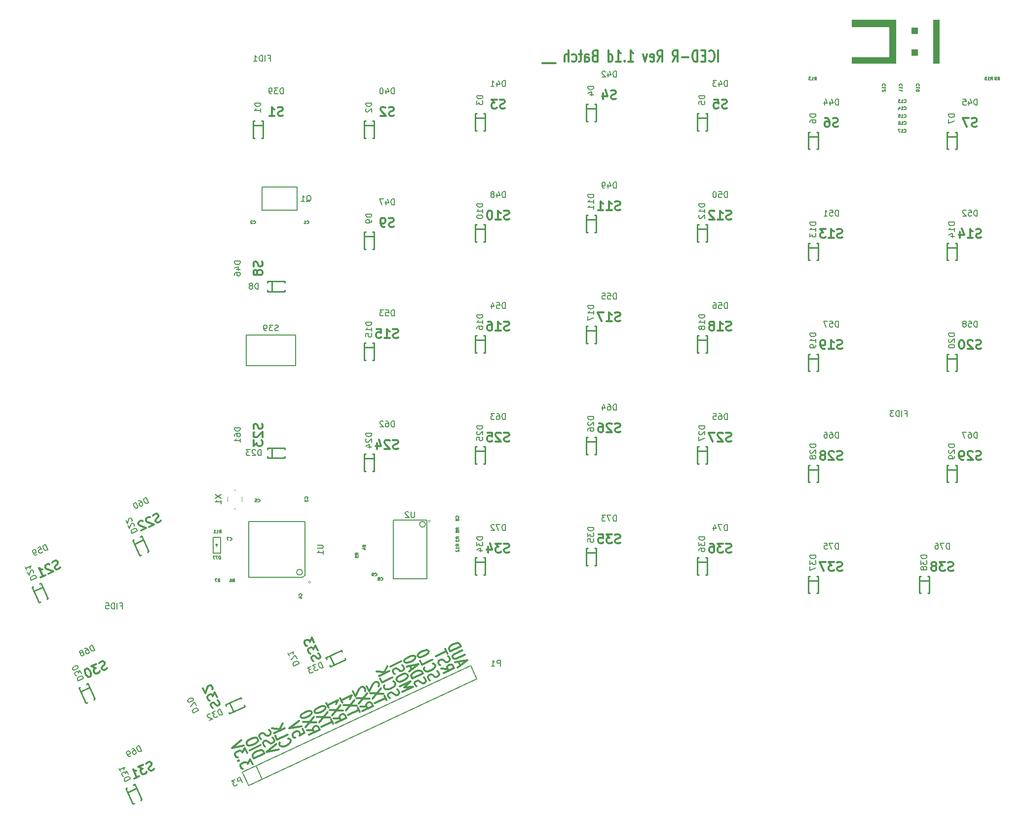
<source format=gbo>
G04 #@! TF.FileFunction,Legend,Bot*
%FSLAX46Y46*%
G04 Gerber Fmt 4.6, Leading zero omitted, Abs format (unit mm)*
G04 Created by KiCad (PCBNEW (2015-07-17 BZR 5958)-product) date 8/7/2015 1:36:20 AM*
%MOMM*%
G01*
G04 APERTURE LIST*
%ADD10C,0.150000*%
%ADD11C,0.300000*%
%ADD12C,0.304800*%
%ADD13C,0.200000*%
%ADD14C,0.100000*%
%ADD15C,0.149860*%
%ADD16C,0.127000*%
%ADD17C,0.010000*%
%ADD18C,0.220980*%
%ADD19C,0.203200*%
G04 APERTURE END LIST*
D10*
D11*
X148242856Y-53482762D02*
X148242856Y-51482762D01*
X146671427Y-53292286D02*
X146742856Y-53387524D01*
X146957142Y-53482762D01*
X147099999Y-53482762D01*
X147314284Y-53387524D01*
X147457142Y-53197048D01*
X147528570Y-53006571D01*
X147599999Y-52625619D01*
X147599999Y-52339905D01*
X147528570Y-51958952D01*
X147457142Y-51768476D01*
X147314284Y-51578000D01*
X147099999Y-51482762D01*
X146957142Y-51482762D01*
X146742856Y-51578000D01*
X146671427Y-51673238D01*
X146028570Y-52435143D02*
X145528570Y-52435143D01*
X145314284Y-53482762D02*
X146028570Y-53482762D01*
X146028570Y-51482762D01*
X145314284Y-51482762D01*
X144671427Y-53482762D02*
X144671427Y-51482762D01*
X144314284Y-51482762D01*
X144099999Y-51578000D01*
X143957141Y-51768476D01*
X143885713Y-51958952D01*
X143814284Y-52339905D01*
X143814284Y-52625619D01*
X143885713Y-53006571D01*
X143957141Y-53197048D01*
X144099999Y-53387524D01*
X144314284Y-53482762D01*
X144671427Y-53482762D01*
X143171427Y-52720857D02*
X142028570Y-52720857D01*
X140457141Y-53482762D02*
X140957141Y-52530381D01*
X141314284Y-53482762D02*
X141314284Y-51482762D01*
X140742856Y-51482762D01*
X140599998Y-51578000D01*
X140528570Y-51673238D01*
X140457141Y-51863714D01*
X140457141Y-52149429D01*
X140528570Y-52339905D01*
X140599998Y-52435143D01*
X140742856Y-52530381D01*
X141314284Y-52530381D01*
X137814284Y-53482762D02*
X138314284Y-52530381D01*
X138671427Y-53482762D02*
X138671427Y-51482762D01*
X138099999Y-51482762D01*
X137957141Y-51578000D01*
X137885713Y-51673238D01*
X137814284Y-51863714D01*
X137814284Y-52149429D01*
X137885713Y-52339905D01*
X137957141Y-52435143D01*
X138099999Y-52530381D01*
X138671427Y-52530381D01*
X136599999Y-53387524D02*
X136742856Y-53482762D01*
X137028570Y-53482762D01*
X137171427Y-53387524D01*
X137242856Y-53197048D01*
X137242856Y-52435143D01*
X137171427Y-52244667D01*
X137028570Y-52149429D01*
X136742856Y-52149429D01*
X136599999Y-52244667D01*
X136528570Y-52435143D01*
X136528570Y-52625619D01*
X137242856Y-52816095D01*
X136028570Y-52149429D02*
X135671427Y-53482762D01*
X135314285Y-52149429D01*
X132814285Y-53482762D02*
X133671428Y-53482762D01*
X133242856Y-53482762D02*
X133242856Y-51482762D01*
X133385713Y-51768476D01*
X133528571Y-51958952D01*
X133671428Y-52054190D01*
X132171428Y-53292286D02*
X132100000Y-53387524D01*
X132171428Y-53482762D01*
X132242857Y-53387524D01*
X132171428Y-53292286D01*
X132171428Y-53482762D01*
X130671428Y-53482762D02*
X131528571Y-53482762D01*
X131099999Y-53482762D02*
X131099999Y-51482762D01*
X131242856Y-51768476D01*
X131385714Y-51958952D01*
X131528571Y-52054190D01*
X129385714Y-53482762D02*
X129385714Y-51482762D01*
X129385714Y-53387524D02*
X129528571Y-53482762D01*
X129814285Y-53482762D01*
X129957143Y-53387524D01*
X130028571Y-53292286D01*
X130100000Y-53101810D01*
X130100000Y-52530381D01*
X130028571Y-52339905D01*
X129957143Y-52244667D01*
X129814285Y-52149429D01*
X129528571Y-52149429D01*
X129385714Y-52244667D01*
X127028571Y-52435143D02*
X126814285Y-52530381D01*
X126742857Y-52625619D01*
X126671428Y-52816095D01*
X126671428Y-53101810D01*
X126742857Y-53292286D01*
X126814285Y-53387524D01*
X126957143Y-53482762D01*
X127528571Y-53482762D01*
X127528571Y-51482762D01*
X127028571Y-51482762D01*
X126885714Y-51578000D01*
X126814285Y-51673238D01*
X126742857Y-51863714D01*
X126742857Y-52054190D01*
X126814285Y-52244667D01*
X126885714Y-52339905D01*
X127028571Y-52435143D01*
X127528571Y-52435143D01*
X125385714Y-53482762D02*
X125385714Y-52435143D01*
X125457143Y-52244667D01*
X125600000Y-52149429D01*
X125885714Y-52149429D01*
X126028571Y-52244667D01*
X125385714Y-53387524D02*
X125528571Y-53482762D01*
X125885714Y-53482762D01*
X126028571Y-53387524D01*
X126100000Y-53197048D01*
X126100000Y-53006571D01*
X126028571Y-52816095D01*
X125885714Y-52720857D01*
X125528571Y-52720857D01*
X125385714Y-52625619D01*
X124885714Y-52149429D02*
X124314285Y-52149429D01*
X124671428Y-51482762D02*
X124671428Y-53197048D01*
X124600000Y-53387524D01*
X124457142Y-53482762D01*
X124314285Y-53482762D01*
X123171428Y-53387524D02*
X123314285Y-53482762D01*
X123599999Y-53482762D01*
X123742857Y-53387524D01*
X123814285Y-53292286D01*
X123885714Y-53101810D01*
X123885714Y-52530381D01*
X123814285Y-52339905D01*
X123742857Y-52244667D01*
X123599999Y-52149429D01*
X123314285Y-52149429D01*
X123171428Y-52244667D01*
X122528571Y-53482762D02*
X122528571Y-51482762D01*
X121885714Y-53482762D02*
X121885714Y-52435143D01*
X121957143Y-52244667D01*
X122100000Y-52149429D01*
X122314285Y-52149429D01*
X122457143Y-52244667D01*
X122528571Y-52339905D01*
X120385714Y-53673238D02*
X119242857Y-53673238D01*
X119242857Y-53673238D02*
X118100000Y-53673238D01*
D12*
X104010818Y-157080085D02*
X103704118Y-156422365D01*
X103545982Y-157456990D02*
X105172910Y-156137825D01*
X103116602Y-156536181D01*
X104743530Y-155217016D02*
X103252697Y-155912203D01*
X103046634Y-155928217D01*
X102928268Y-155903339D01*
X102779232Y-155812688D01*
X102656552Y-155549600D01*
X102682908Y-155377163D01*
X102739934Y-155270497D01*
X102884657Y-155122938D01*
X104375490Y-154427752D01*
X102227172Y-154628792D02*
X104068790Y-153770031D01*
X103915440Y-153441171D01*
X103735733Y-153284748D01*
X103499001Y-153234991D01*
X103292939Y-153251006D01*
X102911485Y-153348807D01*
X102648397Y-153471487D01*
X102328282Y-153700832D01*
X102183561Y-153848391D01*
X102069508Y-154061721D01*
X102073822Y-154299932D01*
X102227172Y-154628792D01*
X100738593Y-157608866D02*
X101830244Y-157660337D01*
X101106633Y-158398130D02*
X102948250Y-157539370D01*
X102702890Y-157013193D01*
X102553854Y-156922543D01*
X102435488Y-156897664D01*
X102229426Y-156913679D01*
X101966338Y-157036359D01*
X101821616Y-157183917D01*
X101764590Y-157290583D01*
X101738233Y-157463020D01*
X101983594Y-157989197D01*
X100580929Y-157041796D02*
X100401223Y-156885373D01*
X100247873Y-156556513D01*
X100274229Y-156384075D01*
X100331255Y-156277410D01*
X100475977Y-156129851D01*
X100651368Y-156048065D01*
X100857431Y-156032050D01*
X100975797Y-156056929D01*
X101124833Y-156147579D01*
X101335210Y-156369775D01*
X101484245Y-156460424D01*
X101602612Y-156485304D01*
X101808673Y-156469289D01*
X101984065Y-156387502D01*
X102128788Y-156239944D01*
X102185814Y-156133278D01*
X102212170Y-155960841D01*
X102058820Y-155631980D01*
X101879114Y-155475558D01*
X101782790Y-155040031D02*
X101414750Y-154250767D01*
X99757152Y-155504160D02*
X101598770Y-154645400D01*
X76950185Y-167940815D02*
X77256885Y-168598535D01*
X76410594Y-169073240D01*
X76467621Y-168966575D01*
X76493977Y-168794138D01*
X76340627Y-168465277D01*
X76191590Y-168374627D01*
X76073224Y-168349748D01*
X75867162Y-168365763D01*
X75428682Y-168570229D01*
X75283960Y-168717788D01*
X75226934Y-168824454D01*
X75200578Y-168996891D01*
X75353928Y-169325751D01*
X75502964Y-169416402D01*
X75621330Y-169441280D01*
X76735495Y-167480410D02*
X74679187Y-167878766D01*
X76306114Y-166559601D01*
X96482369Y-160670501D02*
X96302663Y-160514079D01*
X96149313Y-160185219D01*
X96175669Y-160012781D01*
X96232695Y-159906116D01*
X96377417Y-159758557D01*
X96552809Y-159676770D01*
X96758871Y-159660756D01*
X96877237Y-159685635D01*
X97026274Y-159776285D01*
X97236650Y-159998480D01*
X97385686Y-160089130D01*
X97504052Y-160114010D01*
X97710113Y-160097995D01*
X97885506Y-160016208D01*
X98030228Y-159868650D01*
X98087254Y-159761984D01*
X98113611Y-159589547D01*
X97960260Y-159260686D01*
X97780554Y-159104263D01*
X95750603Y-159330182D02*
X97592220Y-158471421D01*
X97438870Y-158142561D01*
X97259164Y-157986138D01*
X97022432Y-157936381D01*
X96816369Y-157952396D01*
X96434916Y-158050197D01*
X96171827Y-158172877D01*
X95851712Y-158402222D01*
X95706991Y-158549781D01*
X95592939Y-158763111D01*
X95597253Y-159001322D01*
X95750603Y-159330182D01*
X95663378Y-157769380D02*
X95356678Y-157111660D01*
X95198542Y-158146285D02*
X96825470Y-156827120D01*
X94769162Y-157225476D01*
X96273409Y-155643223D02*
X96212069Y-155511679D01*
X96063033Y-155421028D01*
X95944667Y-155396149D01*
X95738605Y-155412165D01*
X95357151Y-155509965D01*
X94918670Y-155714432D01*
X94598557Y-155943778D01*
X94453834Y-156091336D01*
X94396808Y-156198001D01*
X94370452Y-156370439D01*
X94431792Y-156501983D01*
X94580828Y-156592634D01*
X94699194Y-156617512D01*
X94905257Y-156601498D01*
X95286710Y-156503696D01*
X95725191Y-156299230D01*
X96045305Y-156069885D01*
X96190027Y-155922325D01*
X96247053Y-155815660D01*
X96273409Y-155643223D01*
X98753034Y-159621615D02*
X98573328Y-159465193D01*
X98419978Y-159136333D01*
X98446334Y-158963895D01*
X98503360Y-158857230D01*
X98648082Y-158709671D01*
X98823474Y-158627884D01*
X99029536Y-158611870D01*
X99147902Y-158636748D01*
X99296939Y-158727399D01*
X99507315Y-158949594D01*
X99656351Y-159040244D01*
X99774717Y-159065123D01*
X99980778Y-159049109D01*
X100156171Y-158967322D01*
X100300893Y-158819763D01*
X100357919Y-158713097D01*
X100384276Y-158540661D01*
X100230925Y-158211800D01*
X100051219Y-158055377D01*
X97828620Y-157410244D02*
X97771594Y-157516909D01*
X97775907Y-157755119D01*
X97837247Y-157886663D01*
X98016954Y-158043086D01*
X98253686Y-158092843D01*
X98459747Y-158076829D01*
X98841202Y-157979027D01*
X99104290Y-157856347D01*
X99424404Y-157627002D01*
X99569126Y-157479443D01*
X99683179Y-157266113D01*
X99678865Y-157027902D01*
X99617525Y-156896358D01*
X99437819Y-156739936D01*
X99319453Y-156715057D01*
X97070497Y-156242362D02*
X97377197Y-156900082D01*
X99218815Y-156041322D01*
X98574745Y-154660109D02*
X98513404Y-154528565D01*
X98364368Y-154437914D01*
X98246002Y-154413036D01*
X98039940Y-154429051D01*
X97658486Y-154526851D01*
X97220005Y-154731318D01*
X96899892Y-154960664D01*
X96755169Y-155108222D01*
X96698143Y-155214887D01*
X96671787Y-155387325D01*
X96733127Y-155518869D01*
X96882163Y-155609520D01*
X97000529Y-155634398D01*
X97206592Y-155618384D01*
X97588045Y-155520583D01*
X98026526Y-155316116D01*
X98346640Y-155086771D01*
X98491362Y-154939212D01*
X98548388Y-154832547D01*
X98574745Y-154660109D01*
X86829933Y-164090410D02*
X87921584Y-164141881D01*
X87197973Y-164879675D02*
X89039590Y-164020914D01*
X88794230Y-163494737D01*
X88645194Y-163404087D01*
X88526828Y-163379208D01*
X88320766Y-163395223D01*
X88057678Y-163517903D01*
X87912956Y-163665462D01*
X87855930Y-163772127D01*
X87829573Y-163944564D01*
X88074934Y-164470741D01*
X88456860Y-162771245D02*
X86185863Y-162709197D01*
X88027480Y-161850437D02*
X86615243Y-163630006D01*
X87637397Y-161471818D02*
X87694424Y-161365153D01*
X87720780Y-161192716D01*
X87567430Y-160863855D01*
X87418393Y-160773205D01*
X87300027Y-160748326D01*
X87093965Y-160764341D01*
X86918573Y-160846127D01*
X86686155Y-161034580D01*
X86001842Y-162314564D01*
X85603132Y-161459527D01*
X91340925Y-163037800D02*
X90972885Y-162248535D01*
X89315288Y-163501928D02*
X91156905Y-162643168D01*
X90819535Y-161919675D02*
X88548537Y-161857627D01*
X90390155Y-160998866D02*
X88977918Y-162778435D01*
X90000072Y-160620248D02*
X90057098Y-160513583D01*
X90083454Y-160341145D01*
X89930104Y-160012285D01*
X89781068Y-159921634D01*
X89662702Y-159896756D01*
X89456640Y-159912770D01*
X89281247Y-159994557D01*
X89048830Y-160183009D01*
X88364517Y-161462994D01*
X87965807Y-160607957D01*
X94031998Y-161562964D02*
X95873615Y-160704204D01*
X94343484Y-160857200D01*
X95444235Y-159783395D01*
X93602618Y-160642156D01*
X95014855Y-158862587D02*
X94892175Y-158599498D01*
X94743139Y-158508848D01*
X94506406Y-158459091D01*
X94124953Y-158556891D01*
X93511079Y-158843145D01*
X93190966Y-159072491D01*
X93076914Y-159285822D01*
X93050557Y-159458258D01*
X93173237Y-159721347D01*
X93322274Y-159811998D01*
X93559006Y-159861755D01*
X93940460Y-159763954D01*
X94554333Y-159477700D01*
X94874447Y-159248355D01*
X94988499Y-159035024D01*
X95014855Y-158862587D01*
X92739544Y-158562329D02*
X92559837Y-158405906D01*
X92406487Y-158077046D01*
X92432844Y-157904609D01*
X92489870Y-157797944D01*
X92634592Y-157650384D01*
X92809983Y-157568598D01*
X93016046Y-157552584D01*
X93134412Y-157577462D01*
X93283448Y-157668113D01*
X93493824Y-157890308D01*
X93642860Y-157980958D01*
X93761227Y-158005837D01*
X93967288Y-157989822D01*
X94142680Y-157908036D01*
X94287403Y-157760477D01*
X94344429Y-157653811D01*
X94370785Y-157481374D01*
X94217435Y-157152513D01*
X94037729Y-156996091D01*
X92007777Y-157222009D02*
X93849395Y-156363249D01*
X91910369Y-162702501D02*
X91730663Y-162546078D01*
X91577313Y-162217218D01*
X91603669Y-162044780D01*
X91660695Y-161938115D01*
X91805417Y-161790556D01*
X91980808Y-161708770D01*
X92186871Y-161692755D01*
X92305237Y-161717634D01*
X92454273Y-161808284D01*
X92664650Y-162030480D01*
X92813685Y-162121129D01*
X92932052Y-162146009D01*
X93138113Y-162129994D01*
X93313505Y-162048207D01*
X93458228Y-161900649D01*
X93515254Y-161793983D01*
X93541610Y-161621546D01*
X93388260Y-161292685D01*
X93208554Y-161136263D01*
X90985955Y-160491130D02*
X90928928Y-160597795D01*
X90933242Y-160836004D01*
X90994582Y-160967548D01*
X91174289Y-161123972D01*
X91411021Y-161173728D01*
X91617082Y-161157714D01*
X91998537Y-161059912D01*
X92261625Y-160937232D01*
X92581739Y-160707887D01*
X92726461Y-160560328D01*
X92840514Y-160346998D01*
X92836199Y-160108788D01*
X92774859Y-159977244D01*
X92595153Y-159820821D01*
X92476787Y-159795943D01*
X90227832Y-159323248D02*
X90534532Y-159980968D01*
X92376149Y-159122207D01*
X90013142Y-158862843D02*
X91854759Y-158004083D01*
X89645102Y-158073579D02*
X90973485Y-158174807D01*
X91486719Y-157214818D02*
X90802406Y-158494803D01*
X86768925Y-165069800D02*
X86400885Y-164280535D01*
X84743288Y-165533928D02*
X86584905Y-164675168D01*
X86247535Y-163951675D02*
X83976537Y-163889627D01*
X85818155Y-163030866D02*
X84405918Y-164810435D01*
X83393807Y-162639957D02*
X83761847Y-163429221D01*
X83577827Y-163034590D02*
X85419445Y-162175829D01*
X85217696Y-162430054D01*
X85103644Y-162643384D01*
X85077287Y-162815821D01*
X82257933Y-166122410D02*
X83349584Y-166173881D01*
X82625973Y-166911675D02*
X84467590Y-166052914D01*
X84222230Y-165526737D01*
X84073194Y-165436087D01*
X83954828Y-165411208D01*
X83748766Y-165427223D01*
X83485678Y-165549903D01*
X83340956Y-165697462D01*
X83283930Y-165804127D01*
X83257573Y-165976564D01*
X83502934Y-166502741D01*
X83884860Y-164803245D02*
X81613863Y-164741197D01*
X83455480Y-163882437D02*
X82043243Y-165662006D01*
X81031132Y-163491527D02*
X81399172Y-164280792D01*
X81215152Y-163886160D02*
X83056770Y-163027400D01*
X82855021Y-163281624D01*
X82740969Y-163494954D01*
X82714613Y-163667392D01*
X82196925Y-167101800D02*
X81828885Y-166312535D01*
X80171288Y-167565928D02*
X82012905Y-166707168D01*
X81675535Y-165983675D02*
X79404537Y-165921627D01*
X81246155Y-165062866D02*
X79833918Y-166842435D01*
X80878114Y-164273601D02*
X80816774Y-164142057D01*
X80667738Y-164051406D01*
X80549372Y-164026528D01*
X80343310Y-164042543D01*
X79961856Y-164140343D01*
X79523375Y-164344810D01*
X79203262Y-164574156D01*
X79058539Y-164721714D01*
X79001513Y-164828379D01*
X78975157Y-165000817D01*
X79036497Y-165132361D01*
X79185533Y-165223012D01*
X79303899Y-165247890D01*
X79509962Y-165231876D01*
X79891415Y-165134075D01*
X80329896Y-164929608D01*
X80650010Y-164700263D01*
X80794732Y-164552704D01*
X80851758Y-164446039D01*
X80878114Y-164273601D01*
X77685933Y-168154410D02*
X78777584Y-168205881D01*
X78053973Y-168943675D02*
X79895590Y-168084914D01*
X79650230Y-167558737D01*
X79501194Y-167468087D01*
X79382828Y-167443208D01*
X79176766Y-167459223D01*
X78913678Y-167581903D01*
X78768956Y-167729462D01*
X78711930Y-167836127D01*
X78685573Y-168008564D01*
X78930934Y-168534741D01*
X79312860Y-166835245D02*
X77041863Y-166773197D01*
X78883480Y-165914437D02*
X77471243Y-167694006D01*
X78515440Y-165125171D02*
X78454100Y-164993627D01*
X78305063Y-164902976D01*
X78186697Y-164878098D01*
X77980635Y-164894113D01*
X77599181Y-164991914D01*
X77160700Y-165196381D01*
X76840587Y-165425726D01*
X76695864Y-165573285D01*
X76638838Y-165679950D01*
X76612482Y-165852387D01*
X76673822Y-165983932D01*
X76822858Y-166074582D01*
X76941224Y-166099461D01*
X77147287Y-166083447D01*
X77528740Y-165985645D01*
X77967221Y-165781178D01*
X78287335Y-165551833D01*
X78432057Y-165404274D01*
X78489084Y-165297609D01*
X78515440Y-165125171D01*
X68380276Y-174034661D02*
X67981565Y-173179624D01*
X67494687Y-173967175D01*
X67402677Y-173769859D01*
X67253641Y-173679208D01*
X67135275Y-173654330D01*
X66929212Y-173670344D01*
X66490732Y-173874810D01*
X66346010Y-174022370D01*
X66288984Y-174129035D01*
X66262628Y-174301472D01*
X66446648Y-174696104D01*
X66595684Y-174786755D01*
X66714050Y-174811634D01*
X66039310Y-173364649D02*
X65920944Y-173339769D01*
X65863918Y-173446435D01*
X65982284Y-173471314D01*
X66039310Y-173364649D01*
X65863918Y-173446435D01*
X67460175Y-172061499D02*
X67061465Y-171206462D01*
X66574587Y-171994013D01*
X66482577Y-171796697D01*
X66333540Y-171706046D01*
X66215174Y-171681168D01*
X66009112Y-171697182D01*
X65570632Y-171901649D01*
X65425910Y-172049208D01*
X65368884Y-172155873D01*
X65342528Y-172328311D01*
X65526547Y-172722943D01*
X65675584Y-172813593D01*
X65793950Y-172838473D01*
X66877445Y-170811829D02*
X64821137Y-171210185D01*
X66448064Y-169891021D01*
X72829595Y-171485572D02*
X70773288Y-171883928D01*
X72400215Y-170564764D01*
X70462274Y-170987998D02*
X70282568Y-170831575D01*
X70129218Y-170502715D01*
X70155574Y-170330277D01*
X70212600Y-170223612D01*
X70357322Y-170076053D01*
X70532713Y-169994267D01*
X70738776Y-169978253D01*
X70857142Y-170003131D01*
X71006178Y-170093782D01*
X71216555Y-170315977D01*
X71365590Y-170406627D01*
X71483957Y-170431506D01*
X71690018Y-170415491D01*
X71865410Y-170333704D01*
X72010133Y-170186146D01*
X72067159Y-170079480D01*
X72093515Y-169907043D01*
X71940165Y-169578182D01*
X71760459Y-169421760D01*
X69848873Y-169672556D02*
X69669167Y-169516134D01*
X69515817Y-169187274D01*
X69542173Y-169014836D01*
X69599200Y-168908171D01*
X69743922Y-168760612D01*
X69919313Y-168678825D01*
X70125376Y-168662811D01*
X70243742Y-168687689D01*
X70392778Y-168778340D01*
X70603154Y-169000535D01*
X70752190Y-169091185D01*
X70870556Y-169116064D01*
X71076618Y-169100050D01*
X71252010Y-169018263D01*
X71396732Y-168870705D01*
X71453758Y-168764039D01*
X71480115Y-168591602D01*
X71326764Y-168262741D01*
X71147058Y-168106318D01*
X68533292Y-172998585D02*
X70374910Y-172139825D01*
X70221560Y-171810965D01*
X70041853Y-171654541D01*
X69805121Y-171604785D01*
X69599059Y-171620799D01*
X69217605Y-171718600D01*
X68954517Y-171841281D01*
X68634402Y-172070626D01*
X68489681Y-172218185D01*
X68375628Y-172431515D01*
X68379942Y-172669725D01*
X68533292Y-172998585D01*
X67889222Y-171617372D02*
X69730840Y-170758612D01*
X69301459Y-169837803D02*
X69178779Y-169574715D01*
X69029743Y-169484065D01*
X68793011Y-169434307D01*
X68411557Y-169532108D01*
X67797684Y-169818362D01*
X67477571Y-170047707D01*
X67363518Y-170261038D01*
X67337162Y-170433475D01*
X67459842Y-170696563D01*
X67608878Y-170787214D01*
X67845611Y-170836972D01*
X68227064Y-170739170D01*
X68840937Y-170452917D01*
X69161051Y-170223572D01*
X69275103Y-170010241D01*
X69301459Y-169837803D01*
X73004655Y-170292851D02*
X72947629Y-170399516D01*
X72951942Y-170637725D01*
X73013282Y-170769269D01*
X73192989Y-170925693D01*
X73429721Y-170975449D01*
X73635783Y-170959435D01*
X74017237Y-170861634D01*
X74280325Y-170738953D01*
X74600439Y-170509609D01*
X74745161Y-170362049D01*
X74859214Y-170148719D01*
X74854900Y-169910509D01*
X74793560Y-169778965D01*
X74613854Y-169622542D01*
X74495488Y-169597664D01*
X72246532Y-169124969D02*
X72553232Y-169782689D01*
X74394850Y-168923929D01*
X72031842Y-168664564D02*
X73873460Y-167805804D01*
X71663802Y-167875300D02*
X72992185Y-167976528D01*
X73505420Y-167016540D02*
X72821107Y-168296524D01*
D13*
X77317000Y-141560000D02*
X77317000Y-132360000D01*
X77317000Y-132360000D02*
X67717000Y-132360000D01*
X67717000Y-132360000D02*
X67717000Y-141960000D01*
X67717000Y-141960000D02*
X76917000Y-141960000D01*
X76917000Y-141960000D02*
X77317000Y-141560000D01*
X76917000Y-141060000D02*
G75*
G03X76917000Y-141060000I-500000J0D01*
G01*
D14*
X65128000Y-130124000D02*
X65428000Y-130124000D01*
X64028000Y-128174000D02*
X64028000Y-128874000D01*
X65428000Y-126924000D02*
X65128000Y-126924000D01*
X66478000Y-128174000D02*
X66478000Y-128874000D01*
D13*
X105771460Y-157110661D02*
X66637090Y-175359317D01*
X67710540Y-177661339D02*
X106844910Y-159412683D01*
X66637090Y-175359317D02*
X67710540Y-177661339D01*
X105771460Y-157110661D02*
X106844910Y-159412683D01*
X68939111Y-174285867D02*
X70012562Y-176587889D01*
X98257000Y-132090000D02*
X92497000Y-132090000D01*
X92497000Y-132090000D02*
X92497000Y-142230000D01*
X92497000Y-142230000D02*
X98257000Y-142230000D01*
X98257000Y-142230000D02*
X98257000Y-132090000D01*
X98007000Y-132840000D02*
G75*
G03X98007000Y-132840000I-500000J0D01*
G01*
D15*
X62060100Y-136266600D02*
X62212500Y-136571400D01*
X62212500Y-136571400D02*
X62364900Y-136266600D01*
X62364900Y-136266600D02*
X62060100Y-136266600D01*
X61577500Y-135085500D02*
X61577500Y-137752500D01*
X61577500Y-137752500D02*
X62847500Y-137752500D01*
X62847500Y-137752500D02*
X62847500Y-135085500D01*
X62847500Y-135085500D02*
X61577500Y-135085500D01*
D16*
X75701000Y-100397000D02*
X67301000Y-100397000D01*
X67301000Y-100397000D02*
X67301000Y-105597000D01*
X67301000Y-105597000D02*
X75701000Y-105597000D01*
X75701000Y-105597000D02*
X75701000Y-100397000D01*
X76025000Y-74962000D02*
X70025000Y-74962000D01*
X70025000Y-74962000D02*
X70025000Y-78962000D01*
X70025000Y-78962000D02*
X76025000Y-78962000D01*
X76025000Y-78962000D02*
X76025000Y-74962000D01*
D17*
G36*
X186182000Y-46228000D02*
X186032000Y-46228000D01*
X186032000Y-46378000D01*
X186182000Y-46378000D01*
X186182000Y-46228000D01*
X186182000Y-46228000D01*
G37*
X186182000Y-46228000D02*
X186032000Y-46228000D01*
X186032000Y-46378000D01*
X186182000Y-46378000D01*
X186182000Y-46228000D01*
G36*
X186032000Y-46228000D02*
X185882000Y-46228000D01*
X185882000Y-46378000D01*
X186032000Y-46378000D01*
X186032000Y-46228000D01*
X186032000Y-46228000D01*
G37*
X186032000Y-46228000D02*
X185882000Y-46228000D01*
X185882000Y-46378000D01*
X186032000Y-46378000D01*
X186032000Y-46228000D01*
G36*
X185882000Y-46228000D02*
X185732000Y-46228000D01*
X185732000Y-46378000D01*
X185882000Y-46378000D01*
X185882000Y-46228000D01*
X185882000Y-46228000D01*
G37*
X185882000Y-46228000D02*
X185732000Y-46228000D01*
X185732000Y-46378000D01*
X185882000Y-46378000D01*
X185882000Y-46228000D01*
G36*
X185732000Y-46228000D02*
X185582000Y-46228000D01*
X185582000Y-46378000D01*
X185732000Y-46378000D01*
X185732000Y-46228000D01*
X185732000Y-46228000D01*
G37*
X185732000Y-46228000D02*
X185582000Y-46228000D01*
X185582000Y-46378000D01*
X185732000Y-46378000D01*
X185732000Y-46228000D01*
G36*
X185582000Y-46228000D02*
X185432000Y-46228000D01*
X185432000Y-46378000D01*
X185582000Y-46378000D01*
X185582000Y-46228000D01*
X185582000Y-46228000D01*
G37*
X185582000Y-46228000D02*
X185432000Y-46228000D01*
X185432000Y-46378000D01*
X185582000Y-46378000D01*
X185582000Y-46228000D01*
G36*
X185432000Y-46228000D02*
X185282000Y-46228000D01*
X185282000Y-46378000D01*
X185432000Y-46378000D01*
X185432000Y-46228000D01*
X185432000Y-46228000D01*
G37*
X185432000Y-46228000D02*
X185282000Y-46228000D01*
X185282000Y-46378000D01*
X185432000Y-46378000D01*
X185432000Y-46228000D01*
G36*
X185282000Y-46228000D02*
X185132000Y-46228000D01*
X185132000Y-46378000D01*
X185282000Y-46378000D01*
X185282000Y-46228000D01*
X185282000Y-46228000D01*
G37*
X185282000Y-46228000D02*
X185132000Y-46228000D01*
X185132000Y-46378000D01*
X185282000Y-46378000D01*
X185282000Y-46228000D01*
G36*
X178682000Y-46228000D02*
X178532000Y-46228000D01*
X178532000Y-46378000D01*
X178682000Y-46378000D01*
X178682000Y-46228000D01*
X178682000Y-46228000D01*
G37*
X178682000Y-46228000D02*
X178532000Y-46228000D01*
X178532000Y-46378000D01*
X178682000Y-46378000D01*
X178682000Y-46228000D01*
G36*
X178532000Y-46228000D02*
X178382000Y-46228000D01*
X178382000Y-46378000D01*
X178532000Y-46378000D01*
X178532000Y-46228000D01*
X178532000Y-46228000D01*
G37*
X178532000Y-46228000D02*
X178382000Y-46228000D01*
X178382000Y-46378000D01*
X178532000Y-46378000D01*
X178532000Y-46228000D01*
G36*
X178382000Y-46228000D02*
X178232000Y-46228000D01*
X178232000Y-46378000D01*
X178382000Y-46378000D01*
X178382000Y-46228000D01*
X178382000Y-46228000D01*
G37*
X178382000Y-46228000D02*
X178232000Y-46228000D01*
X178232000Y-46378000D01*
X178382000Y-46378000D01*
X178382000Y-46228000D01*
G36*
X178232000Y-46228000D02*
X178082000Y-46228000D01*
X178082000Y-46378000D01*
X178232000Y-46378000D01*
X178232000Y-46228000D01*
X178232000Y-46228000D01*
G37*
X178232000Y-46228000D02*
X178082000Y-46228000D01*
X178082000Y-46378000D01*
X178232000Y-46378000D01*
X178232000Y-46228000D01*
G36*
X178082000Y-46228000D02*
X177932000Y-46228000D01*
X177932000Y-46378000D01*
X178082000Y-46378000D01*
X178082000Y-46228000D01*
X178082000Y-46228000D01*
G37*
X178082000Y-46228000D02*
X177932000Y-46228000D01*
X177932000Y-46378000D01*
X178082000Y-46378000D01*
X178082000Y-46228000D01*
G36*
X177932000Y-46228000D02*
X177782000Y-46228000D01*
X177782000Y-46378000D01*
X177932000Y-46378000D01*
X177932000Y-46228000D01*
X177932000Y-46228000D01*
G37*
X177932000Y-46228000D02*
X177782000Y-46228000D01*
X177782000Y-46378000D01*
X177932000Y-46378000D01*
X177932000Y-46228000D01*
G36*
X177782000Y-46228000D02*
X177632000Y-46228000D01*
X177632000Y-46378000D01*
X177782000Y-46378000D01*
X177782000Y-46228000D01*
X177782000Y-46228000D01*
G37*
X177782000Y-46228000D02*
X177632000Y-46228000D01*
X177632000Y-46378000D01*
X177782000Y-46378000D01*
X177782000Y-46228000D01*
G36*
X177632000Y-46228000D02*
X177482000Y-46228000D01*
X177482000Y-46378000D01*
X177632000Y-46378000D01*
X177632000Y-46228000D01*
X177632000Y-46228000D01*
G37*
X177632000Y-46228000D02*
X177482000Y-46228000D01*
X177482000Y-46378000D01*
X177632000Y-46378000D01*
X177632000Y-46228000D01*
G36*
X177482000Y-46228000D02*
X177332000Y-46228000D01*
X177332000Y-46378000D01*
X177482000Y-46378000D01*
X177482000Y-46228000D01*
X177482000Y-46228000D01*
G37*
X177482000Y-46228000D02*
X177332000Y-46228000D01*
X177332000Y-46378000D01*
X177482000Y-46378000D01*
X177482000Y-46228000D01*
G36*
X177332000Y-46228000D02*
X177182000Y-46228000D01*
X177182000Y-46378000D01*
X177332000Y-46378000D01*
X177332000Y-46228000D01*
X177332000Y-46228000D01*
G37*
X177332000Y-46228000D02*
X177182000Y-46228000D01*
X177182000Y-46378000D01*
X177332000Y-46378000D01*
X177332000Y-46228000D01*
G36*
X177182000Y-46228000D02*
X177032000Y-46228000D01*
X177032000Y-46378000D01*
X177182000Y-46378000D01*
X177182000Y-46228000D01*
X177182000Y-46228000D01*
G37*
X177182000Y-46228000D02*
X177032000Y-46228000D01*
X177032000Y-46378000D01*
X177182000Y-46378000D01*
X177182000Y-46228000D01*
G36*
X177032000Y-46228000D02*
X176882000Y-46228000D01*
X176882000Y-46378000D01*
X177032000Y-46378000D01*
X177032000Y-46228000D01*
X177032000Y-46228000D01*
G37*
X177032000Y-46228000D02*
X176882000Y-46228000D01*
X176882000Y-46378000D01*
X177032000Y-46378000D01*
X177032000Y-46228000D01*
G36*
X176882000Y-46228000D02*
X176732000Y-46228000D01*
X176732000Y-46378000D01*
X176882000Y-46378000D01*
X176882000Y-46228000D01*
X176882000Y-46228000D01*
G37*
X176882000Y-46228000D02*
X176732000Y-46228000D01*
X176732000Y-46378000D01*
X176882000Y-46378000D01*
X176882000Y-46228000D01*
G36*
X176732000Y-46228000D02*
X176582000Y-46228000D01*
X176582000Y-46378000D01*
X176732000Y-46378000D01*
X176732000Y-46228000D01*
X176732000Y-46228000D01*
G37*
X176732000Y-46228000D02*
X176582000Y-46228000D01*
X176582000Y-46378000D01*
X176732000Y-46378000D01*
X176732000Y-46228000D01*
G36*
X176582000Y-46228000D02*
X176432000Y-46228000D01*
X176432000Y-46378000D01*
X176582000Y-46378000D01*
X176582000Y-46228000D01*
X176582000Y-46228000D01*
G37*
X176582000Y-46228000D02*
X176432000Y-46228000D01*
X176432000Y-46378000D01*
X176582000Y-46378000D01*
X176582000Y-46228000D01*
G36*
X176432000Y-46228000D02*
X176282000Y-46228000D01*
X176282000Y-46378000D01*
X176432000Y-46378000D01*
X176432000Y-46228000D01*
X176432000Y-46228000D01*
G37*
X176432000Y-46228000D02*
X176282000Y-46228000D01*
X176282000Y-46378000D01*
X176432000Y-46378000D01*
X176432000Y-46228000D01*
G36*
X176282000Y-46228000D02*
X176132000Y-46228000D01*
X176132000Y-46378000D01*
X176282000Y-46378000D01*
X176282000Y-46228000D01*
X176282000Y-46228000D01*
G37*
X176282000Y-46228000D02*
X176132000Y-46228000D01*
X176132000Y-46378000D01*
X176282000Y-46378000D01*
X176282000Y-46228000D01*
G36*
X176132000Y-46228000D02*
X175982000Y-46228000D01*
X175982000Y-46378000D01*
X176132000Y-46378000D01*
X176132000Y-46228000D01*
X176132000Y-46228000D01*
G37*
X176132000Y-46228000D02*
X175982000Y-46228000D01*
X175982000Y-46378000D01*
X176132000Y-46378000D01*
X176132000Y-46228000D01*
G36*
X175982000Y-46228000D02*
X175832000Y-46228000D01*
X175832000Y-46378000D01*
X175982000Y-46378000D01*
X175982000Y-46228000D01*
X175982000Y-46228000D01*
G37*
X175982000Y-46228000D02*
X175832000Y-46228000D01*
X175832000Y-46378000D01*
X175982000Y-46378000D01*
X175982000Y-46228000D01*
G36*
X175832000Y-46228000D02*
X175682000Y-46228000D01*
X175682000Y-46378000D01*
X175832000Y-46378000D01*
X175832000Y-46228000D01*
X175832000Y-46228000D01*
G37*
X175832000Y-46228000D02*
X175682000Y-46228000D01*
X175682000Y-46378000D01*
X175832000Y-46378000D01*
X175832000Y-46228000D01*
G36*
X175682000Y-46228000D02*
X175532000Y-46228000D01*
X175532000Y-46378000D01*
X175682000Y-46378000D01*
X175682000Y-46228000D01*
X175682000Y-46228000D01*
G37*
X175682000Y-46228000D02*
X175532000Y-46228000D01*
X175532000Y-46378000D01*
X175682000Y-46378000D01*
X175682000Y-46228000D01*
G36*
X175532000Y-46228000D02*
X175382000Y-46228000D01*
X175382000Y-46378000D01*
X175532000Y-46378000D01*
X175532000Y-46228000D01*
X175532000Y-46228000D01*
G37*
X175532000Y-46228000D02*
X175382000Y-46228000D01*
X175382000Y-46378000D01*
X175532000Y-46378000D01*
X175532000Y-46228000D01*
G36*
X175382000Y-46228000D02*
X175232000Y-46228000D01*
X175232000Y-46378000D01*
X175382000Y-46378000D01*
X175382000Y-46228000D01*
X175382000Y-46228000D01*
G37*
X175382000Y-46228000D02*
X175232000Y-46228000D01*
X175232000Y-46378000D01*
X175382000Y-46378000D01*
X175382000Y-46228000D01*
G36*
X175232000Y-46228000D02*
X175082000Y-46228000D01*
X175082000Y-46378000D01*
X175232000Y-46378000D01*
X175232000Y-46228000D01*
X175232000Y-46228000D01*
G37*
X175232000Y-46228000D02*
X175082000Y-46228000D01*
X175082000Y-46378000D01*
X175232000Y-46378000D01*
X175232000Y-46228000D01*
G36*
X175082000Y-46228000D02*
X174932000Y-46228000D01*
X174932000Y-46378000D01*
X175082000Y-46378000D01*
X175082000Y-46228000D01*
X175082000Y-46228000D01*
G37*
X175082000Y-46228000D02*
X174932000Y-46228000D01*
X174932000Y-46378000D01*
X175082000Y-46378000D01*
X175082000Y-46228000D01*
G36*
X174932000Y-46228000D02*
X174782000Y-46228000D01*
X174782000Y-46378000D01*
X174932000Y-46378000D01*
X174932000Y-46228000D01*
X174932000Y-46228000D01*
G37*
X174932000Y-46228000D02*
X174782000Y-46228000D01*
X174782000Y-46378000D01*
X174932000Y-46378000D01*
X174932000Y-46228000D01*
G36*
X174782000Y-46228000D02*
X174632000Y-46228000D01*
X174632000Y-46378000D01*
X174782000Y-46378000D01*
X174782000Y-46228000D01*
X174782000Y-46228000D01*
G37*
X174782000Y-46228000D02*
X174632000Y-46228000D01*
X174632000Y-46378000D01*
X174782000Y-46378000D01*
X174782000Y-46228000D01*
G36*
X174632000Y-46228000D02*
X174482000Y-46228000D01*
X174482000Y-46378000D01*
X174632000Y-46378000D01*
X174632000Y-46228000D01*
X174632000Y-46228000D01*
G37*
X174632000Y-46228000D02*
X174482000Y-46228000D01*
X174482000Y-46378000D01*
X174632000Y-46378000D01*
X174632000Y-46228000D01*
G36*
X174482000Y-46228000D02*
X174332000Y-46228000D01*
X174332000Y-46378000D01*
X174482000Y-46378000D01*
X174482000Y-46228000D01*
X174482000Y-46228000D01*
G37*
X174482000Y-46228000D02*
X174332000Y-46228000D01*
X174332000Y-46378000D01*
X174482000Y-46378000D01*
X174482000Y-46228000D01*
G36*
X174332000Y-46228000D02*
X174182000Y-46228000D01*
X174182000Y-46378000D01*
X174332000Y-46378000D01*
X174332000Y-46228000D01*
X174332000Y-46228000D01*
G37*
X174332000Y-46228000D02*
X174182000Y-46228000D01*
X174182000Y-46378000D01*
X174332000Y-46378000D01*
X174332000Y-46228000D01*
G36*
X174182000Y-46228000D02*
X174032000Y-46228000D01*
X174032000Y-46378000D01*
X174182000Y-46378000D01*
X174182000Y-46228000D01*
X174182000Y-46228000D01*
G37*
X174182000Y-46228000D02*
X174032000Y-46228000D01*
X174032000Y-46378000D01*
X174182000Y-46378000D01*
X174182000Y-46228000D01*
G36*
X174032000Y-46228000D02*
X173882000Y-46228000D01*
X173882000Y-46378000D01*
X174032000Y-46378000D01*
X174032000Y-46228000D01*
X174032000Y-46228000D01*
G37*
X174032000Y-46228000D02*
X173882000Y-46228000D01*
X173882000Y-46378000D01*
X174032000Y-46378000D01*
X174032000Y-46228000D01*
G36*
X173882000Y-46228000D02*
X173732000Y-46228000D01*
X173732000Y-46378000D01*
X173882000Y-46378000D01*
X173882000Y-46228000D01*
X173882000Y-46228000D01*
G37*
X173882000Y-46228000D02*
X173732000Y-46228000D01*
X173732000Y-46378000D01*
X173882000Y-46378000D01*
X173882000Y-46228000D01*
G36*
X173732000Y-46228000D02*
X173582000Y-46228000D01*
X173582000Y-46378000D01*
X173732000Y-46378000D01*
X173732000Y-46228000D01*
X173732000Y-46228000D01*
G37*
X173732000Y-46228000D02*
X173582000Y-46228000D01*
X173582000Y-46378000D01*
X173732000Y-46378000D01*
X173732000Y-46228000D01*
G36*
X173582000Y-46228000D02*
X173432000Y-46228000D01*
X173432000Y-46378000D01*
X173582000Y-46378000D01*
X173582000Y-46228000D01*
X173582000Y-46228000D01*
G37*
X173582000Y-46228000D02*
X173432000Y-46228000D01*
X173432000Y-46378000D01*
X173582000Y-46378000D01*
X173582000Y-46228000D01*
G36*
X173432000Y-46228000D02*
X173282000Y-46228000D01*
X173282000Y-46378000D01*
X173432000Y-46378000D01*
X173432000Y-46228000D01*
X173432000Y-46228000D01*
G37*
X173432000Y-46228000D02*
X173282000Y-46228000D01*
X173282000Y-46378000D01*
X173432000Y-46378000D01*
X173432000Y-46228000D01*
G36*
X173282000Y-46228000D02*
X173132000Y-46228000D01*
X173132000Y-46378000D01*
X173282000Y-46378000D01*
X173282000Y-46228000D01*
X173282000Y-46228000D01*
G37*
X173282000Y-46228000D02*
X173132000Y-46228000D01*
X173132000Y-46378000D01*
X173282000Y-46378000D01*
X173282000Y-46228000D01*
G36*
X173132000Y-46228000D02*
X172982000Y-46228000D01*
X172982000Y-46378000D01*
X173132000Y-46378000D01*
X173132000Y-46228000D01*
X173132000Y-46228000D01*
G37*
X173132000Y-46228000D02*
X172982000Y-46228000D01*
X172982000Y-46378000D01*
X173132000Y-46378000D01*
X173132000Y-46228000D01*
G36*
X172982000Y-46228000D02*
X172832000Y-46228000D01*
X172832000Y-46378000D01*
X172982000Y-46378000D01*
X172982000Y-46228000D01*
X172982000Y-46228000D01*
G37*
X172982000Y-46228000D02*
X172832000Y-46228000D01*
X172832000Y-46378000D01*
X172982000Y-46378000D01*
X172982000Y-46228000D01*
G36*
X172832000Y-46228000D02*
X172682000Y-46228000D01*
X172682000Y-46378000D01*
X172832000Y-46378000D01*
X172832000Y-46228000D01*
X172832000Y-46228000D01*
G37*
X172832000Y-46228000D02*
X172682000Y-46228000D01*
X172682000Y-46378000D01*
X172832000Y-46378000D01*
X172832000Y-46228000D01*
G36*
X172682000Y-46228000D02*
X172532000Y-46228000D01*
X172532000Y-46378000D01*
X172682000Y-46378000D01*
X172682000Y-46228000D01*
X172682000Y-46228000D01*
G37*
X172682000Y-46228000D02*
X172532000Y-46228000D01*
X172532000Y-46378000D01*
X172682000Y-46378000D01*
X172682000Y-46228000D01*
G36*
X172532000Y-46228000D02*
X172382000Y-46228000D01*
X172382000Y-46378000D01*
X172532000Y-46378000D01*
X172532000Y-46228000D01*
X172532000Y-46228000D01*
G37*
X172532000Y-46228000D02*
X172382000Y-46228000D01*
X172382000Y-46378000D01*
X172532000Y-46378000D01*
X172532000Y-46228000D01*
G36*
X172382000Y-46228000D02*
X172232000Y-46228000D01*
X172232000Y-46378000D01*
X172382000Y-46378000D01*
X172382000Y-46228000D01*
X172382000Y-46228000D01*
G37*
X172382000Y-46228000D02*
X172232000Y-46228000D01*
X172232000Y-46378000D01*
X172382000Y-46378000D01*
X172382000Y-46228000D01*
G36*
X172232000Y-46228000D02*
X172082000Y-46228000D01*
X172082000Y-46378000D01*
X172232000Y-46378000D01*
X172232000Y-46228000D01*
X172232000Y-46228000D01*
G37*
X172232000Y-46228000D02*
X172082000Y-46228000D01*
X172082000Y-46378000D01*
X172232000Y-46378000D01*
X172232000Y-46228000D01*
G36*
X172082000Y-46228000D02*
X171932000Y-46228000D01*
X171932000Y-46378000D01*
X172082000Y-46378000D01*
X172082000Y-46228000D01*
X172082000Y-46228000D01*
G37*
X172082000Y-46228000D02*
X171932000Y-46228000D01*
X171932000Y-46378000D01*
X172082000Y-46378000D01*
X172082000Y-46228000D01*
G36*
X171932000Y-46228000D02*
X171782000Y-46228000D01*
X171782000Y-46378000D01*
X171932000Y-46378000D01*
X171932000Y-46228000D01*
X171932000Y-46228000D01*
G37*
X171932000Y-46228000D02*
X171782000Y-46228000D01*
X171782000Y-46378000D01*
X171932000Y-46378000D01*
X171932000Y-46228000D01*
G36*
X171782000Y-46228000D02*
X171632000Y-46228000D01*
X171632000Y-46378000D01*
X171782000Y-46378000D01*
X171782000Y-46228000D01*
X171782000Y-46228000D01*
G37*
X171782000Y-46228000D02*
X171632000Y-46228000D01*
X171632000Y-46378000D01*
X171782000Y-46378000D01*
X171782000Y-46228000D01*
G36*
X171632000Y-46228000D02*
X171482000Y-46228000D01*
X171482000Y-46378000D01*
X171632000Y-46378000D01*
X171632000Y-46228000D01*
X171632000Y-46228000D01*
G37*
X171632000Y-46228000D02*
X171482000Y-46228000D01*
X171482000Y-46378000D01*
X171632000Y-46378000D01*
X171632000Y-46228000D01*
G36*
X171482000Y-46228000D02*
X171332000Y-46228000D01*
X171332000Y-46378000D01*
X171482000Y-46378000D01*
X171482000Y-46228000D01*
X171482000Y-46228000D01*
G37*
X171482000Y-46228000D02*
X171332000Y-46228000D01*
X171332000Y-46378000D01*
X171482000Y-46378000D01*
X171482000Y-46228000D01*
G36*
X171332000Y-46228000D02*
X171182000Y-46228000D01*
X171182000Y-46378000D01*
X171332000Y-46378000D01*
X171332000Y-46228000D01*
X171332000Y-46228000D01*
G37*
X171332000Y-46228000D02*
X171182000Y-46228000D01*
X171182000Y-46378000D01*
X171332000Y-46378000D01*
X171332000Y-46228000D01*
G36*
X186182000Y-46378000D02*
X186032000Y-46378000D01*
X186032000Y-46528000D01*
X186182000Y-46528000D01*
X186182000Y-46378000D01*
X186182000Y-46378000D01*
G37*
X186182000Y-46378000D02*
X186032000Y-46378000D01*
X186032000Y-46528000D01*
X186182000Y-46528000D01*
X186182000Y-46378000D01*
G36*
X186032000Y-46378000D02*
X185882000Y-46378000D01*
X185882000Y-46528000D01*
X186032000Y-46528000D01*
X186032000Y-46378000D01*
X186032000Y-46378000D01*
G37*
X186032000Y-46378000D02*
X185882000Y-46378000D01*
X185882000Y-46528000D01*
X186032000Y-46528000D01*
X186032000Y-46378000D01*
G36*
X185882000Y-46378000D02*
X185732000Y-46378000D01*
X185732000Y-46528000D01*
X185882000Y-46528000D01*
X185882000Y-46378000D01*
X185882000Y-46378000D01*
G37*
X185882000Y-46378000D02*
X185732000Y-46378000D01*
X185732000Y-46528000D01*
X185882000Y-46528000D01*
X185882000Y-46378000D01*
G36*
X185732000Y-46378000D02*
X185582000Y-46378000D01*
X185582000Y-46528000D01*
X185732000Y-46528000D01*
X185732000Y-46378000D01*
X185732000Y-46378000D01*
G37*
X185732000Y-46378000D02*
X185582000Y-46378000D01*
X185582000Y-46528000D01*
X185732000Y-46528000D01*
X185732000Y-46378000D01*
G36*
X185582000Y-46378000D02*
X185432000Y-46378000D01*
X185432000Y-46528000D01*
X185582000Y-46528000D01*
X185582000Y-46378000D01*
X185582000Y-46378000D01*
G37*
X185582000Y-46378000D02*
X185432000Y-46378000D01*
X185432000Y-46528000D01*
X185582000Y-46528000D01*
X185582000Y-46378000D01*
G36*
X185432000Y-46378000D02*
X185282000Y-46378000D01*
X185282000Y-46528000D01*
X185432000Y-46528000D01*
X185432000Y-46378000D01*
X185432000Y-46378000D01*
G37*
X185432000Y-46378000D02*
X185282000Y-46378000D01*
X185282000Y-46528000D01*
X185432000Y-46528000D01*
X185432000Y-46378000D01*
G36*
X185282000Y-46378000D02*
X185132000Y-46378000D01*
X185132000Y-46528000D01*
X185282000Y-46528000D01*
X185282000Y-46378000D01*
X185282000Y-46378000D01*
G37*
X185282000Y-46378000D02*
X185132000Y-46378000D01*
X185132000Y-46528000D01*
X185282000Y-46528000D01*
X185282000Y-46378000D01*
G36*
X178682000Y-46378000D02*
X178532000Y-46378000D01*
X178532000Y-46528000D01*
X178682000Y-46528000D01*
X178682000Y-46378000D01*
X178682000Y-46378000D01*
G37*
X178682000Y-46378000D02*
X178532000Y-46378000D01*
X178532000Y-46528000D01*
X178682000Y-46528000D01*
X178682000Y-46378000D01*
G36*
X178532000Y-46378000D02*
X178382000Y-46378000D01*
X178382000Y-46528000D01*
X178532000Y-46528000D01*
X178532000Y-46378000D01*
X178532000Y-46378000D01*
G37*
X178532000Y-46378000D02*
X178382000Y-46378000D01*
X178382000Y-46528000D01*
X178532000Y-46528000D01*
X178532000Y-46378000D01*
G36*
X178382000Y-46378000D02*
X178232000Y-46378000D01*
X178232000Y-46528000D01*
X178382000Y-46528000D01*
X178382000Y-46378000D01*
X178382000Y-46378000D01*
G37*
X178382000Y-46378000D02*
X178232000Y-46378000D01*
X178232000Y-46528000D01*
X178382000Y-46528000D01*
X178382000Y-46378000D01*
G36*
X178232000Y-46378000D02*
X178082000Y-46378000D01*
X178082000Y-46528000D01*
X178232000Y-46528000D01*
X178232000Y-46378000D01*
X178232000Y-46378000D01*
G37*
X178232000Y-46378000D02*
X178082000Y-46378000D01*
X178082000Y-46528000D01*
X178232000Y-46528000D01*
X178232000Y-46378000D01*
G36*
X178082000Y-46378000D02*
X177932000Y-46378000D01*
X177932000Y-46528000D01*
X178082000Y-46528000D01*
X178082000Y-46378000D01*
X178082000Y-46378000D01*
G37*
X178082000Y-46378000D02*
X177932000Y-46378000D01*
X177932000Y-46528000D01*
X178082000Y-46528000D01*
X178082000Y-46378000D01*
G36*
X177932000Y-46378000D02*
X177782000Y-46378000D01*
X177782000Y-46528000D01*
X177932000Y-46528000D01*
X177932000Y-46378000D01*
X177932000Y-46378000D01*
G37*
X177932000Y-46378000D02*
X177782000Y-46378000D01*
X177782000Y-46528000D01*
X177932000Y-46528000D01*
X177932000Y-46378000D01*
G36*
X177782000Y-46378000D02*
X177632000Y-46378000D01*
X177632000Y-46528000D01*
X177782000Y-46528000D01*
X177782000Y-46378000D01*
X177782000Y-46378000D01*
G37*
X177782000Y-46378000D02*
X177632000Y-46378000D01*
X177632000Y-46528000D01*
X177782000Y-46528000D01*
X177782000Y-46378000D01*
G36*
X177632000Y-46378000D02*
X177482000Y-46378000D01*
X177482000Y-46528000D01*
X177632000Y-46528000D01*
X177632000Y-46378000D01*
X177632000Y-46378000D01*
G37*
X177632000Y-46378000D02*
X177482000Y-46378000D01*
X177482000Y-46528000D01*
X177632000Y-46528000D01*
X177632000Y-46378000D01*
G36*
X177482000Y-46378000D02*
X177332000Y-46378000D01*
X177332000Y-46528000D01*
X177482000Y-46528000D01*
X177482000Y-46378000D01*
X177482000Y-46378000D01*
G37*
X177482000Y-46378000D02*
X177332000Y-46378000D01*
X177332000Y-46528000D01*
X177482000Y-46528000D01*
X177482000Y-46378000D01*
G36*
X177332000Y-46378000D02*
X177182000Y-46378000D01*
X177182000Y-46528000D01*
X177332000Y-46528000D01*
X177332000Y-46378000D01*
X177332000Y-46378000D01*
G37*
X177332000Y-46378000D02*
X177182000Y-46378000D01*
X177182000Y-46528000D01*
X177332000Y-46528000D01*
X177332000Y-46378000D01*
G36*
X177182000Y-46378000D02*
X177032000Y-46378000D01*
X177032000Y-46528000D01*
X177182000Y-46528000D01*
X177182000Y-46378000D01*
X177182000Y-46378000D01*
G37*
X177182000Y-46378000D02*
X177032000Y-46378000D01*
X177032000Y-46528000D01*
X177182000Y-46528000D01*
X177182000Y-46378000D01*
G36*
X177032000Y-46378000D02*
X176882000Y-46378000D01*
X176882000Y-46528000D01*
X177032000Y-46528000D01*
X177032000Y-46378000D01*
X177032000Y-46378000D01*
G37*
X177032000Y-46378000D02*
X176882000Y-46378000D01*
X176882000Y-46528000D01*
X177032000Y-46528000D01*
X177032000Y-46378000D01*
G36*
X176882000Y-46378000D02*
X176732000Y-46378000D01*
X176732000Y-46528000D01*
X176882000Y-46528000D01*
X176882000Y-46378000D01*
X176882000Y-46378000D01*
G37*
X176882000Y-46378000D02*
X176732000Y-46378000D01*
X176732000Y-46528000D01*
X176882000Y-46528000D01*
X176882000Y-46378000D01*
G36*
X176732000Y-46378000D02*
X176582000Y-46378000D01*
X176582000Y-46528000D01*
X176732000Y-46528000D01*
X176732000Y-46378000D01*
X176732000Y-46378000D01*
G37*
X176732000Y-46378000D02*
X176582000Y-46378000D01*
X176582000Y-46528000D01*
X176732000Y-46528000D01*
X176732000Y-46378000D01*
G36*
X176582000Y-46378000D02*
X176432000Y-46378000D01*
X176432000Y-46528000D01*
X176582000Y-46528000D01*
X176582000Y-46378000D01*
X176582000Y-46378000D01*
G37*
X176582000Y-46378000D02*
X176432000Y-46378000D01*
X176432000Y-46528000D01*
X176582000Y-46528000D01*
X176582000Y-46378000D01*
G36*
X176432000Y-46378000D02*
X176282000Y-46378000D01*
X176282000Y-46528000D01*
X176432000Y-46528000D01*
X176432000Y-46378000D01*
X176432000Y-46378000D01*
G37*
X176432000Y-46378000D02*
X176282000Y-46378000D01*
X176282000Y-46528000D01*
X176432000Y-46528000D01*
X176432000Y-46378000D01*
G36*
X176282000Y-46378000D02*
X176132000Y-46378000D01*
X176132000Y-46528000D01*
X176282000Y-46528000D01*
X176282000Y-46378000D01*
X176282000Y-46378000D01*
G37*
X176282000Y-46378000D02*
X176132000Y-46378000D01*
X176132000Y-46528000D01*
X176282000Y-46528000D01*
X176282000Y-46378000D01*
G36*
X176132000Y-46378000D02*
X175982000Y-46378000D01*
X175982000Y-46528000D01*
X176132000Y-46528000D01*
X176132000Y-46378000D01*
X176132000Y-46378000D01*
G37*
X176132000Y-46378000D02*
X175982000Y-46378000D01*
X175982000Y-46528000D01*
X176132000Y-46528000D01*
X176132000Y-46378000D01*
G36*
X175982000Y-46378000D02*
X175832000Y-46378000D01*
X175832000Y-46528000D01*
X175982000Y-46528000D01*
X175982000Y-46378000D01*
X175982000Y-46378000D01*
G37*
X175982000Y-46378000D02*
X175832000Y-46378000D01*
X175832000Y-46528000D01*
X175982000Y-46528000D01*
X175982000Y-46378000D01*
G36*
X175832000Y-46378000D02*
X175682000Y-46378000D01*
X175682000Y-46528000D01*
X175832000Y-46528000D01*
X175832000Y-46378000D01*
X175832000Y-46378000D01*
G37*
X175832000Y-46378000D02*
X175682000Y-46378000D01*
X175682000Y-46528000D01*
X175832000Y-46528000D01*
X175832000Y-46378000D01*
G36*
X175682000Y-46378000D02*
X175532000Y-46378000D01*
X175532000Y-46528000D01*
X175682000Y-46528000D01*
X175682000Y-46378000D01*
X175682000Y-46378000D01*
G37*
X175682000Y-46378000D02*
X175532000Y-46378000D01*
X175532000Y-46528000D01*
X175682000Y-46528000D01*
X175682000Y-46378000D01*
G36*
X175532000Y-46378000D02*
X175382000Y-46378000D01*
X175382000Y-46528000D01*
X175532000Y-46528000D01*
X175532000Y-46378000D01*
X175532000Y-46378000D01*
G37*
X175532000Y-46378000D02*
X175382000Y-46378000D01*
X175382000Y-46528000D01*
X175532000Y-46528000D01*
X175532000Y-46378000D01*
G36*
X175382000Y-46378000D02*
X175232000Y-46378000D01*
X175232000Y-46528000D01*
X175382000Y-46528000D01*
X175382000Y-46378000D01*
X175382000Y-46378000D01*
G37*
X175382000Y-46378000D02*
X175232000Y-46378000D01*
X175232000Y-46528000D01*
X175382000Y-46528000D01*
X175382000Y-46378000D01*
G36*
X175232000Y-46378000D02*
X175082000Y-46378000D01*
X175082000Y-46528000D01*
X175232000Y-46528000D01*
X175232000Y-46378000D01*
X175232000Y-46378000D01*
G37*
X175232000Y-46378000D02*
X175082000Y-46378000D01*
X175082000Y-46528000D01*
X175232000Y-46528000D01*
X175232000Y-46378000D01*
G36*
X175082000Y-46378000D02*
X174932000Y-46378000D01*
X174932000Y-46528000D01*
X175082000Y-46528000D01*
X175082000Y-46378000D01*
X175082000Y-46378000D01*
G37*
X175082000Y-46378000D02*
X174932000Y-46378000D01*
X174932000Y-46528000D01*
X175082000Y-46528000D01*
X175082000Y-46378000D01*
G36*
X174932000Y-46378000D02*
X174782000Y-46378000D01*
X174782000Y-46528000D01*
X174932000Y-46528000D01*
X174932000Y-46378000D01*
X174932000Y-46378000D01*
G37*
X174932000Y-46378000D02*
X174782000Y-46378000D01*
X174782000Y-46528000D01*
X174932000Y-46528000D01*
X174932000Y-46378000D01*
G36*
X174782000Y-46378000D02*
X174632000Y-46378000D01*
X174632000Y-46528000D01*
X174782000Y-46528000D01*
X174782000Y-46378000D01*
X174782000Y-46378000D01*
G37*
X174782000Y-46378000D02*
X174632000Y-46378000D01*
X174632000Y-46528000D01*
X174782000Y-46528000D01*
X174782000Y-46378000D01*
G36*
X174632000Y-46378000D02*
X174482000Y-46378000D01*
X174482000Y-46528000D01*
X174632000Y-46528000D01*
X174632000Y-46378000D01*
X174632000Y-46378000D01*
G37*
X174632000Y-46378000D02*
X174482000Y-46378000D01*
X174482000Y-46528000D01*
X174632000Y-46528000D01*
X174632000Y-46378000D01*
G36*
X174482000Y-46378000D02*
X174332000Y-46378000D01*
X174332000Y-46528000D01*
X174482000Y-46528000D01*
X174482000Y-46378000D01*
X174482000Y-46378000D01*
G37*
X174482000Y-46378000D02*
X174332000Y-46378000D01*
X174332000Y-46528000D01*
X174482000Y-46528000D01*
X174482000Y-46378000D01*
G36*
X174332000Y-46378000D02*
X174182000Y-46378000D01*
X174182000Y-46528000D01*
X174332000Y-46528000D01*
X174332000Y-46378000D01*
X174332000Y-46378000D01*
G37*
X174332000Y-46378000D02*
X174182000Y-46378000D01*
X174182000Y-46528000D01*
X174332000Y-46528000D01*
X174332000Y-46378000D01*
G36*
X174182000Y-46378000D02*
X174032000Y-46378000D01*
X174032000Y-46528000D01*
X174182000Y-46528000D01*
X174182000Y-46378000D01*
X174182000Y-46378000D01*
G37*
X174182000Y-46378000D02*
X174032000Y-46378000D01*
X174032000Y-46528000D01*
X174182000Y-46528000D01*
X174182000Y-46378000D01*
G36*
X174032000Y-46378000D02*
X173882000Y-46378000D01*
X173882000Y-46528000D01*
X174032000Y-46528000D01*
X174032000Y-46378000D01*
X174032000Y-46378000D01*
G37*
X174032000Y-46378000D02*
X173882000Y-46378000D01*
X173882000Y-46528000D01*
X174032000Y-46528000D01*
X174032000Y-46378000D01*
G36*
X173882000Y-46378000D02*
X173732000Y-46378000D01*
X173732000Y-46528000D01*
X173882000Y-46528000D01*
X173882000Y-46378000D01*
X173882000Y-46378000D01*
G37*
X173882000Y-46378000D02*
X173732000Y-46378000D01*
X173732000Y-46528000D01*
X173882000Y-46528000D01*
X173882000Y-46378000D01*
G36*
X173732000Y-46378000D02*
X173582000Y-46378000D01*
X173582000Y-46528000D01*
X173732000Y-46528000D01*
X173732000Y-46378000D01*
X173732000Y-46378000D01*
G37*
X173732000Y-46378000D02*
X173582000Y-46378000D01*
X173582000Y-46528000D01*
X173732000Y-46528000D01*
X173732000Y-46378000D01*
G36*
X173582000Y-46378000D02*
X173432000Y-46378000D01*
X173432000Y-46528000D01*
X173582000Y-46528000D01*
X173582000Y-46378000D01*
X173582000Y-46378000D01*
G37*
X173582000Y-46378000D02*
X173432000Y-46378000D01*
X173432000Y-46528000D01*
X173582000Y-46528000D01*
X173582000Y-46378000D01*
G36*
X173432000Y-46378000D02*
X173282000Y-46378000D01*
X173282000Y-46528000D01*
X173432000Y-46528000D01*
X173432000Y-46378000D01*
X173432000Y-46378000D01*
G37*
X173432000Y-46378000D02*
X173282000Y-46378000D01*
X173282000Y-46528000D01*
X173432000Y-46528000D01*
X173432000Y-46378000D01*
G36*
X173282000Y-46378000D02*
X173132000Y-46378000D01*
X173132000Y-46528000D01*
X173282000Y-46528000D01*
X173282000Y-46378000D01*
X173282000Y-46378000D01*
G37*
X173282000Y-46378000D02*
X173132000Y-46378000D01*
X173132000Y-46528000D01*
X173282000Y-46528000D01*
X173282000Y-46378000D01*
G36*
X173132000Y-46378000D02*
X172982000Y-46378000D01*
X172982000Y-46528000D01*
X173132000Y-46528000D01*
X173132000Y-46378000D01*
X173132000Y-46378000D01*
G37*
X173132000Y-46378000D02*
X172982000Y-46378000D01*
X172982000Y-46528000D01*
X173132000Y-46528000D01*
X173132000Y-46378000D01*
G36*
X172982000Y-46378000D02*
X172832000Y-46378000D01*
X172832000Y-46528000D01*
X172982000Y-46528000D01*
X172982000Y-46378000D01*
X172982000Y-46378000D01*
G37*
X172982000Y-46378000D02*
X172832000Y-46378000D01*
X172832000Y-46528000D01*
X172982000Y-46528000D01*
X172982000Y-46378000D01*
G36*
X172832000Y-46378000D02*
X172682000Y-46378000D01*
X172682000Y-46528000D01*
X172832000Y-46528000D01*
X172832000Y-46378000D01*
X172832000Y-46378000D01*
G37*
X172832000Y-46378000D02*
X172682000Y-46378000D01*
X172682000Y-46528000D01*
X172832000Y-46528000D01*
X172832000Y-46378000D01*
G36*
X172682000Y-46378000D02*
X172532000Y-46378000D01*
X172532000Y-46528000D01*
X172682000Y-46528000D01*
X172682000Y-46378000D01*
X172682000Y-46378000D01*
G37*
X172682000Y-46378000D02*
X172532000Y-46378000D01*
X172532000Y-46528000D01*
X172682000Y-46528000D01*
X172682000Y-46378000D01*
G36*
X172532000Y-46378000D02*
X172382000Y-46378000D01*
X172382000Y-46528000D01*
X172532000Y-46528000D01*
X172532000Y-46378000D01*
X172532000Y-46378000D01*
G37*
X172532000Y-46378000D02*
X172382000Y-46378000D01*
X172382000Y-46528000D01*
X172532000Y-46528000D01*
X172532000Y-46378000D01*
G36*
X172382000Y-46378000D02*
X172232000Y-46378000D01*
X172232000Y-46528000D01*
X172382000Y-46528000D01*
X172382000Y-46378000D01*
X172382000Y-46378000D01*
G37*
X172382000Y-46378000D02*
X172232000Y-46378000D01*
X172232000Y-46528000D01*
X172382000Y-46528000D01*
X172382000Y-46378000D01*
G36*
X172232000Y-46378000D02*
X172082000Y-46378000D01*
X172082000Y-46528000D01*
X172232000Y-46528000D01*
X172232000Y-46378000D01*
X172232000Y-46378000D01*
G37*
X172232000Y-46378000D02*
X172082000Y-46378000D01*
X172082000Y-46528000D01*
X172232000Y-46528000D01*
X172232000Y-46378000D01*
G36*
X172082000Y-46378000D02*
X171932000Y-46378000D01*
X171932000Y-46528000D01*
X172082000Y-46528000D01*
X172082000Y-46378000D01*
X172082000Y-46378000D01*
G37*
X172082000Y-46378000D02*
X171932000Y-46378000D01*
X171932000Y-46528000D01*
X172082000Y-46528000D01*
X172082000Y-46378000D01*
G36*
X171932000Y-46378000D02*
X171782000Y-46378000D01*
X171782000Y-46528000D01*
X171932000Y-46528000D01*
X171932000Y-46378000D01*
X171932000Y-46378000D01*
G37*
X171932000Y-46378000D02*
X171782000Y-46378000D01*
X171782000Y-46528000D01*
X171932000Y-46528000D01*
X171932000Y-46378000D01*
G36*
X171782000Y-46378000D02*
X171632000Y-46378000D01*
X171632000Y-46528000D01*
X171782000Y-46528000D01*
X171782000Y-46378000D01*
X171782000Y-46378000D01*
G37*
X171782000Y-46378000D02*
X171632000Y-46378000D01*
X171632000Y-46528000D01*
X171782000Y-46528000D01*
X171782000Y-46378000D01*
G36*
X171632000Y-46378000D02*
X171482000Y-46378000D01*
X171482000Y-46528000D01*
X171632000Y-46528000D01*
X171632000Y-46378000D01*
X171632000Y-46378000D01*
G37*
X171632000Y-46378000D02*
X171482000Y-46378000D01*
X171482000Y-46528000D01*
X171632000Y-46528000D01*
X171632000Y-46378000D01*
G36*
X171482000Y-46378000D02*
X171332000Y-46378000D01*
X171332000Y-46528000D01*
X171482000Y-46528000D01*
X171482000Y-46378000D01*
X171482000Y-46378000D01*
G37*
X171482000Y-46378000D02*
X171332000Y-46378000D01*
X171332000Y-46528000D01*
X171482000Y-46528000D01*
X171482000Y-46378000D01*
G36*
X171332000Y-46378000D02*
X171182000Y-46378000D01*
X171182000Y-46528000D01*
X171332000Y-46528000D01*
X171332000Y-46378000D01*
X171332000Y-46378000D01*
G37*
X171332000Y-46378000D02*
X171182000Y-46378000D01*
X171182000Y-46528000D01*
X171332000Y-46528000D01*
X171332000Y-46378000D01*
G36*
X186182000Y-46528000D02*
X186032000Y-46528000D01*
X186032000Y-46678000D01*
X186182000Y-46678000D01*
X186182000Y-46528000D01*
X186182000Y-46528000D01*
G37*
X186182000Y-46528000D02*
X186032000Y-46528000D01*
X186032000Y-46678000D01*
X186182000Y-46678000D01*
X186182000Y-46528000D01*
G36*
X186032000Y-46528000D02*
X185882000Y-46528000D01*
X185882000Y-46678000D01*
X186032000Y-46678000D01*
X186032000Y-46528000D01*
X186032000Y-46528000D01*
G37*
X186032000Y-46528000D02*
X185882000Y-46528000D01*
X185882000Y-46678000D01*
X186032000Y-46678000D01*
X186032000Y-46528000D01*
G36*
X185882000Y-46528000D02*
X185732000Y-46528000D01*
X185732000Y-46678000D01*
X185882000Y-46678000D01*
X185882000Y-46528000D01*
X185882000Y-46528000D01*
G37*
X185882000Y-46528000D02*
X185732000Y-46528000D01*
X185732000Y-46678000D01*
X185882000Y-46678000D01*
X185882000Y-46528000D01*
G36*
X185732000Y-46528000D02*
X185582000Y-46528000D01*
X185582000Y-46678000D01*
X185732000Y-46678000D01*
X185732000Y-46528000D01*
X185732000Y-46528000D01*
G37*
X185732000Y-46528000D02*
X185582000Y-46528000D01*
X185582000Y-46678000D01*
X185732000Y-46678000D01*
X185732000Y-46528000D01*
G36*
X185582000Y-46528000D02*
X185432000Y-46528000D01*
X185432000Y-46678000D01*
X185582000Y-46678000D01*
X185582000Y-46528000D01*
X185582000Y-46528000D01*
G37*
X185582000Y-46528000D02*
X185432000Y-46528000D01*
X185432000Y-46678000D01*
X185582000Y-46678000D01*
X185582000Y-46528000D01*
G36*
X185432000Y-46528000D02*
X185282000Y-46528000D01*
X185282000Y-46678000D01*
X185432000Y-46678000D01*
X185432000Y-46528000D01*
X185432000Y-46528000D01*
G37*
X185432000Y-46528000D02*
X185282000Y-46528000D01*
X185282000Y-46678000D01*
X185432000Y-46678000D01*
X185432000Y-46528000D01*
G36*
X185282000Y-46528000D02*
X185132000Y-46528000D01*
X185132000Y-46678000D01*
X185282000Y-46678000D01*
X185282000Y-46528000D01*
X185282000Y-46528000D01*
G37*
X185282000Y-46528000D02*
X185132000Y-46528000D01*
X185132000Y-46678000D01*
X185282000Y-46678000D01*
X185282000Y-46528000D01*
G36*
X178682000Y-46528000D02*
X178532000Y-46528000D01*
X178532000Y-46678000D01*
X178682000Y-46678000D01*
X178682000Y-46528000D01*
X178682000Y-46528000D01*
G37*
X178682000Y-46528000D02*
X178532000Y-46528000D01*
X178532000Y-46678000D01*
X178682000Y-46678000D01*
X178682000Y-46528000D01*
G36*
X178532000Y-46528000D02*
X178382000Y-46528000D01*
X178382000Y-46678000D01*
X178532000Y-46678000D01*
X178532000Y-46528000D01*
X178532000Y-46528000D01*
G37*
X178532000Y-46528000D02*
X178382000Y-46528000D01*
X178382000Y-46678000D01*
X178532000Y-46678000D01*
X178532000Y-46528000D01*
G36*
X178382000Y-46528000D02*
X178232000Y-46528000D01*
X178232000Y-46678000D01*
X178382000Y-46678000D01*
X178382000Y-46528000D01*
X178382000Y-46528000D01*
G37*
X178382000Y-46528000D02*
X178232000Y-46528000D01*
X178232000Y-46678000D01*
X178382000Y-46678000D01*
X178382000Y-46528000D01*
G36*
X178232000Y-46528000D02*
X178082000Y-46528000D01*
X178082000Y-46678000D01*
X178232000Y-46678000D01*
X178232000Y-46528000D01*
X178232000Y-46528000D01*
G37*
X178232000Y-46528000D02*
X178082000Y-46528000D01*
X178082000Y-46678000D01*
X178232000Y-46678000D01*
X178232000Y-46528000D01*
G36*
X178082000Y-46528000D02*
X177932000Y-46528000D01*
X177932000Y-46678000D01*
X178082000Y-46678000D01*
X178082000Y-46528000D01*
X178082000Y-46528000D01*
G37*
X178082000Y-46528000D02*
X177932000Y-46528000D01*
X177932000Y-46678000D01*
X178082000Y-46678000D01*
X178082000Y-46528000D01*
G36*
X177932000Y-46528000D02*
X177782000Y-46528000D01*
X177782000Y-46678000D01*
X177932000Y-46678000D01*
X177932000Y-46528000D01*
X177932000Y-46528000D01*
G37*
X177932000Y-46528000D02*
X177782000Y-46528000D01*
X177782000Y-46678000D01*
X177932000Y-46678000D01*
X177932000Y-46528000D01*
G36*
X177782000Y-46528000D02*
X177632000Y-46528000D01*
X177632000Y-46678000D01*
X177782000Y-46678000D01*
X177782000Y-46528000D01*
X177782000Y-46528000D01*
G37*
X177782000Y-46528000D02*
X177632000Y-46528000D01*
X177632000Y-46678000D01*
X177782000Y-46678000D01*
X177782000Y-46528000D01*
G36*
X177632000Y-46528000D02*
X177482000Y-46528000D01*
X177482000Y-46678000D01*
X177632000Y-46678000D01*
X177632000Y-46528000D01*
X177632000Y-46528000D01*
G37*
X177632000Y-46528000D02*
X177482000Y-46528000D01*
X177482000Y-46678000D01*
X177632000Y-46678000D01*
X177632000Y-46528000D01*
G36*
X177482000Y-46528000D02*
X177332000Y-46528000D01*
X177332000Y-46678000D01*
X177482000Y-46678000D01*
X177482000Y-46528000D01*
X177482000Y-46528000D01*
G37*
X177482000Y-46528000D02*
X177332000Y-46528000D01*
X177332000Y-46678000D01*
X177482000Y-46678000D01*
X177482000Y-46528000D01*
G36*
X177332000Y-46528000D02*
X177182000Y-46528000D01*
X177182000Y-46678000D01*
X177332000Y-46678000D01*
X177332000Y-46528000D01*
X177332000Y-46528000D01*
G37*
X177332000Y-46528000D02*
X177182000Y-46528000D01*
X177182000Y-46678000D01*
X177332000Y-46678000D01*
X177332000Y-46528000D01*
G36*
X177182000Y-46528000D02*
X177032000Y-46528000D01*
X177032000Y-46678000D01*
X177182000Y-46678000D01*
X177182000Y-46528000D01*
X177182000Y-46528000D01*
G37*
X177182000Y-46528000D02*
X177032000Y-46528000D01*
X177032000Y-46678000D01*
X177182000Y-46678000D01*
X177182000Y-46528000D01*
G36*
X177032000Y-46528000D02*
X176882000Y-46528000D01*
X176882000Y-46678000D01*
X177032000Y-46678000D01*
X177032000Y-46528000D01*
X177032000Y-46528000D01*
G37*
X177032000Y-46528000D02*
X176882000Y-46528000D01*
X176882000Y-46678000D01*
X177032000Y-46678000D01*
X177032000Y-46528000D01*
G36*
X176882000Y-46528000D02*
X176732000Y-46528000D01*
X176732000Y-46678000D01*
X176882000Y-46678000D01*
X176882000Y-46528000D01*
X176882000Y-46528000D01*
G37*
X176882000Y-46528000D02*
X176732000Y-46528000D01*
X176732000Y-46678000D01*
X176882000Y-46678000D01*
X176882000Y-46528000D01*
G36*
X176732000Y-46528000D02*
X176582000Y-46528000D01*
X176582000Y-46678000D01*
X176732000Y-46678000D01*
X176732000Y-46528000D01*
X176732000Y-46528000D01*
G37*
X176732000Y-46528000D02*
X176582000Y-46528000D01*
X176582000Y-46678000D01*
X176732000Y-46678000D01*
X176732000Y-46528000D01*
G36*
X176582000Y-46528000D02*
X176432000Y-46528000D01*
X176432000Y-46678000D01*
X176582000Y-46678000D01*
X176582000Y-46528000D01*
X176582000Y-46528000D01*
G37*
X176582000Y-46528000D02*
X176432000Y-46528000D01*
X176432000Y-46678000D01*
X176582000Y-46678000D01*
X176582000Y-46528000D01*
G36*
X176432000Y-46528000D02*
X176282000Y-46528000D01*
X176282000Y-46678000D01*
X176432000Y-46678000D01*
X176432000Y-46528000D01*
X176432000Y-46528000D01*
G37*
X176432000Y-46528000D02*
X176282000Y-46528000D01*
X176282000Y-46678000D01*
X176432000Y-46678000D01*
X176432000Y-46528000D01*
G36*
X176282000Y-46528000D02*
X176132000Y-46528000D01*
X176132000Y-46678000D01*
X176282000Y-46678000D01*
X176282000Y-46528000D01*
X176282000Y-46528000D01*
G37*
X176282000Y-46528000D02*
X176132000Y-46528000D01*
X176132000Y-46678000D01*
X176282000Y-46678000D01*
X176282000Y-46528000D01*
G36*
X176132000Y-46528000D02*
X175982000Y-46528000D01*
X175982000Y-46678000D01*
X176132000Y-46678000D01*
X176132000Y-46528000D01*
X176132000Y-46528000D01*
G37*
X176132000Y-46528000D02*
X175982000Y-46528000D01*
X175982000Y-46678000D01*
X176132000Y-46678000D01*
X176132000Y-46528000D01*
G36*
X175982000Y-46528000D02*
X175832000Y-46528000D01*
X175832000Y-46678000D01*
X175982000Y-46678000D01*
X175982000Y-46528000D01*
X175982000Y-46528000D01*
G37*
X175982000Y-46528000D02*
X175832000Y-46528000D01*
X175832000Y-46678000D01*
X175982000Y-46678000D01*
X175982000Y-46528000D01*
G36*
X175832000Y-46528000D02*
X175682000Y-46528000D01*
X175682000Y-46678000D01*
X175832000Y-46678000D01*
X175832000Y-46528000D01*
X175832000Y-46528000D01*
G37*
X175832000Y-46528000D02*
X175682000Y-46528000D01*
X175682000Y-46678000D01*
X175832000Y-46678000D01*
X175832000Y-46528000D01*
G36*
X175682000Y-46528000D02*
X175532000Y-46528000D01*
X175532000Y-46678000D01*
X175682000Y-46678000D01*
X175682000Y-46528000D01*
X175682000Y-46528000D01*
G37*
X175682000Y-46528000D02*
X175532000Y-46528000D01*
X175532000Y-46678000D01*
X175682000Y-46678000D01*
X175682000Y-46528000D01*
G36*
X175532000Y-46528000D02*
X175382000Y-46528000D01*
X175382000Y-46678000D01*
X175532000Y-46678000D01*
X175532000Y-46528000D01*
X175532000Y-46528000D01*
G37*
X175532000Y-46528000D02*
X175382000Y-46528000D01*
X175382000Y-46678000D01*
X175532000Y-46678000D01*
X175532000Y-46528000D01*
G36*
X175382000Y-46528000D02*
X175232000Y-46528000D01*
X175232000Y-46678000D01*
X175382000Y-46678000D01*
X175382000Y-46528000D01*
X175382000Y-46528000D01*
G37*
X175382000Y-46528000D02*
X175232000Y-46528000D01*
X175232000Y-46678000D01*
X175382000Y-46678000D01*
X175382000Y-46528000D01*
G36*
X175232000Y-46528000D02*
X175082000Y-46528000D01*
X175082000Y-46678000D01*
X175232000Y-46678000D01*
X175232000Y-46528000D01*
X175232000Y-46528000D01*
G37*
X175232000Y-46528000D02*
X175082000Y-46528000D01*
X175082000Y-46678000D01*
X175232000Y-46678000D01*
X175232000Y-46528000D01*
G36*
X175082000Y-46528000D02*
X174932000Y-46528000D01*
X174932000Y-46678000D01*
X175082000Y-46678000D01*
X175082000Y-46528000D01*
X175082000Y-46528000D01*
G37*
X175082000Y-46528000D02*
X174932000Y-46528000D01*
X174932000Y-46678000D01*
X175082000Y-46678000D01*
X175082000Y-46528000D01*
G36*
X174932000Y-46528000D02*
X174782000Y-46528000D01*
X174782000Y-46678000D01*
X174932000Y-46678000D01*
X174932000Y-46528000D01*
X174932000Y-46528000D01*
G37*
X174932000Y-46528000D02*
X174782000Y-46528000D01*
X174782000Y-46678000D01*
X174932000Y-46678000D01*
X174932000Y-46528000D01*
G36*
X174782000Y-46528000D02*
X174632000Y-46528000D01*
X174632000Y-46678000D01*
X174782000Y-46678000D01*
X174782000Y-46528000D01*
X174782000Y-46528000D01*
G37*
X174782000Y-46528000D02*
X174632000Y-46528000D01*
X174632000Y-46678000D01*
X174782000Y-46678000D01*
X174782000Y-46528000D01*
G36*
X174632000Y-46528000D02*
X174482000Y-46528000D01*
X174482000Y-46678000D01*
X174632000Y-46678000D01*
X174632000Y-46528000D01*
X174632000Y-46528000D01*
G37*
X174632000Y-46528000D02*
X174482000Y-46528000D01*
X174482000Y-46678000D01*
X174632000Y-46678000D01*
X174632000Y-46528000D01*
G36*
X174482000Y-46528000D02*
X174332000Y-46528000D01*
X174332000Y-46678000D01*
X174482000Y-46678000D01*
X174482000Y-46528000D01*
X174482000Y-46528000D01*
G37*
X174482000Y-46528000D02*
X174332000Y-46528000D01*
X174332000Y-46678000D01*
X174482000Y-46678000D01*
X174482000Y-46528000D01*
G36*
X174332000Y-46528000D02*
X174182000Y-46528000D01*
X174182000Y-46678000D01*
X174332000Y-46678000D01*
X174332000Y-46528000D01*
X174332000Y-46528000D01*
G37*
X174332000Y-46528000D02*
X174182000Y-46528000D01*
X174182000Y-46678000D01*
X174332000Y-46678000D01*
X174332000Y-46528000D01*
G36*
X174182000Y-46528000D02*
X174032000Y-46528000D01*
X174032000Y-46678000D01*
X174182000Y-46678000D01*
X174182000Y-46528000D01*
X174182000Y-46528000D01*
G37*
X174182000Y-46528000D02*
X174032000Y-46528000D01*
X174032000Y-46678000D01*
X174182000Y-46678000D01*
X174182000Y-46528000D01*
G36*
X174032000Y-46528000D02*
X173882000Y-46528000D01*
X173882000Y-46678000D01*
X174032000Y-46678000D01*
X174032000Y-46528000D01*
X174032000Y-46528000D01*
G37*
X174032000Y-46528000D02*
X173882000Y-46528000D01*
X173882000Y-46678000D01*
X174032000Y-46678000D01*
X174032000Y-46528000D01*
G36*
X173882000Y-46528000D02*
X173732000Y-46528000D01*
X173732000Y-46678000D01*
X173882000Y-46678000D01*
X173882000Y-46528000D01*
X173882000Y-46528000D01*
G37*
X173882000Y-46528000D02*
X173732000Y-46528000D01*
X173732000Y-46678000D01*
X173882000Y-46678000D01*
X173882000Y-46528000D01*
G36*
X173732000Y-46528000D02*
X173582000Y-46528000D01*
X173582000Y-46678000D01*
X173732000Y-46678000D01*
X173732000Y-46528000D01*
X173732000Y-46528000D01*
G37*
X173732000Y-46528000D02*
X173582000Y-46528000D01*
X173582000Y-46678000D01*
X173732000Y-46678000D01*
X173732000Y-46528000D01*
G36*
X173582000Y-46528000D02*
X173432000Y-46528000D01*
X173432000Y-46678000D01*
X173582000Y-46678000D01*
X173582000Y-46528000D01*
X173582000Y-46528000D01*
G37*
X173582000Y-46528000D02*
X173432000Y-46528000D01*
X173432000Y-46678000D01*
X173582000Y-46678000D01*
X173582000Y-46528000D01*
G36*
X173432000Y-46528000D02*
X173282000Y-46528000D01*
X173282000Y-46678000D01*
X173432000Y-46678000D01*
X173432000Y-46528000D01*
X173432000Y-46528000D01*
G37*
X173432000Y-46528000D02*
X173282000Y-46528000D01*
X173282000Y-46678000D01*
X173432000Y-46678000D01*
X173432000Y-46528000D01*
G36*
X173282000Y-46528000D02*
X173132000Y-46528000D01*
X173132000Y-46678000D01*
X173282000Y-46678000D01*
X173282000Y-46528000D01*
X173282000Y-46528000D01*
G37*
X173282000Y-46528000D02*
X173132000Y-46528000D01*
X173132000Y-46678000D01*
X173282000Y-46678000D01*
X173282000Y-46528000D01*
G36*
X173132000Y-46528000D02*
X172982000Y-46528000D01*
X172982000Y-46678000D01*
X173132000Y-46678000D01*
X173132000Y-46528000D01*
X173132000Y-46528000D01*
G37*
X173132000Y-46528000D02*
X172982000Y-46528000D01*
X172982000Y-46678000D01*
X173132000Y-46678000D01*
X173132000Y-46528000D01*
G36*
X172982000Y-46528000D02*
X172832000Y-46528000D01*
X172832000Y-46678000D01*
X172982000Y-46678000D01*
X172982000Y-46528000D01*
X172982000Y-46528000D01*
G37*
X172982000Y-46528000D02*
X172832000Y-46528000D01*
X172832000Y-46678000D01*
X172982000Y-46678000D01*
X172982000Y-46528000D01*
G36*
X172832000Y-46528000D02*
X172682000Y-46528000D01*
X172682000Y-46678000D01*
X172832000Y-46678000D01*
X172832000Y-46528000D01*
X172832000Y-46528000D01*
G37*
X172832000Y-46528000D02*
X172682000Y-46528000D01*
X172682000Y-46678000D01*
X172832000Y-46678000D01*
X172832000Y-46528000D01*
G36*
X172682000Y-46528000D02*
X172532000Y-46528000D01*
X172532000Y-46678000D01*
X172682000Y-46678000D01*
X172682000Y-46528000D01*
X172682000Y-46528000D01*
G37*
X172682000Y-46528000D02*
X172532000Y-46528000D01*
X172532000Y-46678000D01*
X172682000Y-46678000D01*
X172682000Y-46528000D01*
G36*
X172532000Y-46528000D02*
X172382000Y-46528000D01*
X172382000Y-46678000D01*
X172532000Y-46678000D01*
X172532000Y-46528000D01*
X172532000Y-46528000D01*
G37*
X172532000Y-46528000D02*
X172382000Y-46528000D01*
X172382000Y-46678000D01*
X172532000Y-46678000D01*
X172532000Y-46528000D01*
G36*
X172382000Y-46528000D02*
X172232000Y-46528000D01*
X172232000Y-46678000D01*
X172382000Y-46678000D01*
X172382000Y-46528000D01*
X172382000Y-46528000D01*
G37*
X172382000Y-46528000D02*
X172232000Y-46528000D01*
X172232000Y-46678000D01*
X172382000Y-46678000D01*
X172382000Y-46528000D01*
G36*
X172232000Y-46528000D02*
X172082000Y-46528000D01*
X172082000Y-46678000D01*
X172232000Y-46678000D01*
X172232000Y-46528000D01*
X172232000Y-46528000D01*
G37*
X172232000Y-46528000D02*
X172082000Y-46528000D01*
X172082000Y-46678000D01*
X172232000Y-46678000D01*
X172232000Y-46528000D01*
G36*
X172082000Y-46528000D02*
X171932000Y-46528000D01*
X171932000Y-46678000D01*
X172082000Y-46678000D01*
X172082000Y-46528000D01*
X172082000Y-46528000D01*
G37*
X172082000Y-46528000D02*
X171932000Y-46528000D01*
X171932000Y-46678000D01*
X172082000Y-46678000D01*
X172082000Y-46528000D01*
G36*
X171932000Y-46528000D02*
X171782000Y-46528000D01*
X171782000Y-46678000D01*
X171932000Y-46678000D01*
X171932000Y-46528000D01*
X171932000Y-46528000D01*
G37*
X171932000Y-46528000D02*
X171782000Y-46528000D01*
X171782000Y-46678000D01*
X171932000Y-46678000D01*
X171932000Y-46528000D01*
G36*
X171782000Y-46528000D02*
X171632000Y-46528000D01*
X171632000Y-46678000D01*
X171782000Y-46678000D01*
X171782000Y-46528000D01*
X171782000Y-46528000D01*
G37*
X171782000Y-46528000D02*
X171632000Y-46528000D01*
X171632000Y-46678000D01*
X171782000Y-46678000D01*
X171782000Y-46528000D01*
G36*
X171632000Y-46528000D02*
X171482000Y-46528000D01*
X171482000Y-46678000D01*
X171632000Y-46678000D01*
X171632000Y-46528000D01*
X171632000Y-46528000D01*
G37*
X171632000Y-46528000D02*
X171482000Y-46528000D01*
X171482000Y-46678000D01*
X171632000Y-46678000D01*
X171632000Y-46528000D01*
G36*
X171482000Y-46528000D02*
X171332000Y-46528000D01*
X171332000Y-46678000D01*
X171482000Y-46678000D01*
X171482000Y-46528000D01*
X171482000Y-46528000D01*
G37*
X171482000Y-46528000D02*
X171332000Y-46528000D01*
X171332000Y-46678000D01*
X171482000Y-46678000D01*
X171482000Y-46528000D01*
G36*
X171332000Y-46528000D02*
X171182000Y-46528000D01*
X171182000Y-46678000D01*
X171332000Y-46678000D01*
X171332000Y-46528000D01*
X171332000Y-46528000D01*
G37*
X171332000Y-46528000D02*
X171182000Y-46528000D01*
X171182000Y-46678000D01*
X171332000Y-46678000D01*
X171332000Y-46528000D01*
G36*
X186182000Y-46678000D02*
X186032000Y-46678000D01*
X186032000Y-46828000D01*
X186182000Y-46828000D01*
X186182000Y-46678000D01*
X186182000Y-46678000D01*
G37*
X186182000Y-46678000D02*
X186032000Y-46678000D01*
X186032000Y-46828000D01*
X186182000Y-46828000D01*
X186182000Y-46678000D01*
G36*
X186032000Y-46678000D02*
X185882000Y-46678000D01*
X185882000Y-46828000D01*
X186032000Y-46828000D01*
X186032000Y-46678000D01*
X186032000Y-46678000D01*
G37*
X186032000Y-46678000D02*
X185882000Y-46678000D01*
X185882000Y-46828000D01*
X186032000Y-46828000D01*
X186032000Y-46678000D01*
G36*
X185882000Y-46678000D02*
X185732000Y-46678000D01*
X185732000Y-46828000D01*
X185882000Y-46828000D01*
X185882000Y-46678000D01*
X185882000Y-46678000D01*
G37*
X185882000Y-46678000D02*
X185732000Y-46678000D01*
X185732000Y-46828000D01*
X185882000Y-46828000D01*
X185882000Y-46678000D01*
G36*
X185732000Y-46678000D02*
X185582000Y-46678000D01*
X185582000Y-46828000D01*
X185732000Y-46828000D01*
X185732000Y-46678000D01*
X185732000Y-46678000D01*
G37*
X185732000Y-46678000D02*
X185582000Y-46678000D01*
X185582000Y-46828000D01*
X185732000Y-46828000D01*
X185732000Y-46678000D01*
G36*
X185582000Y-46678000D02*
X185432000Y-46678000D01*
X185432000Y-46828000D01*
X185582000Y-46828000D01*
X185582000Y-46678000D01*
X185582000Y-46678000D01*
G37*
X185582000Y-46678000D02*
X185432000Y-46678000D01*
X185432000Y-46828000D01*
X185582000Y-46828000D01*
X185582000Y-46678000D01*
G36*
X185432000Y-46678000D02*
X185282000Y-46678000D01*
X185282000Y-46828000D01*
X185432000Y-46828000D01*
X185432000Y-46678000D01*
X185432000Y-46678000D01*
G37*
X185432000Y-46678000D02*
X185282000Y-46678000D01*
X185282000Y-46828000D01*
X185432000Y-46828000D01*
X185432000Y-46678000D01*
G36*
X185282000Y-46678000D02*
X185132000Y-46678000D01*
X185132000Y-46828000D01*
X185282000Y-46828000D01*
X185282000Y-46678000D01*
X185282000Y-46678000D01*
G37*
X185282000Y-46678000D02*
X185132000Y-46678000D01*
X185132000Y-46828000D01*
X185282000Y-46828000D01*
X185282000Y-46678000D01*
G36*
X178682000Y-46678000D02*
X178532000Y-46678000D01*
X178532000Y-46828000D01*
X178682000Y-46828000D01*
X178682000Y-46678000D01*
X178682000Y-46678000D01*
G37*
X178682000Y-46678000D02*
X178532000Y-46678000D01*
X178532000Y-46828000D01*
X178682000Y-46828000D01*
X178682000Y-46678000D01*
G36*
X178532000Y-46678000D02*
X178382000Y-46678000D01*
X178382000Y-46828000D01*
X178532000Y-46828000D01*
X178532000Y-46678000D01*
X178532000Y-46678000D01*
G37*
X178532000Y-46678000D02*
X178382000Y-46678000D01*
X178382000Y-46828000D01*
X178532000Y-46828000D01*
X178532000Y-46678000D01*
G36*
X178382000Y-46678000D02*
X178232000Y-46678000D01*
X178232000Y-46828000D01*
X178382000Y-46828000D01*
X178382000Y-46678000D01*
X178382000Y-46678000D01*
G37*
X178382000Y-46678000D02*
X178232000Y-46678000D01*
X178232000Y-46828000D01*
X178382000Y-46828000D01*
X178382000Y-46678000D01*
G36*
X178232000Y-46678000D02*
X178082000Y-46678000D01*
X178082000Y-46828000D01*
X178232000Y-46828000D01*
X178232000Y-46678000D01*
X178232000Y-46678000D01*
G37*
X178232000Y-46678000D02*
X178082000Y-46678000D01*
X178082000Y-46828000D01*
X178232000Y-46828000D01*
X178232000Y-46678000D01*
G36*
X178082000Y-46678000D02*
X177932000Y-46678000D01*
X177932000Y-46828000D01*
X178082000Y-46828000D01*
X178082000Y-46678000D01*
X178082000Y-46678000D01*
G37*
X178082000Y-46678000D02*
X177932000Y-46678000D01*
X177932000Y-46828000D01*
X178082000Y-46828000D01*
X178082000Y-46678000D01*
G36*
X177932000Y-46678000D02*
X177782000Y-46678000D01*
X177782000Y-46828000D01*
X177932000Y-46828000D01*
X177932000Y-46678000D01*
X177932000Y-46678000D01*
G37*
X177932000Y-46678000D02*
X177782000Y-46678000D01*
X177782000Y-46828000D01*
X177932000Y-46828000D01*
X177932000Y-46678000D01*
G36*
X177782000Y-46678000D02*
X177632000Y-46678000D01*
X177632000Y-46828000D01*
X177782000Y-46828000D01*
X177782000Y-46678000D01*
X177782000Y-46678000D01*
G37*
X177782000Y-46678000D02*
X177632000Y-46678000D01*
X177632000Y-46828000D01*
X177782000Y-46828000D01*
X177782000Y-46678000D01*
G36*
X177632000Y-46678000D02*
X177482000Y-46678000D01*
X177482000Y-46828000D01*
X177632000Y-46828000D01*
X177632000Y-46678000D01*
X177632000Y-46678000D01*
G37*
X177632000Y-46678000D02*
X177482000Y-46678000D01*
X177482000Y-46828000D01*
X177632000Y-46828000D01*
X177632000Y-46678000D01*
G36*
X177482000Y-46678000D02*
X177332000Y-46678000D01*
X177332000Y-46828000D01*
X177482000Y-46828000D01*
X177482000Y-46678000D01*
X177482000Y-46678000D01*
G37*
X177482000Y-46678000D02*
X177332000Y-46678000D01*
X177332000Y-46828000D01*
X177482000Y-46828000D01*
X177482000Y-46678000D01*
G36*
X177332000Y-46678000D02*
X177182000Y-46678000D01*
X177182000Y-46828000D01*
X177332000Y-46828000D01*
X177332000Y-46678000D01*
X177332000Y-46678000D01*
G37*
X177332000Y-46678000D02*
X177182000Y-46678000D01*
X177182000Y-46828000D01*
X177332000Y-46828000D01*
X177332000Y-46678000D01*
G36*
X177182000Y-46678000D02*
X177032000Y-46678000D01*
X177032000Y-46828000D01*
X177182000Y-46828000D01*
X177182000Y-46678000D01*
X177182000Y-46678000D01*
G37*
X177182000Y-46678000D02*
X177032000Y-46678000D01*
X177032000Y-46828000D01*
X177182000Y-46828000D01*
X177182000Y-46678000D01*
G36*
X177032000Y-46678000D02*
X176882000Y-46678000D01*
X176882000Y-46828000D01*
X177032000Y-46828000D01*
X177032000Y-46678000D01*
X177032000Y-46678000D01*
G37*
X177032000Y-46678000D02*
X176882000Y-46678000D01*
X176882000Y-46828000D01*
X177032000Y-46828000D01*
X177032000Y-46678000D01*
G36*
X176882000Y-46678000D02*
X176732000Y-46678000D01*
X176732000Y-46828000D01*
X176882000Y-46828000D01*
X176882000Y-46678000D01*
X176882000Y-46678000D01*
G37*
X176882000Y-46678000D02*
X176732000Y-46678000D01*
X176732000Y-46828000D01*
X176882000Y-46828000D01*
X176882000Y-46678000D01*
G36*
X176732000Y-46678000D02*
X176582000Y-46678000D01*
X176582000Y-46828000D01*
X176732000Y-46828000D01*
X176732000Y-46678000D01*
X176732000Y-46678000D01*
G37*
X176732000Y-46678000D02*
X176582000Y-46678000D01*
X176582000Y-46828000D01*
X176732000Y-46828000D01*
X176732000Y-46678000D01*
G36*
X176582000Y-46678000D02*
X176432000Y-46678000D01*
X176432000Y-46828000D01*
X176582000Y-46828000D01*
X176582000Y-46678000D01*
X176582000Y-46678000D01*
G37*
X176582000Y-46678000D02*
X176432000Y-46678000D01*
X176432000Y-46828000D01*
X176582000Y-46828000D01*
X176582000Y-46678000D01*
G36*
X176432000Y-46678000D02*
X176282000Y-46678000D01*
X176282000Y-46828000D01*
X176432000Y-46828000D01*
X176432000Y-46678000D01*
X176432000Y-46678000D01*
G37*
X176432000Y-46678000D02*
X176282000Y-46678000D01*
X176282000Y-46828000D01*
X176432000Y-46828000D01*
X176432000Y-46678000D01*
G36*
X176282000Y-46678000D02*
X176132000Y-46678000D01*
X176132000Y-46828000D01*
X176282000Y-46828000D01*
X176282000Y-46678000D01*
X176282000Y-46678000D01*
G37*
X176282000Y-46678000D02*
X176132000Y-46678000D01*
X176132000Y-46828000D01*
X176282000Y-46828000D01*
X176282000Y-46678000D01*
G36*
X176132000Y-46678000D02*
X175982000Y-46678000D01*
X175982000Y-46828000D01*
X176132000Y-46828000D01*
X176132000Y-46678000D01*
X176132000Y-46678000D01*
G37*
X176132000Y-46678000D02*
X175982000Y-46678000D01*
X175982000Y-46828000D01*
X176132000Y-46828000D01*
X176132000Y-46678000D01*
G36*
X175982000Y-46678000D02*
X175832000Y-46678000D01*
X175832000Y-46828000D01*
X175982000Y-46828000D01*
X175982000Y-46678000D01*
X175982000Y-46678000D01*
G37*
X175982000Y-46678000D02*
X175832000Y-46678000D01*
X175832000Y-46828000D01*
X175982000Y-46828000D01*
X175982000Y-46678000D01*
G36*
X175832000Y-46678000D02*
X175682000Y-46678000D01*
X175682000Y-46828000D01*
X175832000Y-46828000D01*
X175832000Y-46678000D01*
X175832000Y-46678000D01*
G37*
X175832000Y-46678000D02*
X175682000Y-46678000D01*
X175682000Y-46828000D01*
X175832000Y-46828000D01*
X175832000Y-46678000D01*
G36*
X175682000Y-46678000D02*
X175532000Y-46678000D01*
X175532000Y-46828000D01*
X175682000Y-46828000D01*
X175682000Y-46678000D01*
X175682000Y-46678000D01*
G37*
X175682000Y-46678000D02*
X175532000Y-46678000D01*
X175532000Y-46828000D01*
X175682000Y-46828000D01*
X175682000Y-46678000D01*
G36*
X175532000Y-46678000D02*
X175382000Y-46678000D01*
X175382000Y-46828000D01*
X175532000Y-46828000D01*
X175532000Y-46678000D01*
X175532000Y-46678000D01*
G37*
X175532000Y-46678000D02*
X175382000Y-46678000D01*
X175382000Y-46828000D01*
X175532000Y-46828000D01*
X175532000Y-46678000D01*
G36*
X175382000Y-46678000D02*
X175232000Y-46678000D01*
X175232000Y-46828000D01*
X175382000Y-46828000D01*
X175382000Y-46678000D01*
X175382000Y-46678000D01*
G37*
X175382000Y-46678000D02*
X175232000Y-46678000D01*
X175232000Y-46828000D01*
X175382000Y-46828000D01*
X175382000Y-46678000D01*
G36*
X175232000Y-46678000D02*
X175082000Y-46678000D01*
X175082000Y-46828000D01*
X175232000Y-46828000D01*
X175232000Y-46678000D01*
X175232000Y-46678000D01*
G37*
X175232000Y-46678000D02*
X175082000Y-46678000D01*
X175082000Y-46828000D01*
X175232000Y-46828000D01*
X175232000Y-46678000D01*
G36*
X175082000Y-46678000D02*
X174932000Y-46678000D01*
X174932000Y-46828000D01*
X175082000Y-46828000D01*
X175082000Y-46678000D01*
X175082000Y-46678000D01*
G37*
X175082000Y-46678000D02*
X174932000Y-46678000D01*
X174932000Y-46828000D01*
X175082000Y-46828000D01*
X175082000Y-46678000D01*
G36*
X174932000Y-46678000D02*
X174782000Y-46678000D01*
X174782000Y-46828000D01*
X174932000Y-46828000D01*
X174932000Y-46678000D01*
X174932000Y-46678000D01*
G37*
X174932000Y-46678000D02*
X174782000Y-46678000D01*
X174782000Y-46828000D01*
X174932000Y-46828000D01*
X174932000Y-46678000D01*
G36*
X174782000Y-46678000D02*
X174632000Y-46678000D01*
X174632000Y-46828000D01*
X174782000Y-46828000D01*
X174782000Y-46678000D01*
X174782000Y-46678000D01*
G37*
X174782000Y-46678000D02*
X174632000Y-46678000D01*
X174632000Y-46828000D01*
X174782000Y-46828000D01*
X174782000Y-46678000D01*
G36*
X174632000Y-46678000D02*
X174482000Y-46678000D01*
X174482000Y-46828000D01*
X174632000Y-46828000D01*
X174632000Y-46678000D01*
X174632000Y-46678000D01*
G37*
X174632000Y-46678000D02*
X174482000Y-46678000D01*
X174482000Y-46828000D01*
X174632000Y-46828000D01*
X174632000Y-46678000D01*
G36*
X174482000Y-46678000D02*
X174332000Y-46678000D01*
X174332000Y-46828000D01*
X174482000Y-46828000D01*
X174482000Y-46678000D01*
X174482000Y-46678000D01*
G37*
X174482000Y-46678000D02*
X174332000Y-46678000D01*
X174332000Y-46828000D01*
X174482000Y-46828000D01*
X174482000Y-46678000D01*
G36*
X174332000Y-46678000D02*
X174182000Y-46678000D01*
X174182000Y-46828000D01*
X174332000Y-46828000D01*
X174332000Y-46678000D01*
X174332000Y-46678000D01*
G37*
X174332000Y-46678000D02*
X174182000Y-46678000D01*
X174182000Y-46828000D01*
X174332000Y-46828000D01*
X174332000Y-46678000D01*
G36*
X174182000Y-46678000D02*
X174032000Y-46678000D01*
X174032000Y-46828000D01*
X174182000Y-46828000D01*
X174182000Y-46678000D01*
X174182000Y-46678000D01*
G37*
X174182000Y-46678000D02*
X174032000Y-46678000D01*
X174032000Y-46828000D01*
X174182000Y-46828000D01*
X174182000Y-46678000D01*
G36*
X174032000Y-46678000D02*
X173882000Y-46678000D01*
X173882000Y-46828000D01*
X174032000Y-46828000D01*
X174032000Y-46678000D01*
X174032000Y-46678000D01*
G37*
X174032000Y-46678000D02*
X173882000Y-46678000D01*
X173882000Y-46828000D01*
X174032000Y-46828000D01*
X174032000Y-46678000D01*
G36*
X173882000Y-46678000D02*
X173732000Y-46678000D01*
X173732000Y-46828000D01*
X173882000Y-46828000D01*
X173882000Y-46678000D01*
X173882000Y-46678000D01*
G37*
X173882000Y-46678000D02*
X173732000Y-46678000D01*
X173732000Y-46828000D01*
X173882000Y-46828000D01*
X173882000Y-46678000D01*
G36*
X173732000Y-46678000D02*
X173582000Y-46678000D01*
X173582000Y-46828000D01*
X173732000Y-46828000D01*
X173732000Y-46678000D01*
X173732000Y-46678000D01*
G37*
X173732000Y-46678000D02*
X173582000Y-46678000D01*
X173582000Y-46828000D01*
X173732000Y-46828000D01*
X173732000Y-46678000D01*
G36*
X173582000Y-46678000D02*
X173432000Y-46678000D01*
X173432000Y-46828000D01*
X173582000Y-46828000D01*
X173582000Y-46678000D01*
X173582000Y-46678000D01*
G37*
X173582000Y-46678000D02*
X173432000Y-46678000D01*
X173432000Y-46828000D01*
X173582000Y-46828000D01*
X173582000Y-46678000D01*
G36*
X173432000Y-46678000D02*
X173282000Y-46678000D01*
X173282000Y-46828000D01*
X173432000Y-46828000D01*
X173432000Y-46678000D01*
X173432000Y-46678000D01*
G37*
X173432000Y-46678000D02*
X173282000Y-46678000D01*
X173282000Y-46828000D01*
X173432000Y-46828000D01*
X173432000Y-46678000D01*
G36*
X173282000Y-46678000D02*
X173132000Y-46678000D01*
X173132000Y-46828000D01*
X173282000Y-46828000D01*
X173282000Y-46678000D01*
X173282000Y-46678000D01*
G37*
X173282000Y-46678000D02*
X173132000Y-46678000D01*
X173132000Y-46828000D01*
X173282000Y-46828000D01*
X173282000Y-46678000D01*
G36*
X173132000Y-46678000D02*
X172982000Y-46678000D01*
X172982000Y-46828000D01*
X173132000Y-46828000D01*
X173132000Y-46678000D01*
X173132000Y-46678000D01*
G37*
X173132000Y-46678000D02*
X172982000Y-46678000D01*
X172982000Y-46828000D01*
X173132000Y-46828000D01*
X173132000Y-46678000D01*
G36*
X172982000Y-46678000D02*
X172832000Y-46678000D01*
X172832000Y-46828000D01*
X172982000Y-46828000D01*
X172982000Y-46678000D01*
X172982000Y-46678000D01*
G37*
X172982000Y-46678000D02*
X172832000Y-46678000D01*
X172832000Y-46828000D01*
X172982000Y-46828000D01*
X172982000Y-46678000D01*
G36*
X172832000Y-46678000D02*
X172682000Y-46678000D01*
X172682000Y-46828000D01*
X172832000Y-46828000D01*
X172832000Y-46678000D01*
X172832000Y-46678000D01*
G37*
X172832000Y-46678000D02*
X172682000Y-46678000D01*
X172682000Y-46828000D01*
X172832000Y-46828000D01*
X172832000Y-46678000D01*
G36*
X172682000Y-46678000D02*
X172532000Y-46678000D01*
X172532000Y-46828000D01*
X172682000Y-46828000D01*
X172682000Y-46678000D01*
X172682000Y-46678000D01*
G37*
X172682000Y-46678000D02*
X172532000Y-46678000D01*
X172532000Y-46828000D01*
X172682000Y-46828000D01*
X172682000Y-46678000D01*
G36*
X172532000Y-46678000D02*
X172382000Y-46678000D01*
X172382000Y-46828000D01*
X172532000Y-46828000D01*
X172532000Y-46678000D01*
X172532000Y-46678000D01*
G37*
X172532000Y-46678000D02*
X172382000Y-46678000D01*
X172382000Y-46828000D01*
X172532000Y-46828000D01*
X172532000Y-46678000D01*
G36*
X172382000Y-46678000D02*
X172232000Y-46678000D01*
X172232000Y-46828000D01*
X172382000Y-46828000D01*
X172382000Y-46678000D01*
X172382000Y-46678000D01*
G37*
X172382000Y-46678000D02*
X172232000Y-46678000D01*
X172232000Y-46828000D01*
X172382000Y-46828000D01*
X172382000Y-46678000D01*
G36*
X172232000Y-46678000D02*
X172082000Y-46678000D01*
X172082000Y-46828000D01*
X172232000Y-46828000D01*
X172232000Y-46678000D01*
X172232000Y-46678000D01*
G37*
X172232000Y-46678000D02*
X172082000Y-46678000D01*
X172082000Y-46828000D01*
X172232000Y-46828000D01*
X172232000Y-46678000D01*
G36*
X172082000Y-46678000D02*
X171932000Y-46678000D01*
X171932000Y-46828000D01*
X172082000Y-46828000D01*
X172082000Y-46678000D01*
X172082000Y-46678000D01*
G37*
X172082000Y-46678000D02*
X171932000Y-46678000D01*
X171932000Y-46828000D01*
X172082000Y-46828000D01*
X172082000Y-46678000D01*
G36*
X171932000Y-46678000D02*
X171782000Y-46678000D01*
X171782000Y-46828000D01*
X171932000Y-46828000D01*
X171932000Y-46678000D01*
X171932000Y-46678000D01*
G37*
X171932000Y-46678000D02*
X171782000Y-46678000D01*
X171782000Y-46828000D01*
X171932000Y-46828000D01*
X171932000Y-46678000D01*
G36*
X171782000Y-46678000D02*
X171632000Y-46678000D01*
X171632000Y-46828000D01*
X171782000Y-46828000D01*
X171782000Y-46678000D01*
X171782000Y-46678000D01*
G37*
X171782000Y-46678000D02*
X171632000Y-46678000D01*
X171632000Y-46828000D01*
X171782000Y-46828000D01*
X171782000Y-46678000D01*
G36*
X171632000Y-46678000D02*
X171482000Y-46678000D01*
X171482000Y-46828000D01*
X171632000Y-46828000D01*
X171632000Y-46678000D01*
X171632000Y-46678000D01*
G37*
X171632000Y-46678000D02*
X171482000Y-46678000D01*
X171482000Y-46828000D01*
X171632000Y-46828000D01*
X171632000Y-46678000D01*
G36*
X171482000Y-46678000D02*
X171332000Y-46678000D01*
X171332000Y-46828000D01*
X171482000Y-46828000D01*
X171482000Y-46678000D01*
X171482000Y-46678000D01*
G37*
X171482000Y-46678000D02*
X171332000Y-46678000D01*
X171332000Y-46828000D01*
X171482000Y-46828000D01*
X171482000Y-46678000D01*
G36*
X171332000Y-46678000D02*
X171182000Y-46678000D01*
X171182000Y-46828000D01*
X171332000Y-46828000D01*
X171332000Y-46678000D01*
X171332000Y-46678000D01*
G37*
X171332000Y-46678000D02*
X171182000Y-46678000D01*
X171182000Y-46828000D01*
X171332000Y-46828000D01*
X171332000Y-46678000D01*
G36*
X186182000Y-46828000D02*
X186032000Y-46828000D01*
X186032000Y-46978000D01*
X186182000Y-46978000D01*
X186182000Y-46828000D01*
X186182000Y-46828000D01*
G37*
X186182000Y-46828000D02*
X186032000Y-46828000D01*
X186032000Y-46978000D01*
X186182000Y-46978000D01*
X186182000Y-46828000D01*
G36*
X186032000Y-46828000D02*
X185882000Y-46828000D01*
X185882000Y-46978000D01*
X186032000Y-46978000D01*
X186032000Y-46828000D01*
X186032000Y-46828000D01*
G37*
X186032000Y-46828000D02*
X185882000Y-46828000D01*
X185882000Y-46978000D01*
X186032000Y-46978000D01*
X186032000Y-46828000D01*
G36*
X185882000Y-46828000D02*
X185732000Y-46828000D01*
X185732000Y-46978000D01*
X185882000Y-46978000D01*
X185882000Y-46828000D01*
X185882000Y-46828000D01*
G37*
X185882000Y-46828000D02*
X185732000Y-46828000D01*
X185732000Y-46978000D01*
X185882000Y-46978000D01*
X185882000Y-46828000D01*
G36*
X185732000Y-46828000D02*
X185582000Y-46828000D01*
X185582000Y-46978000D01*
X185732000Y-46978000D01*
X185732000Y-46828000D01*
X185732000Y-46828000D01*
G37*
X185732000Y-46828000D02*
X185582000Y-46828000D01*
X185582000Y-46978000D01*
X185732000Y-46978000D01*
X185732000Y-46828000D01*
G36*
X185582000Y-46828000D02*
X185432000Y-46828000D01*
X185432000Y-46978000D01*
X185582000Y-46978000D01*
X185582000Y-46828000D01*
X185582000Y-46828000D01*
G37*
X185582000Y-46828000D02*
X185432000Y-46828000D01*
X185432000Y-46978000D01*
X185582000Y-46978000D01*
X185582000Y-46828000D01*
G36*
X185432000Y-46828000D02*
X185282000Y-46828000D01*
X185282000Y-46978000D01*
X185432000Y-46978000D01*
X185432000Y-46828000D01*
X185432000Y-46828000D01*
G37*
X185432000Y-46828000D02*
X185282000Y-46828000D01*
X185282000Y-46978000D01*
X185432000Y-46978000D01*
X185432000Y-46828000D01*
G36*
X185282000Y-46828000D02*
X185132000Y-46828000D01*
X185132000Y-46978000D01*
X185282000Y-46978000D01*
X185282000Y-46828000D01*
X185282000Y-46828000D01*
G37*
X185282000Y-46828000D02*
X185132000Y-46828000D01*
X185132000Y-46978000D01*
X185282000Y-46978000D01*
X185282000Y-46828000D01*
G36*
X178682000Y-46828000D02*
X178532000Y-46828000D01*
X178532000Y-46978000D01*
X178682000Y-46978000D01*
X178682000Y-46828000D01*
X178682000Y-46828000D01*
G37*
X178682000Y-46828000D02*
X178532000Y-46828000D01*
X178532000Y-46978000D01*
X178682000Y-46978000D01*
X178682000Y-46828000D01*
G36*
X178532000Y-46828000D02*
X178382000Y-46828000D01*
X178382000Y-46978000D01*
X178532000Y-46978000D01*
X178532000Y-46828000D01*
X178532000Y-46828000D01*
G37*
X178532000Y-46828000D02*
X178382000Y-46828000D01*
X178382000Y-46978000D01*
X178532000Y-46978000D01*
X178532000Y-46828000D01*
G36*
X178382000Y-46828000D02*
X178232000Y-46828000D01*
X178232000Y-46978000D01*
X178382000Y-46978000D01*
X178382000Y-46828000D01*
X178382000Y-46828000D01*
G37*
X178382000Y-46828000D02*
X178232000Y-46828000D01*
X178232000Y-46978000D01*
X178382000Y-46978000D01*
X178382000Y-46828000D01*
G36*
X178232000Y-46828000D02*
X178082000Y-46828000D01*
X178082000Y-46978000D01*
X178232000Y-46978000D01*
X178232000Y-46828000D01*
X178232000Y-46828000D01*
G37*
X178232000Y-46828000D02*
X178082000Y-46828000D01*
X178082000Y-46978000D01*
X178232000Y-46978000D01*
X178232000Y-46828000D01*
G36*
X178082000Y-46828000D02*
X177932000Y-46828000D01*
X177932000Y-46978000D01*
X178082000Y-46978000D01*
X178082000Y-46828000D01*
X178082000Y-46828000D01*
G37*
X178082000Y-46828000D02*
X177932000Y-46828000D01*
X177932000Y-46978000D01*
X178082000Y-46978000D01*
X178082000Y-46828000D01*
G36*
X177932000Y-46828000D02*
X177782000Y-46828000D01*
X177782000Y-46978000D01*
X177932000Y-46978000D01*
X177932000Y-46828000D01*
X177932000Y-46828000D01*
G37*
X177932000Y-46828000D02*
X177782000Y-46828000D01*
X177782000Y-46978000D01*
X177932000Y-46978000D01*
X177932000Y-46828000D01*
G36*
X177782000Y-46828000D02*
X177632000Y-46828000D01*
X177632000Y-46978000D01*
X177782000Y-46978000D01*
X177782000Y-46828000D01*
X177782000Y-46828000D01*
G37*
X177782000Y-46828000D02*
X177632000Y-46828000D01*
X177632000Y-46978000D01*
X177782000Y-46978000D01*
X177782000Y-46828000D01*
G36*
X177632000Y-46828000D02*
X177482000Y-46828000D01*
X177482000Y-46978000D01*
X177632000Y-46978000D01*
X177632000Y-46828000D01*
X177632000Y-46828000D01*
G37*
X177632000Y-46828000D02*
X177482000Y-46828000D01*
X177482000Y-46978000D01*
X177632000Y-46978000D01*
X177632000Y-46828000D01*
G36*
X177482000Y-46828000D02*
X177332000Y-46828000D01*
X177332000Y-46978000D01*
X177482000Y-46978000D01*
X177482000Y-46828000D01*
X177482000Y-46828000D01*
G37*
X177482000Y-46828000D02*
X177332000Y-46828000D01*
X177332000Y-46978000D01*
X177482000Y-46978000D01*
X177482000Y-46828000D01*
G36*
X177332000Y-46828000D02*
X177182000Y-46828000D01*
X177182000Y-46978000D01*
X177332000Y-46978000D01*
X177332000Y-46828000D01*
X177332000Y-46828000D01*
G37*
X177332000Y-46828000D02*
X177182000Y-46828000D01*
X177182000Y-46978000D01*
X177332000Y-46978000D01*
X177332000Y-46828000D01*
G36*
X177182000Y-46828000D02*
X177032000Y-46828000D01*
X177032000Y-46978000D01*
X177182000Y-46978000D01*
X177182000Y-46828000D01*
X177182000Y-46828000D01*
G37*
X177182000Y-46828000D02*
X177032000Y-46828000D01*
X177032000Y-46978000D01*
X177182000Y-46978000D01*
X177182000Y-46828000D01*
G36*
X177032000Y-46828000D02*
X176882000Y-46828000D01*
X176882000Y-46978000D01*
X177032000Y-46978000D01*
X177032000Y-46828000D01*
X177032000Y-46828000D01*
G37*
X177032000Y-46828000D02*
X176882000Y-46828000D01*
X176882000Y-46978000D01*
X177032000Y-46978000D01*
X177032000Y-46828000D01*
G36*
X176882000Y-46828000D02*
X176732000Y-46828000D01*
X176732000Y-46978000D01*
X176882000Y-46978000D01*
X176882000Y-46828000D01*
X176882000Y-46828000D01*
G37*
X176882000Y-46828000D02*
X176732000Y-46828000D01*
X176732000Y-46978000D01*
X176882000Y-46978000D01*
X176882000Y-46828000D01*
G36*
X176732000Y-46828000D02*
X176582000Y-46828000D01*
X176582000Y-46978000D01*
X176732000Y-46978000D01*
X176732000Y-46828000D01*
X176732000Y-46828000D01*
G37*
X176732000Y-46828000D02*
X176582000Y-46828000D01*
X176582000Y-46978000D01*
X176732000Y-46978000D01*
X176732000Y-46828000D01*
G36*
X176582000Y-46828000D02*
X176432000Y-46828000D01*
X176432000Y-46978000D01*
X176582000Y-46978000D01*
X176582000Y-46828000D01*
X176582000Y-46828000D01*
G37*
X176582000Y-46828000D02*
X176432000Y-46828000D01*
X176432000Y-46978000D01*
X176582000Y-46978000D01*
X176582000Y-46828000D01*
G36*
X176432000Y-46828000D02*
X176282000Y-46828000D01*
X176282000Y-46978000D01*
X176432000Y-46978000D01*
X176432000Y-46828000D01*
X176432000Y-46828000D01*
G37*
X176432000Y-46828000D02*
X176282000Y-46828000D01*
X176282000Y-46978000D01*
X176432000Y-46978000D01*
X176432000Y-46828000D01*
G36*
X176282000Y-46828000D02*
X176132000Y-46828000D01*
X176132000Y-46978000D01*
X176282000Y-46978000D01*
X176282000Y-46828000D01*
X176282000Y-46828000D01*
G37*
X176282000Y-46828000D02*
X176132000Y-46828000D01*
X176132000Y-46978000D01*
X176282000Y-46978000D01*
X176282000Y-46828000D01*
G36*
X176132000Y-46828000D02*
X175982000Y-46828000D01*
X175982000Y-46978000D01*
X176132000Y-46978000D01*
X176132000Y-46828000D01*
X176132000Y-46828000D01*
G37*
X176132000Y-46828000D02*
X175982000Y-46828000D01*
X175982000Y-46978000D01*
X176132000Y-46978000D01*
X176132000Y-46828000D01*
G36*
X175982000Y-46828000D02*
X175832000Y-46828000D01*
X175832000Y-46978000D01*
X175982000Y-46978000D01*
X175982000Y-46828000D01*
X175982000Y-46828000D01*
G37*
X175982000Y-46828000D02*
X175832000Y-46828000D01*
X175832000Y-46978000D01*
X175982000Y-46978000D01*
X175982000Y-46828000D01*
G36*
X175832000Y-46828000D02*
X175682000Y-46828000D01*
X175682000Y-46978000D01*
X175832000Y-46978000D01*
X175832000Y-46828000D01*
X175832000Y-46828000D01*
G37*
X175832000Y-46828000D02*
X175682000Y-46828000D01*
X175682000Y-46978000D01*
X175832000Y-46978000D01*
X175832000Y-46828000D01*
G36*
X175682000Y-46828000D02*
X175532000Y-46828000D01*
X175532000Y-46978000D01*
X175682000Y-46978000D01*
X175682000Y-46828000D01*
X175682000Y-46828000D01*
G37*
X175682000Y-46828000D02*
X175532000Y-46828000D01*
X175532000Y-46978000D01*
X175682000Y-46978000D01*
X175682000Y-46828000D01*
G36*
X175532000Y-46828000D02*
X175382000Y-46828000D01*
X175382000Y-46978000D01*
X175532000Y-46978000D01*
X175532000Y-46828000D01*
X175532000Y-46828000D01*
G37*
X175532000Y-46828000D02*
X175382000Y-46828000D01*
X175382000Y-46978000D01*
X175532000Y-46978000D01*
X175532000Y-46828000D01*
G36*
X175382000Y-46828000D02*
X175232000Y-46828000D01*
X175232000Y-46978000D01*
X175382000Y-46978000D01*
X175382000Y-46828000D01*
X175382000Y-46828000D01*
G37*
X175382000Y-46828000D02*
X175232000Y-46828000D01*
X175232000Y-46978000D01*
X175382000Y-46978000D01*
X175382000Y-46828000D01*
G36*
X175232000Y-46828000D02*
X175082000Y-46828000D01*
X175082000Y-46978000D01*
X175232000Y-46978000D01*
X175232000Y-46828000D01*
X175232000Y-46828000D01*
G37*
X175232000Y-46828000D02*
X175082000Y-46828000D01*
X175082000Y-46978000D01*
X175232000Y-46978000D01*
X175232000Y-46828000D01*
G36*
X175082000Y-46828000D02*
X174932000Y-46828000D01*
X174932000Y-46978000D01*
X175082000Y-46978000D01*
X175082000Y-46828000D01*
X175082000Y-46828000D01*
G37*
X175082000Y-46828000D02*
X174932000Y-46828000D01*
X174932000Y-46978000D01*
X175082000Y-46978000D01*
X175082000Y-46828000D01*
G36*
X174932000Y-46828000D02*
X174782000Y-46828000D01*
X174782000Y-46978000D01*
X174932000Y-46978000D01*
X174932000Y-46828000D01*
X174932000Y-46828000D01*
G37*
X174932000Y-46828000D02*
X174782000Y-46828000D01*
X174782000Y-46978000D01*
X174932000Y-46978000D01*
X174932000Y-46828000D01*
G36*
X174782000Y-46828000D02*
X174632000Y-46828000D01*
X174632000Y-46978000D01*
X174782000Y-46978000D01*
X174782000Y-46828000D01*
X174782000Y-46828000D01*
G37*
X174782000Y-46828000D02*
X174632000Y-46828000D01*
X174632000Y-46978000D01*
X174782000Y-46978000D01*
X174782000Y-46828000D01*
G36*
X174632000Y-46828000D02*
X174482000Y-46828000D01*
X174482000Y-46978000D01*
X174632000Y-46978000D01*
X174632000Y-46828000D01*
X174632000Y-46828000D01*
G37*
X174632000Y-46828000D02*
X174482000Y-46828000D01*
X174482000Y-46978000D01*
X174632000Y-46978000D01*
X174632000Y-46828000D01*
G36*
X174482000Y-46828000D02*
X174332000Y-46828000D01*
X174332000Y-46978000D01*
X174482000Y-46978000D01*
X174482000Y-46828000D01*
X174482000Y-46828000D01*
G37*
X174482000Y-46828000D02*
X174332000Y-46828000D01*
X174332000Y-46978000D01*
X174482000Y-46978000D01*
X174482000Y-46828000D01*
G36*
X174332000Y-46828000D02*
X174182000Y-46828000D01*
X174182000Y-46978000D01*
X174332000Y-46978000D01*
X174332000Y-46828000D01*
X174332000Y-46828000D01*
G37*
X174332000Y-46828000D02*
X174182000Y-46828000D01*
X174182000Y-46978000D01*
X174332000Y-46978000D01*
X174332000Y-46828000D01*
G36*
X174182000Y-46828000D02*
X174032000Y-46828000D01*
X174032000Y-46978000D01*
X174182000Y-46978000D01*
X174182000Y-46828000D01*
X174182000Y-46828000D01*
G37*
X174182000Y-46828000D02*
X174032000Y-46828000D01*
X174032000Y-46978000D01*
X174182000Y-46978000D01*
X174182000Y-46828000D01*
G36*
X174032000Y-46828000D02*
X173882000Y-46828000D01*
X173882000Y-46978000D01*
X174032000Y-46978000D01*
X174032000Y-46828000D01*
X174032000Y-46828000D01*
G37*
X174032000Y-46828000D02*
X173882000Y-46828000D01*
X173882000Y-46978000D01*
X174032000Y-46978000D01*
X174032000Y-46828000D01*
G36*
X173882000Y-46828000D02*
X173732000Y-46828000D01*
X173732000Y-46978000D01*
X173882000Y-46978000D01*
X173882000Y-46828000D01*
X173882000Y-46828000D01*
G37*
X173882000Y-46828000D02*
X173732000Y-46828000D01*
X173732000Y-46978000D01*
X173882000Y-46978000D01*
X173882000Y-46828000D01*
G36*
X173732000Y-46828000D02*
X173582000Y-46828000D01*
X173582000Y-46978000D01*
X173732000Y-46978000D01*
X173732000Y-46828000D01*
X173732000Y-46828000D01*
G37*
X173732000Y-46828000D02*
X173582000Y-46828000D01*
X173582000Y-46978000D01*
X173732000Y-46978000D01*
X173732000Y-46828000D01*
G36*
X173582000Y-46828000D02*
X173432000Y-46828000D01*
X173432000Y-46978000D01*
X173582000Y-46978000D01*
X173582000Y-46828000D01*
X173582000Y-46828000D01*
G37*
X173582000Y-46828000D02*
X173432000Y-46828000D01*
X173432000Y-46978000D01*
X173582000Y-46978000D01*
X173582000Y-46828000D01*
G36*
X173432000Y-46828000D02*
X173282000Y-46828000D01*
X173282000Y-46978000D01*
X173432000Y-46978000D01*
X173432000Y-46828000D01*
X173432000Y-46828000D01*
G37*
X173432000Y-46828000D02*
X173282000Y-46828000D01*
X173282000Y-46978000D01*
X173432000Y-46978000D01*
X173432000Y-46828000D01*
G36*
X173282000Y-46828000D02*
X173132000Y-46828000D01*
X173132000Y-46978000D01*
X173282000Y-46978000D01*
X173282000Y-46828000D01*
X173282000Y-46828000D01*
G37*
X173282000Y-46828000D02*
X173132000Y-46828000D01*
X173132000Y-46978000D01*
X173282000Y-46978000D01*
X173282000Y-46828000D01*
G36*
X173132000Y-46828000D02*
X172982000Y-46828000D01*
X172982000Y-46978000D01*
X173132000Y-46978000D01*
X173132000Y-46828000D01*
X173132000Y-46828000D01*
G37*
X173132000Y-46828000D02*
X172982000Y-46828000D01*
X172982000Y-46978000D01*
X173132000Y-46978000D01*
X173132000Y-46828000D01*
G36*
X172982000Y-46828000D02*
X172832000Y-46828000D01*
X172832000Y-46978000D01*
X172982000Y-46978000D01*
X172982000Y-46828000D01*
X172982000Y-46828000D01*
G37*
X172982000Y-46828000D02*
X172832000Y-46828000D01*
X172832000Y-46978000D01*
X172982000Y-46978000D01*
X172982000Y-46828000D01*
G36*
X172832000Y-46828000D02*
X172682000Y-46828000D01*
X172682000Y-46978000D01*
X172832000Y-46978000D01*
X172832000Y-46828000D01*
X172832000Y-46828000D01*
G37*
X172832000Y-46828000D02*
X172682000Y-46828000D01*
X172682000Y-46978000D01*
X172832000Y-46978000D01*
X172832000Y-46828000D01*
G36*
X172682000Y-46828000D02*
X172532000Y-46828000D01*
X172532000Y-46978000D01*
X172682000Y-46978000D01*
X172682000Y-46828000D01*
X172682000Y-46828000D01*
G37*
X172682000Y-46828000D02*
X172532000Y-46828000D01*
X172532000Y-46978000D01*
X172682000Y-46978000D01*
X172682000Y-46828000D01*
G36*
X172532000Y-46828000D02*
X172382000Y-46828000D01*
X172382000Y-46978000D01*
X172532000Y-46978000D01*
X172532000Y-46828000D01*
X172532000Y-46828000D01*
G37*
X172532000Y-46828000D02*
X172382000Y-46828000D01*
X172382000Y-46978000D01*
X172532000Y-46978000D01*
X172532000Y-46828000D01*
G36*
X172382000Y-46828000D02*
X172232000Y-46828000D01*
X172232000Y-46978000D01*
X172382000Y-46978000D01*
X172382000Y-46828000D01*
X172382000Y-46828000D01*
G37*
X172382000Y-46828000D02*
X172232000Y-46828000D01*
X172232000Y-46978000D01*
X172382000Y-46978000D01*
X172382000Y-46828000D01*
G36*
X172232000Y-46828000D02*
X172082000Y-46828000D01*
X172082000Y-46978000D01*
X172232000Y-46978000D01*
X172232000Y-46828000D01*
X172232000Y-46828000D01*
G37*
X172232000Y-46828000D02*
X172082000Y-46828000D01*
X172082000Y-46978000D01*
X172232000Y-46978000D01*
X172232000Y-46828000D01*
G36*
X172082000Y-46828000D02*
X171932000Y-46828000D01*
X171932000Y-46978000D01*
X172082000Y-46978000D01*
X172082000Y-46828000D01*
X172082000Y-46828000D01*
G37*
X172082000Y-46828000D02*
X171932000Y-46828000D01*
X171932000Y-46978000D01*
X172082000Y-46978000D01*
X172082000Y-46828000D01*
G36*
X171932000Y-46828000D02*
X171782000Y-46828000D01*
X171782000Y-46978000D01*
X171932000Y-46978000D01*
X171932000Y-46828000D01*
X171932000Y-46828000D01*
G37*
X171932000Y-46828000D02*
X171782000Y-46828000D01*
X171782000Y-46978000D01*
X171932000Y-46978000D01*
X171932000Y-46828000D01*
G36*
X171782000Y-46828000D02*
X171632000Y-46828000D01*
X171632000Y-46978000D01*
X171782000Y-46978000D01*
X171782000Y-46828000D01*
X171782000Y-46828000D01*
G37*
X171782000Y-46828000D02*
X171632000Y-46828000D01*
X171632000Y-46978000D01*
X171782000Y-46978000D01*
X171782000Y-46828000D01*
G36*
X171632000Y-46828000D02*
X171482000Y-46828000D01*
X171482000Y-46978000D01*
X171632000Y-46978000D01*
X171632000Y-46828000D01*
X171632000Y-46828000D01*
G37*
X171632000Y-46828000D02*
X171482000Y-46828000D01*
X171482000Y-46978000D01*
X171632000Y-46978000D01*
X171632000Y-46828000D01*
G36*
X171482000Y-46828000D02*
X171332000Y-46828000D01*
X171332000Y-46978000D01*
X171482000Y-46978000D01*
X171482000Y-46828000D01*
X171482000Y-46828000D01*
G37*
X171482000Y-46828000D02*
X171332000Y-46828000D01*
X171332000Y-46978000D01*
X171482000Y-46978000D01*
X171482000Y-46828000D01*
G36*
X171332000Y-46828000D02*
X171182000Y-46828000D01*
X171182000Y-46978000D01*
X171332000Y-46978000D01*
X171332000Y-46828000D01*
X171332000Y-46828000D01*
G37*
X171332000Y-46828000D02*
X171182000Y-46828000D01*
X171182000Y-46978000D01*
X171332000Y-46978000D01*
X171332000Y-46828000D01*
G36*
X186182000Y-46978000D02*
X186032000Y-46978000D01*
X186032000Y-47128000D01*
X186182000Y-47128000D01*
X186182000Y-46978000D01*
X186182000Y-46978000D01*
G37*
X186182000Y-46978000D02*
X186032000Y-46978000D01*
X186032000Y-47128000D01*
X186182000Y-47128000D01*
X186182000Y-46978000D01*
G36*
X186032000Y-46978000D02*
X185882000Y-46978000D01*
X185882000Y-47128000D01*
X186032000Y-47128000D01*
X186032000Y-46978000D01*
X186032000Y-46978000D01*
G37*
X186032000Y-46978000D02*
X185882000Y-46978000D01*
X185882000Y-47128000D01*
X186032000Y-47128000D01*
X186032000Y-46978000D01*
G36*
X185882000Y-46978000D02*
X185732000Y-46978000D01*
X185732000Y-47128000D01*
X185882000Y-47128000D01*
X185882000Y-46978000D01*
X185882000Y-46978000D01*
G37*
X185882000Y-46978000D02*
X185732000Y-46978000D01*
X185732000Y-47128000D01*
X185882000Y-47128000D01*
X185882000Y-46978000D01*
G36*
X185732000Y-46978000D02*
X185582000Y-46978000D01*
X185582000Y-47128000D01*
X185732000Y-47128000D01*
X185732000Y-46978000D01*
X185732000Y-46978000D01*
G37*
X185732000Y-46978000D02*
X185582000Y-46978000D01*
X185582000Y-47128000D01*
X185732000Y-47128000D01*
X185732000Y-46978000D01*
G36*
X185582000Y-46978000D02*
X185432000Y-46978000D01*
X185432000Y-47128000D01*
X185582000Y-47128000D01*
X185582000Y-46978000D01*
X185582000Y-46978000D01*
G37*
X185582000Y-46978000D02*
X185432000Y-46978000D01*
X185432000Y-47128000D01*
X185582000Y-47128000D01*
X185582000Y-46978000D01*
G36*
X185432000Y-46978000D02*
X185282000Y-46978000D01*
X185282000Y-47128000D01*
X185432000Y-47128000D01*
X185432000Y-46978000D01*
X185432000Y-46978000D01*
G37*
X185432000Y-46978000D02*
X185282000Y-46978000D01*
X185282000Y-47128000D01*
X185432000Y-47128000D01*
X185432000Y-46978000D01*
G36*
X185282000Y-46978000D02*
X185132000Y-46978000D01*
X185132000Y-47128000D01*
X185282000Y-47128000D01*
X185282000Y-46978000D01*
X185282000Y-46978000D01*
G37*
X185282000Y-46978000D02*
X185132000Y-46978000D01*
X185132000Y-47128000D01*
X185282000Y-47128000D01*
X185282000Y-46978000D01*
G36*
X178682000Y-46978000D02*
X178532000Y-46978000D01*
X178532000Y-47128000D01*
X178682000Y-47128000D01*
X178682000Y-46978000D01*
X178682000Y-46978000D01*
G37*
X178682000Y-46978000D02*
X178532000Y-46978000D01*
X178532000Y-47128000D01*
X178682000Y-47128000D01*
X178682000Y-46978000D01*
G36*
X178532000Y-46978000D02*
X178382000Y-46978000D01*
X178382000Y-47128000D01*
X178532000Y-47128000D01*
X178532000Y-46978000D01*
X178532000Y-46978000D01*
G37*
X178532000Y-46978000D02*
X178382000Y-46978000D01*
X178382000Y-47128000D01*
X178532000Y-47128000D01*
X178532000Y-46978000D01*
G36*
X178382000Y-46978000D02*
X178232000Y-46978000D01*
X178232000Y-47128000D01*
X178382000Y-47128000D01*
X178382000Y-46978000D01*
X178382000Y-46978000D01*
G37*
X178382000Y-46978000D02*
X178232000Y-46978000D01*
X178232000Y-47128000D01*
X178382000Y-47128000D01*
X178382000Y-46978000D01*
G36*
X178232000Y-46978000D02*
X178082000Y-46978000D01*
X178082000Y-47128000D01*
X178232000Y-47128000D01*
X178232000Y-46978000D01*
X178232000Y-46978000D01*
G37*
X178232000Y-46978000D02*
X178082000Y-46978000D01*
X178082000Y-47128000D01*
X178232000Y-47128000D01*
X178232000Y-46978000D01*
G36*
X178082000Y-46978000D02*
X177932000Y-46978000D01*
X177932000Y-47128000D01*
X178082000Y-47128000D01*
X178082000Y-46978000D01*
X178082000Y-46978000D01*
G37*
X178082000Y-46978000D02*
X177932000Y-46978000D01*
X177932000Y-47128000D01*
X178082000Y-47128000D01*
X178082000Y-46978000D01*
G36*
X177932000Y-46978000D02*
X177782000Y-46978000D01*
X177782000Y-47128000D01*
X177932000Y-47128000D01*
X177932000Y-46978000D01*
X177932000Y-46978000D01*
G37*
X177932000Y-46978000D02*
X177782000Y-46978000D01*
X177782000Y-47128000D01*
X177932000Y-47128000D01*
X177932000Y-46978000D01*
G36*
X177782000Y-46978000D02*
X177632000Y-46978000D01*
X177632000Y-47128000D01*
X177782000Y-47128000D01*
X177782000Y-46978000D01*
X177782000Y-46978000D01*
G37*
X177782000Y-46978000D02*
X177632000Y-46978000D01*
X177632000Y-47128000D01*
X177782000Y-47128000D01*
X177782000Y-46978000D01*
G36*
X177632000Y-46978000D02*
X177482000Y-46978000D01*
X177482000Y-47128000D01*
X177632000Y-47128000D01*
X177632000Y-46978000D01*
X177632000Y-46978000D01*
G37*
X177632000Y-46978000D02*
X177482000Y-46978000D01*
X177482000Y-47128000D01*
X177632000Y-47128000D01*
X177632000Y-46978000D01*
G36*
X177482000Y-46978000D02*
X177332000Y-46978000D01*
X177332000Y-47128000D01*
X177482000Y-47128000D01*
X177482000Y-46978000D01*
X177482000Y-46978000D01*
G37*
X177482000Y-46978000D02*
X177332000Y-46978000D01*
X177332000Y-47128000D01*
X177482000Y-47128000D01*
X177482000Y-46978000D01*
G36*
X177332000Y-46978000D02*
X177182000Y-46978000D01*
X177182000Y-47128000D01*
X177332000Y-47128000D01*
X177332000Y-46978000D01*
X177332000Y-46978000D01*
G37*
X177332000Y-46978000D02*
X177182000Y-46978000D01*
X177182000Y-47128000D01*
X177332000Y-47128000D01*
X177332000Y-46978000D01*
G36*
X177182000Y-46978000D02*
X177032000Y-46978000D01*
X177032000Y-47128000D01*
X177182000Y-47128000D01*
X177182000Y-46978000D01*
X177182000Y-46978000D01*
G37*
X177182000Y-46978000D02*
X177032000Y-46978000D01*
X177032000Y-47128000D01*
X177182000Y-47128000D01*
X177182000Y-46978000D01*
G36*
X177032000Y-46978000D02*
X176882000Y-46978000D01*
X176882000Y-47128000D01*
X177032000Y-47128000D01*
X177032000Y-46978000D01*
X177032000Y-46978000D01*
G37*
X177032000Y-46978000D02*
X176882000Y-46978000D01*
X176882000Y-47128000D01*
X177032000Y-47128000D01*
X177032000Y-46978000D01*
G36*
X176882000Y-46978000D02*
X176732000Y-46978000D01*
X176732000Y-47128000D01*
X176882000Y-47128000D01*
X176882000Y-46978000D01*
X176882000Y-46978000D01*
G37*
X176882000Y-46978000D02*
X176732000Y-46978000D01*
X176732000Y-47128000D01*
X176882000Y-47128000D01*
X176882000Y-46978000D01*
G36*
X176732000Y-46978000D02*
X176582000Y-46978000D01*
X176582000Y-47128000D01*
X176732000Y-47128000D01*
X176732000Y-46978000D01*
X176732000Y-46978000D01*
G37*
X176732000Y-46978000D02*
X176582000Y-46978000D01*
X176582000Y-47128000D01*
X176732000Y-47128000D01*
X176732000Y-46978000D01*
G36*
X176582000Y-46978000D02*
X176432000Y-46978000D01*
X176432000Y-47128000D01*
X176582000Y-47128000D01*
X176582000Y-46978000D01*
X176582000Y-46978000D01*
G37*
X176582000Y-46978000D02*
X176432000Y-46978000D01*
X176432000Y-47128000D01*
X176582000Y-47128000D01*
X176582000Y-46978000D01*
G36*
X176432000Y-46978000D02*
X176282000Y-46978000D01*
X176282000Y-47128000D01*
X176432000Y-47128000D01*
X176432000Y-46978000D01*
X176432000Y-46978000D01*
G37*
X176432000Y-46978000D02*
X176282000Y-46978000D01*
X176282000Y-47128000D01*
X176432000Y-47128000D01*
X176432000Y-46978000D01*
G36*
X176282000Y-46978000D02*
X176132000Y-46978000D01*
X176132000Y-47128000D01*
X176282000Y-47128000D01*
X176282000Y-46978000D01*
X176282000Y-46978000D01*
G37*
X176282000Y-46978000D02*
X176132000Y-46978000D01*
X176132000Y-47128000D01*
X176282000Y-47128000D01*
X176282000Y-46978000D01*
G36*
X176132000Y-46978000D02*
X175982000Y-46978000D01*
X175982000Y-47128000D01*
X176132000Y-47128000D01*
X176132000Y-46978000D01*
X176132000Y-46978000D01*
G37*
X176132000Y-46978000D02*
X175982000Y-46978000D01*
X175982000Y-47128000D01*
X176132000Y-47128000D01*
X176132000Y-46978000D01*
G36*
X175982000Y-46978000D02*
X175832000Y-46978000D01*
X175832000Y-47128000D01*
X175982000Y-47128000D01*
X175982000Y-46978000D01*
X175982000Y-46978000D01*
G37*
X175982000Y-46978000D02*
X175832000Y-46978000D01*
X175832000Y-47128000D01*
X175982000Y-47128000D01*
X175982000Y-46978000D01*
G36*
X175832000Y-46978000D02*
X175682000Y-46978000D01*
X175682000Y-47128000D01*
X175832000Y-47128000D01*
X175832000Y-46978000D01*
X175832000Y-46978000D01*
G37*
X175832000Y-46978000D02*
X175682000Y-46978000D01*
X175682000Y-47128000D01*
X175832000Y-47128000D01*
X175832000Y-46978000D01*
G36*
X175682000Y-46978000D02*
X175532000Y-46978000D01*
X175532000Y-47128000D01*
X175682000Y-47128000D01*
X175682000Y-46978000D01*
X175682000Y-46978000D01*
G37*
X175682000Y-46978000D02*
X175532000Y-46978000D01*
X175532000Y-47128000D01*
X175682000Y-47128000D01*
X175682000Y-46978000D01*
G36*
X175532000Y-46978000D02*
X175382000Y-46978000D01*
X175382000Y-47128000D01*
X175532000Y-47128000D01*
X175532000Y-46978000D01*
X175532000Y-46978000D01*
G37*
X175532000Y-46978000D02*
X175382000Y-46978000D01*
X175382000Y-47128000D01*
X175532000Y-47128000D01*
X175532000Y-46978000D01*
G36*
X175382000Y-46978000D02*
X175232000Y-46978000D01*
X175232000Y-47128000D01*
X175382000Y-47128000D01*
X175382000Y-46978000D01*
X175382000Y-46978000D01*
G37*
X175382000Y-46978000D02*
X175232000Y-46978000D01*
X175232000Y-47128000D01*
X175382000Y-47128000D01*
X175382000Y-46978000D01*
G36*
X175232000Y-46978000D02*
X175082000Y-46978000D01*
X175082000Y-47128000D01*
X175232000Y-47128000D01*
X175232000Y-46978000D01*
X175232000Y-46978000D01*
G37*
X175232000Y-46978000D02*
X175082000Y-46978000D01*
X175082000Y-47128000D01*
X175232000Y-47128000D01*
X175232000Y-46978000D01*
G36*
X175082000Y-46978000D02*
X174932000Y-46978000D01*
X174932000Y-47128000D01*
X175082000Y-47128000D01*
X175082000Y-46978000D01*
X175082000Y-46978000D01*
G37*
X175082000Y-46978000D02*
X174932000Y-46978000D01*
X174932000Y-47128000D01*
X175082000Y-47128000D01*
X175082000Y-46978000D01*
G36*
X174932000Y-46978000D02*
X174782000Y-46978000D01*
X174782000Y-47128000D01*
X174932000Y-47128000D01*
X174932000Y-46978000D01*
X174932000Y-46978000D01*
G37*
X174932000Y-46978000D02*
X174782000Y-46978000D01*
X174782000Y-47128000D01*
X174932000Y-47128000D01*
X174932000Y-46978000D01*
G36*
X174782000Y-46978000D02*
X174632000Y-46978000D01*
X174632000Y-47128000D01*
X174782000Y-47128000D01*
X174782000Y-46978000D01*
X174782000Y-46978000D01*
G37*
X174782000Y-46978000D02*
X174632000Y-46978000D01*
X174632000Y-47128000D01*
X174782000Y-47128000D01*
X174782000Y-46978000D01*
G36*
X174632000Y-46978000D02*
X174482000Y-46978000D01*
X174482000Y-47128000D01*
X174632000Y-47128000D01*
X174632000Y-46978000D01*
X174632000Y-46978000D01*
G37*
X174632000Y-46978000D02*
X174482000Y-46978000D01*
X174482000Y-47128000D01*
X174632000Y-47128000D01*
X174632000Y-46978000D01*
G36*
X174482000Y-46978000D02*
X174332000Y-46978000D01*
X174332000Y-47128000D01*
X174482000Y-47128000D01*
X174482000Y-46978000D01*
X174482000Y-46978000D01*
G37*
X174482000Y-46978000D02*
X174332000Y-46978000D01*
X174332000Y-47128000D01*
X174482000Y-47128000D01*
X174482000Y-46978000D01*
G36*
X174332000Y-46978000D02*
X174182000Y-46978000D01*
X174182000Y-47128000D01*
X174332000Y-47128000D01*
X174332000Y-46978000D01*
X174332000Y-46978000D01*
G37*
X174332000Y-46978000D02*
X174182000Y-46978000D01*
X174182000Y-47128000D01*
X174332000Y-47128000D01*
X174332000Y-46978000D01*
G36*
X174182000Y-46978000D02*
X174032000Y-46978000D01*
X174032000Y-47128000D01*
X174182000Y-47128000D01*
X174182000Y-46978000D01*
X174182000Y-46978000D01*
G37*
X174182000Y-46978000D02*
X174032000Y-46978000D01*
X174032000Y-47128000D01*
X174182000Y-47128000D01*
X174182000Y-46978000D01*
G36*
X174032000Y-46978000D02*
X173882000Y-46978000D01*
X173882000Y-47128000D01*
X174032000Y-47128000D01*
X174032000Y-46978000D01*
X174032000Y-46978000D01*
G37*
X174032000Y-46978000D02*
X173882000Y-46978000D01*
X173882000Y-47128000D01*
X174032000Y-47128000D01*
X174032000Y-46978000D01*
G36*
X173882000Y-46978000D02*
X173732000Y-46978000D01*
X173732000Y-47128000D01*
X173882000Y-47128000D01*
X173882000Y-46978000D01*
X173882000Y-46978000D01*
G37*
X173882000Y-46978000D02*
X173732000Y-46978000D01*
X173732000Y-47128000D01*
X173882000Y-47128000D01*
X173882000Y-46978000D01*
G36*
X173732000Y-46978000D02*
X173582000Y-46978000D01*
X173582000Y-47128000D01*
X173732000Y-47128000D01*
X173732000Y-46978000D01*
X173732000Y-46978000D01*
G37*
X173732000Y-46978000D02*
X173582000Y-46978000D01*
X173582000Y-47128000D01*
X173732000Y-47128000D01*
X173732000Y-46978000D01*
G36*
X173582000Y-46978000D02*
X173432000Y-46978000D01*
X173432000Y-47128000D01*
X173582000Y-47128000D01*
X173582000Y-46978000D01*
X173582000Y-46978000D01*
G37*
X173582000Y-46978000D02*
X173432000Y-46978000D01*
X173432000Y-47128000D01*
X173582000Y-47128000D01*
X173582000Y-46978000D01*
G36*
X173432000Y-46978000D02*
X173282000Y-46978000D01*
X173282000Y-47128000D01*
X173432000Y-47128000D01*
X173432000Y-46978000D01*
X173432000Y-46978000D01*
G37*
X173432000Y-46978000D02*
X173282000Y-46978000D01*
X173282000Y-47128000D01*
X173432000Y-47128000D01*
X173432000Y-46978000D01*
G36*
X173282000Y-46978000D02*
X173132000Y-46978000D01*
X173132000Y-47128000D01*
X173282000Y-47128000D01*
X173282000Y-46978000D01*
X173282000Y-46978000D01*
G37*
X173282000Y-46978000D02*
X173132000Y-46978000D01*
X173132000Y-47128000D01*
X173282000Y-47128000D01*
X173282000Y-46978000D01*
G36*
X173132000Y-46978000D02*
X172982000Y-46978000D01*
X172982000Y-47128000D01*
X173132000Y-47128000D01*
X173132000Y-46978000D01*
X173132000Y-46978000D01*
G37*
X173132000Y-46978000D02*
X172982000Y-46978000D01*
X172982000Y-47128000D01*
X173132000Y-47128000D01*
X173132000Y-46978000D01*
G36*
X172982000Y-46978000D02*
X172832000Y-46978000D01*
X172832000Y-47128000D01*
X172982000Y-47128000D01*
X172982000Y-46978000D01*
X172982000Y-46978000D01*
G37*
X172982000Y-46978000D02*
X172832000Y-46978000D01*
X172832000Y-47128000D01*
X172982000Y-47128000D01*
X172982000Y-46978000D01*
G36*
X172832000Y-46978000D02*
X172682000Y-46978000D01*
X172682000Y-47128000D01*
X172832000Y-47128000D01*
X172832000Y-46978000D01*
X172832000Y-46978000D01*
G37*
X172832000Y-46978000D02*
X172682000Y-46978000D01*
X172682000Y-47128000D01*
X172832000Y-47128000D01*
X172832000Y-46978000D01*
G36*
X172682000Y-46978000D02*
X172532000Y-46978000D01*
X172532000Y-47128000D01*
X172682000Y-47128000D01*
X172682000Y-46978000D01*
X172682000Y-46978000D01*
G37*
X172682000Y-46978000D02*
X172532000Y-46978000D01*
X172532000Y-47128000D01*
X172682000Y-47128000D01*
X172682000Y-46978000D01*
G36*
X172532000Y-46978000D02*
X172382000Y-46978000D01*
X172382000Y-47128000D01*
X172532000Y-47128000D01*
X172532000Y-46978000D01*
X172532000Y-46978000D01*
G37*
X172532000Y-46978000D02*
X172382000Y-46978000D01*
X172382000Y-47128000D01*
X172532000Y-47128000D01*
X172532000Y-46978000D01*
G36*
X172382000Y-46978000D02*
X172232000Y-46978000D01*
X172232000Y-47128000D01*
X172382000Y-47128000D01*
X172382000Y-46978000D01*
X172382000Y-46978000D01*
G37*
X172382000Y-46978000D02*
X172232000Y-46978000D01*
X172232000Y-47128000D01*
X172382000Y-47128000D01*
X172382000Y-46978000D01*
G36*
X172232000Y-46978000D02*
X172082000Y-46978000D01*
X172082000Y-47128000D01*
X172232000Y-47128000D01*
X172232000Y-46978000D01*
X172232000Y-46978000D01*
G37*
X172232000Y-46978000D02*
X172082000Y-46978000D01*
X172082000Y-47128000D01*
X172232000Y-47128000D01*
X172232000Y-46978000D01*
G36*
X172082000Y-46978000D02*
X171932000Y-46978000D01*
X171932000Y-47128000D01*
X172082000Y-47128000D01*
X172082000Y-46978000D01*
X172082000Y-46978000D01*
G37*
X172082000Y-46978000D02*
X171932000Y-46978000D01*
X171932000Y-47128000D01*
X172082000Y-47128000D01*
X172082000Y-46978000D01*
G36*
X171932000Y-46978000D02*
X171782000Y-46978000D01*
X171782000Y-47128000D01*
X171932000Y-47128000D01*
X171932000Y-46978000D01*
X171932000Y-46978000D01*
G37*
X171932000Y-46978000D02*
X171782000Y-46978000D01*
X171782000Y-47128000D01*
X171932000Y-47128000D01*
X171932000Y-46978000D01*
G36*
X171782000Y-46978000D02*
X171632000Y-46978000D01*
X171632000Y-47128000D01*
X171782000Y-47128000D01*
X171782000Y-46978000D01*
X171782000Y-46978000D01*
G37*
X171782000Y-46978000D02*
X171632000Y-46978000D01*
X171632000Y-47128000D01*
X171782000Y-47128000D01*
X171782000Y-46978000D01*
G36*
X171632000Y-46978000D02*
X171482000Y-46978000D01*
X171482000Y-47128000D01*
X171632000Y-47128000D01*
X171632000Y-46978000D01*
X171632000Y-46978000D01*
G37*
X171632000Y-46978000D02*
X171482000Y-46978000D01*
X171482000Y-47128000D01*
X171632000Y-47128000D01*
X171632000Y-46978000D01*
G36*
X171482000Y-46978000D02*
X171332000Y-46978000D01*
X171332000Y-47128000D01*
X171482000Y-47128000D01*
X171482000Y-46978000D01*
X171482000Y-46978000D01*
G37*
X171482000Y-46978000D02*
X171332000Y-46978000D01*
X171332000Y-47128000D01*
X171482000Y-47128000D01*
X171482000Y-46978000D01*
G36*
X171332000Y-46978000D02*
X171182000Y-46978000D01*
X171182000Y-47128000D01*
X171332000Y-47128000D01*
X171332000Y-46978000D01*
X171332000Y-46978000D01*
G37*
X171332000Y-46978000D02*
X171182000Y-46978000D01*
X171182000Y-47128000D01*
X171332000Y-47128000D01*
X171332000Y-46978000D01*
G36*
X186182000Y-47128000D02*
X186032000Y-47128000D01*
X186032000Y-47278000D01*
X186182000Y-47278000D01*
X186182000Y-47128000D01*
X186182000Y-47128000D01*
G37*
X186182000Y-47128000D02*
X186032000Y-47128000D01*
X186032000Y-47278000D01*
X186182000Y-47278000D01*
X186182000Y-47128000D01*
G36*
X186032000Y-47128000D02*
X185882000Y-47128000D01*
X185882000Y-47278000D01*
X186032000Y-47278000D01*
X186032000Y-47128000D01*
X186032000Y-47128000D01*
G37*
X186032000Y-47128000D02*
X185882000Y-47128000D01*
X185882000Y-47278000D01*
X186032000Y-47278000D01*
X186032000Y-47128000D01*
G36*
X185882000Y-47128000D02*
X185732000Y-47128000D01*
X185732000Y-47278000D01*
X185882000Y-47278000D01*
X185882000Y-47128000D01*
X185882000Y-47128000D01*
G37*
X185882000Y-47128000D02*
X185732000Y-47128000D01*
X185732000Y-47278000D01*
X185882000Y-47278000D01*
X185882000Y-47128000D01*
G36*
X185732000Y-47128000D02*
X185582000Y-47128000D01*
X185582000Y-47278000D01*
X185732000Y-47278000D01*
X185732000Y-47128000D01*
X185732000Y-47128000D01*
G37*
X185732000Y-47128000D02*
X185582000Y-47128000D01*
X185582000Y-47278000D01*
X185732000Y-47278000D01*
X185732000Y-47128000D01*
G36*
X185582000Y-47128000D02*
X185432000Y-47128000D01*
X185432000Y-47278000D01*
X185582000Y-47278000D01*
X185582000Y-47128000D01*
X185582000Y-47128000D01*
G37*
X185582000Y-47128000D02*
X185432000Y-47128000D01*
X185432000Y-47278000D01*
X185582000Y-47278000D01*
X185582000Y-47128000D01*
G36*
X185432000Y-47128000D02*
X185282000Y-47128000D01*
X185282000Y-47278000D01*
X185432000Y-47278000D01*
X185432000Y-47128000D01*
X185432000Y-47128000D01*
G37*
X185432000Y-47128000D02*
X185282000Y-47128000D01*
X185282000Y-47278000D01*
X185432000Y-47278000D01*
X185432000Y-47128000D01*
G36*
X185282000Y-47128000D02*
X185132000Y-47128000D01*
X185132000Y-47278000D01*
X185282000Y-47278000D01*
X185282000Y-47128000D01*
X185282000Y-47128000D01*
G37*
X185282000Y-47128000D02*
X185132000Y-47128000D01*
X185132000Y-47278000D01*
X185282000Y-47278000D01*
X185282000Y-47128000D01*
G36*
X178682000Y-47128000D02*
X178532000Y-47128000D01*
X178532000Y-47278000D01*
X178682000Y-47278000D01*
X178682000Y-47128000D01*
X178682000Y-47128000D01*
G37*
X178682000Y-47128000D02*
X178532000Y-47128000D01*
X178532000Y-47278000D01*
X178682000Y-47278000D01*
X178682000Y-47128000D01*
G36*
X178532000Y-47128000D02*
X178382000Y-47128000D01*
X178382000Y-47278000D01*
X178532000Y-47278000D01*
X178532000Y-47128000D01*
X178532000Y-47128000D01*
G37*
X178532000Y-47128000D02*
X178382000Y-47128000D01*
X178382000Y-47278000D01*
X178532000Y-47278000D01*
X178532000Y-47128000D01*
G36*
X178382000Y-47128000D02*
X178232000Y-47128000D01*
X178232000Y-47278000D01*
X178382000Y-47278000D01*
X178382000Y-47128000D01*
X178382000Y-47128000D01*
G37*
X178382000Y-47128000D02*
X178232000Y-47128000D01*
X178232000Y-47278000D01*
X178382000Y-47278000D01*
X178382000Y-47128000D01*
G36*
X178232000Y-47128000D02*
X178082000Y-47128000D01*
X178082000Y-47278000D01*
X178232000Y-47278000D01*
X178232000Y-47128000D01*
X178232000Y-47128000D01*
G37*
X178232000Y-47128000D02*
X178082000Y-47128000D01*
X178082000Y-47278000D01*
X178232000Y-47278000D01*
X178232000Y-47128000D01*
G36*
X178082000Y-47128000D02*
X177932000Y-47128000D01*
X177932000Y-47278000D01*
X178082000Y-47278000D01*
X178082000Y-47128000D01*
X178082000Y-47128000D01*
G37*
X178082000Y-47128000D02*
X177932000Y-47128000D01*
X177932000Y-47278000D01*
X178082000Y-47278000D01*
X178082000Y-47128000D01*
G36*
X177932000Y-47128000D02*
X177782000Y-47128000D01*
X177782000Y-47278000D01*
X177932000Y-47278000D01*
X177932000Y-47128000D01*
X177932000Y-47128000D01*
G37*
X177932000Y-47128000D02*
X177782000Y-47128000D01*
X177782000Y-47278000D01*
X177932000Y-47278000D01*
X177932000Y-47128000D01*
G36*
X177782000Y-47128000D02*
X177632000Y-47128000D01*
X177632000Y-47278000D01*
X177782000Y-47278000D01*
X177782000Y-47128000D01*
X177782000Y-47128000D01*
G37*
X177782000Y-47128000D02*
X177632000Y-47128000D01*
X177632000Y-47278000D01*
X177782000Y-47278000D01*
X177782000Y-47128000D01*
G36*
X177632000Y-47128000D02*
X177482000Y-47128000D01*
X177482000Y-47278000D01*
X177632000Y-47278000D01*
X177632000Y-47128000D01*
X177632000Y-47128000D01*
G37*
X177632000Y-47128000D02*
X177482000Y-47128000D01*
X177482000Y-47278000D01*
X177632000Y-47278000D01*
X177632000Y-47128000D01*
G36*
X177482000Y-47128000D02*
X177332000Y-47128000D01*
X177332000Y-47278000D01*
X177482000Y-47278000D01*
X177482000Y-47128000D01*
X177482000Y-47128000D01*
G37*
X177482000Y-47128000D02*
X177332000Y-47128000D01*
X177332000Y-47278000D01*
X177482000Y-47278000D01*
X177482000Y-47128000D01*
G36*
X177332000Y-47128000D02*
X177182000Y-47128000D01*
X177182000Y-47278000D01*
X177332000Y-47278000D01*
X177332000Y-47128000D01*
X177332000Y-47128000D01*
G37*
X177332000Y-47128000D02*
X177182000Y-47128000D01*
X177182000Y-47278000D01*
X177332000Y-47278000D01*
X177332000Y-47128000D01*
G36*
X177182000Y-47128000D02*
X177032000Y-47128000D01*
X177032000Y-47278000D01*
X177182000Y-47278000D01*
X177182000Y-47128000D01*
X177182000Y-47128000D01*
G37*
X177182000Y-47128000D02*
X177032000Y-47128000D01*
X177032000Y-47278000D01*
X177182000Y-47278000D01*
X177182000Y-47128000D01*
G36*
X177032000Y-47128000D02*
X176882000Y-47128000D01*
X176882000Y-47278000D01*
X177032000Y-47278000D01*
X177032000Y-47128000D01*
X177032000Y-47128000D01*
G37*
X177032000Y-47128000D02*
X176882000Y-47128000D01*
X176882000Y-47278000D01*
X177032000Y-47278000D01*
X177032000Y-47128000D01*
G36*
X176882000Y-47128000D02*
X176732000Y-47128000D01*
X176732000Y-47278000D01*
X176882000Y-47278000D01*
X176882000Y-47128000D01*
X176882000Y-47128000D01*
G37*
X176882000Y-47128000D02*
X176732000Y-47128000D01*
X176732000Y-47278000D01*
X176882000Y-47278000D01*
X176882000Y-47128000D01*
G36*
X176732000Y-47128000D02*
X176582000Y-47128000D01*
X176582000Y-47278000D01*
X176732000Y-47278000D01*
X176732000Y-47128000D01*
X176732000Y-47128000D01*
G37*
X176732000Y-47128000D02*
X176582000Y-47128000D01*
X176582000Y-47278000D01*
X176732000Y-47278000D01*
X176732000Y-47128000D01*
G36*
X176582000Y-47128000D02*
X176432000Y-47128000D01*
X176432000Y-47278000D01*
X176582000Y-47278000D01*
X176582000Y-47128000D01*
X176582000Y-47128000D01*
G37*
X176582000Y-47128000D02*
X176432000Y-47128000D01*
X176432000Y-47278000D01*
X176582000Y-47278000D01*
X176582000Y-47128000D01*
G36*
X176432000Y-47128000D02*
X176282000Y-47128000D01*
X176282000Y-47278000D01*
X176432000Y-47278000D01*
X176432000Y-47128000D01*
X176432000Y-47128000D01*
G37*
X176432000Y-47128000D02*
X176282000Y-47128000D01*
X176282000Y-47278000D01*
X176432000Y-47278000D01*
X176432000Y-47128000D01*
G36*
X176282000Y-47128000D02*
X176132000Y-47128000D01*
X176132000Y-47278000D01*
X176282000Y-47278000D01*
X176282000Y-47128000D01*
X176282000Y-47128000D01*
G37*
X176282000Y-47128000D02*
X176132000Y-47128000D01*
X176132000Y-47278000D01*
X176282000Y-47278000D01*
X176282000Y-47128000D01*
G36*
X176132000Y-47128000D02*
X175982000Y-47128000D01*
X175982000Y-47278000D01*
X176132000Y-47278000D01*
X176132000Y-47128000D01*
X176132000Y-47128000D01*
G37*
X176132000Y-47128000D02*
X175982000Y-47128000D01*
X175982000Y-47278000D01*
X176132000Y-47278000D01*
X176132000Y-47128000D01*
G36*
X175982000Y-47128000D02*
X175832000Y-47128000D01*
X175832000Y-47278000D01*
X175982000Y-47278000D01*
X175982000Y-47128000D01*
X175982000Y-47128000D01*
G37*
X175982000Y-47128000D02*
X175832000Y-47128000D01*
X175832000Y-47278000D01*
X175982000Y-47278000D01*
X175982000Y-47128000D01*
G36*
X175832000Y-47128000D02*
X175682000Y-47128000D01*
X175682000Y-47278000D01*
X175832000Y-47278000D01*
X175832000Y-47128000D01*
X175832000Y-47128000D01*
G37*
X175832000Y-47128000D02*
X175682000Y-47128000D01*
X175682000Y-47278000D01*
X175832000Y-47278000D01*
X175832000Y-47128000D01*
G36*
X175682000Y-47128000D02*
X175532000Y-47128000D01*
X175532000Y-47278000D01*
X175682000Y-47278000D01*
X175682000Y-47128000D01*
X175682000Y-47128000D01*
G37*
X175682000Y-47128000D02*
X175532000Y-47128000D01*
X175532000Y-47278000D01*
X175682000Y-47278000D01*
X175682000Y-47128000D01*
G36*
X175532000Y-47128000D02*
X175382000Y-47128000D01*
X175382000Y-47278000D01*
X175532000Y-47278000D01*
X175532000Y-47128000D01*
X175532000Y-47128000D01*
G37*
X175532000Y-47128000D02*
X175382000Y-47128000D01*
X175382000Y-47278000D01*
X175532000Y-47278000D01*
X175532000Y-47128000D01*
G36*
X175382000Y-47128000D02*
X175232000Y-47128000D01*
X175232000Y-47278000D01*
X175382000Y-47278000D01*
X175382000Y-47128000D01*
X175382000Y-47128000D01*
G37*
X175382000Y-47128000D02*
X175232000Y-47128000D01*
X175232000Y-47278000D01*
X175382000Y-47278000D01*
X175382000Y-47128000D01*
G36*
X175232000Y-47128000D02*
X175082000Y-47128000D01*
X175082000Y-47278000D01*
X175232000Y-47278000D01*
X175232000Y-47128000D01*
X175232000Y-47128000D01*
G37*
X175232000Y-47128000D02*
X175082000Y-47128000D01*
X175082000Y-47278000D01*
X175232000Y-47278000D01*
X175232000Y-47128000D01*
G36*
X175082000Y-47128000D02*
X174932000Y-47128000D01*
X174932000Y-47278000D01*
X175082000Y-47278000D01*
X175082000Y-47128000D01*
X175082000Y-47128000D01*
G37*
X175082000Y-47128000D02*
X174932000Y-47128000D01*
X174932000Y-47278000D01*
X175082000Y-47278000D01*
X175082000Y-47128000D01*
G36*
X174932000Y-47128000D02*
X174782000Y-47128000D01*
X174782000Y-47278000D01*
X174932000Y-47278000D01*
X174932000Y-47128000D01*
X174932000Y-47128000D01*
G37*
X174932000Y-47128000D02*
X174782000Y-47128000D01*
X174782000Y-47278000D01*
X174932000Y-47278000D01*
X174932000Y-47128000D01*
G36*
X174782000Y-47128000D02*
X174632000Y-47128000D01*
X174632000Y-47278000D01*
X174782000Y-47278000D01*
X174782000Y-47128000D01*
X174782000Y-47128000D01*
G37*
X174782000Y-47128000D02*
X174632000Y-47128000D01*
X174632000Y-47278000D01*
X174782000Y-47278000D01*
X174782000Y-47128000D01*
G36*
X174632000Y-47128000D02*
X174482000Y-47128000D01*
X174482000Y-47278000D01*
X174632000Y-47278000D01*
X174632000Y-47128000D01*
X174632000Y-47128000D01*
G37*
X174632000Y-47128000D02*
X174482000Y-47128000D01*
X174482000Y-47278000D01*
X174632000Y-47278000D01*
X174632000Y-47128000D01*
G36*
X174482000Y-47128000D02*
X174332000Y-47128000D01*
X174332000Y-47278000D01*
X174482000Y-47278000D01*
X174482000Y-47128000D01*
X174482000Y-47128000D01*
G37*
X174482000Y-47128000D02*
X174332000Y-47128000D01*
X174332000Y-47278000D01*
X174482000Y-47278000D01*
X174482000Y-47128000D01*
G36*
X174332000Y-47128000D02*
X174182000Y-47128000D01*
X174182000Y-47278000D01*
X174332000Y-47278000D01*
X174332000Y-47128000D01*
X174332000Y-47128000D01*
G37*
X174332000Y-47128000D02*
X174182000Y-47128000D01*
X174182000Y-47278000D01*
X174332000Y-47278000D01*
X174332000Y-47128000D01*
G36*
X174182000Y-47128000D02*
X174032000Y-47128000D01*
X174032000Y-47278000D01*
X174182000Y-47278000D01*
X174182000Y-47128000D01*
X174182000Y-47128000D01*
G37*
X174182000Y-47128000D02*
X174032000Y-47128000D01*
X174032000Y-47278000D01*
X174182000Y-47278000D01*
X174182000Y-47128000D01*
G36*
X174032000Y-47128000D02*
X173882000Y-47128000D01*
X173882000Y-47278000D01*
X174032000Y-47278000D01*
X174032000Y-47128000D01*
X174032000Y-47128000D01*
G37*
X174032000Y-47128000D02*
X173882000Y-47128000D01*
X173882000Y-47278000D01*
X174032000Y-47278000D01*
X174032000Y-47128000D01*
G36*
X173882000Y-47128000D02*
X173732000Y-47128000D01*
X173732000Y-47278000D01*
X173882000Y-47278000D01*
X173882000Y-47128000D01*
X173882000Y-47128000D01*
G37*
X173882000Y-47128000D02*
X173732000Y-47128000D01*
X173732000Y-47278000D01*
X173882000Y-47278000D01*
X173882000Y-47128000D01*
G36*
X173732000Y-47128000D02*
X173582000Y-47128000D01*
X173582000Y-47278000D01*
X173732000Y-47278000D01*
X173732000Y-47128000D01*
X173732000Y-47128000D01*
G37*
X173732000Y-47128000D02*
X173582000Y-47128000D01*
X173582000Y-47278000D01*
X173732000Y-47278000D01*
X173732000Y-47128000D01*
G36*
X173582000Y-47128000D02*
X173432000Y-47128000D01*
X173432000Y-47278000D01*
X173582000Y-47278000D01*
X173582000Y-47128000D01*
X173582000Y-47128000D01*
G37*
X173582000Y-47128000D02*
X173432000Y-47128000D01*
X173432000Y-47278000D01*
X173582000Y-47278000D01*
X173582000Y-47128000D01*
G36*
X173432000Y-47128000D02*
X173282000Y-47128000D01*
X173282000Y-47278000D01*
X173432000Y-47278000D01*
X173432000Y-47128000D01*
X173432000Y-47128000D01*
G37*
X173432000Y-47128000D02*
X173282000Y-47128000D01*
X173282000Y-47278000D01*
X173432000Y-47278000D01*
X173432000Y-47128000D01*
G36*
X173282000Y-47128000D02*
X173132000Y-47128000D01*
X173132000Y-47278000D01*
X173282000Y-47278000D01*
X173282000Y-47128000D01*
X173282000Y-47128000D01*
G37*
X173282000Y-47128000D02*
X173132000Y-47128000D01*
X173132000Y-47278000D01*
X173282000Y-47278000D01*
X173282000Y-47128000D01*
G36*
X173132000Y-47128000D02*
X172982000Y-47128000D01*
X172982000Y-47278000D01*
X173132000Y-47278000D01*
X173132000Y-47128000D01*
X173132000Y-47128000D01*
G37*
X173132000Y-47128000D02*
X172982000Y-47128000D01*
X172982000Y-47278000D01*
X173132000Y-47278000D01*
X173132000Y-47128000D01*
G36*
X172982000Y-47128000D02*
X172832000Y-47128000D01*
X172832000Y-47278000D01*
X172982000Y-47278000D01*
X172982000Y-47128000D01*
X172982000Y-47128000D01*
G37*
X172982000Y-47128000D02*
X172832000Y-47128000D01*
X172832000Y-47278000D01*
X172982000Y-47278000D01*
X172982000Y-47128000D01*
G36*
X172832000Y-47128000D02*
X172682000Y-47128000D01*
X172682000Y-47278000D01*
X172832000Y-47278000D01*
X172832000Y-47128000D01*
X172832000Y-47128000D01*
G37*
X172832000Y-47128000D02*
X172682000Y-47128000D01*
X172682000Y-47278000D01*
X172832000Y-47278000D01*
X172832000Y-47128000D01*
G36*
X172682000Y-47128000D02*
X172532000Y-47128000D01*
X172532000Y-47278000D01*
X172682000Y-47278000D01*
X172682000Y-47128000D01*
X172682000Y-47128000D01*
G37*
X172682000Y-47128000D02*
X172532000Y-47128000D01*
X172532000Y-47278000D01*
X172682000Y-47278000D01*
X172682000Y-47128000D01*
G36*
X172532000Y-47128000D02*
X172382000Y-47128000D01*
X172382000Y-47278000D01*
X172532000Y-47278000D01*
X172532000Y-47128000D01*
X172532000Y-47128000D01*
G37*
X172532000Y-47128000D02*
X172382000Y-47128000D01*
X172382000Y-47278000D01*
X172532000Y-47278000D01*
X172532000Y-47128000D01*
G36*
X172382000Y-47128000D02*
X172232000Y-47128000D01*
X172232000Y-47278000D01*
X172382000Y-47278000D01*
X172382000Y-47128000D01*
X172382000Y-47128000D01*
G37*
X172382000Y-47128000D02*
X172232000Y-47128000D01*
X172232000Y-47278000D01*
X172382000Y-47278000D01*
X172382000Y-47128000D01*
G36*
X172232000Y-47128000D02*
X172082000Y-47128000D01*
X172082000Y-47278000D01*
X172232000Y-47278000D01*
X172232000Y-47128000D01*
X172232000Y-47128000D01*
G37*
X172232000Y-47128000D02*
X172082000Y-47128000D01*
X172082000Y-47278000D01*
X172232000Y-47278000D01*
X172232000Y-47128000D01*
G36*
X172082000Y-47128000D02*
X171932000Y-47128000D01*
X171932000Y-47278000D01*
X172082000Y-47278000D01*
X172082000Y-47128000D01*
X172082000Y-47128000D01*
G37*
X172082000Y-47128000D02*
X171932000Y-47128000D01*
X171932000Y-47278000D01*
X172082000Y-47278000D01*
X172082000Y-47128000D01*
G36*
X171932000Y-47128000D02*
X171782000Y-47128000D01*
X171782000Y-47278000D01*
X171932000Y-47278000D01*
X171932000Y-47128000D01*
X171932000Y-47128000D01*
G37*
X171932000Y-47128000D02*
X171782000Y-47128000D01*
X171782000Y-47278000D01*
X171932000Y-47278000D01*
X171932000Y-47128000D01*
G36*
X171782000Y-47128000D02*
X171632000Y-47128000D01*
X171632000Y-47278000D01*
X171782000Y-47278000D01*
X171782000Y-47128000D01*
X171782000Y-47128000D01*
G37*
X171782000Y-47128000D02*
X171632000Y-47128000D01*
X171632000Y-47278000D01*
X171782000Y-47278000D01*
X171782000Y-47128000D01*
G36*
X171632000Y-47128000D02*
X171482000Y-47128000D01*
X171482000Y-47278000D01*
X171632000Y-47278000D01*
X171632000Y-47128000D01*
X171632000Y-47128000D01*
G37*
X171632000Y-47128000D02*
X171482000Y-47128000D01*
X171482000Y-47278000D01*
X171632000Y-47278000D01*
X171632000Y-47128000D01*
G36*
X171482000Y-47128000D02*
X171332000Y-47128000D01*
X171332000Y-47278000D01*
X171482000Y-47278000D01*
X171482000Y-47128000D01*
X171482000Y-47128000D01*
G37*
X171482000Y-47128000D02*
X171332000Y-47128000D01*
X171332000Y-47278000D01*
X171482000Y-47278000D01*
X171482000Y-47128000D01*
G36*
X171332000Y-47128000D02*
X171182000Y-47128000D01*
X171182000Y-47278000D01*
X171332000Y-47278000D01*
X171332000Y-47128000D01*
X171332000Y-47128000D01*
G37*
X171332000Y-47128000D02*
X171182000Y-47128000D01*
X171182000Y-47278000D01*
X171332000Y-47278000D01*
X171332000Y-47128000D01*
G36*
X186182000Y-47278000D02*
X186032000Y-47278000D01*
X186032000Y-47428000D01*
X186182000Y-47428000D01*
X186182000Y-47278000D01*
X186182000Y-47278000D01*
G37*
X186182000Y-47278000D02*
X186032000Y-47278000D01*
X186032000Y-47428000D01*
X186182000Y-47428000D01*
X186182000Y-47278000D01*
G36*
X186032000Y-47278000D02*
X185882000Y-47278000D01*
X185882000Y-47428000D01*
X186032000Y-47428000D01*
X186032000Y-47278000D01*
X186032000Y-47278000D01*
G37*
X186032000Y-47278000D02*
X185882000Y-47278000D01*
X185882000Y-47428000D01*
X186032000Y-47428000D01*
X186032000Y-47278000D01*
G36*
X185882000Y-47278000D02*
X185732000Y-47278000D01*
X185732000Y-47428000D01*
X185882000Y-47428000D01*
X185882000Y-47278000D01*
X185882000Y-47278000D01*
G37*
X185882000Y-47278000D02*
X185732000Y-47278000D01*
X185732000Y-47428000D01*
X185882000Y-47428000D01*
X185882000Y-47278000D01*
G36*
X185732000Y-47278000D02*
X185582000Y-47278000D01*
X185582000Y-47428000D01*
X185732000Y-47428000D01*
X185732000Y-47278000D01*
X185732000Y-47278000D01*
G37*
X185732000Y-47278000D02*
X185582000Y-47278000D01*
X185582000Y-47428000D01*
X185732000Y-47428000D01*
X185732000Y-47278000D01*
G36*
X185582000Y-47278000D02*
X185432000Y-47278000D01*
X185432000Y-47428000D01*
X185582000Y-47428000D01*
X185582000Y-47278000D01*
X185582000Y-47278000D01*
G37*
X185582000Y-47278000D02*
X185432000Y-47278000D01*
X185432000Y-47428000D01*
X185582000Y-47428000D01*
X185582000Y-47278000D01*
G36*
X185432000Y-47278000D02*
X185282000Y-47278000D01*
X185282000Y-47428000D01*
X185432000Y-47428000D01*
X185432000Y-47278000D01*
X185432000Y-47278000D01*
G37*
X185432000Y-47278000D02*
X185282000Y-47278000D01*
X185282000Y-47428000D01*
X185432000Y-47428000D01*
X185432000Y-47278000D01*
G36*
X185282000Y-47278000D02*
X185132000Y-47278000D01*
X185132000Y-47428000D01*
X185282000Y-47428000D01*
X185282000Y-47278000D01*
X185282000Y-47278000D01*
G37*
X185282000Y-47278000D02*
X185132000Y-47278000D01*
X185132000Y-47428000D01*
X185282000Y-47428000D01*
X185282000Y-47278000D01*
G36*
X178682000Y-47278000D02*
X178532000Y-47278000D01*
X178532000Y-47428000D01*
X178682000Y-47428000D01*
X178682000Y-47278000D01*
X178682000Y-47278000D01*
G37*
X178682000Y-47278000D02*
X178532000Y-47278000D01*
X178532000Y-47428000D01*
X178682000Y-47428000D01*
X178682000Y-47278000D01*
G36*
X178532000Y-47278000D02*
X178382000Y-47278000D01*
X178382000Y-47428000D01*
X178532000Y-47428000D01*
X178532000Y-47278000D01*
X178532000Y-47278000D01*
G37*
X178532000Y-47278000D02*
X178382000Y-47278000D01*
X178382000Y-47428000D01*
X178532000Y-47428000D01*
X178532000Y-47278000D01*
G36*
X178382000Y-47278000D02*
X178232000Y-47278000D01*
X178232000Y-47428000D01*
X178382000Y-47428000D01*
X178382000Y-47278000D01*
X178382000Y-47278000D01*
G37*
X178382000Y-47278000D02*
X178232000Y-47278000D01*
X178232000Y-47428000D01*
X178382000Y-47428000D01*
X178382000Y-47278000D01*
G36*
X178232000Y-47278000D02*
X178082000Y-47278000D01*
X178082000Y-47428000D01*
X178232000Y-47428000D01*
X178232000Y-47278000D01*
X178232000Y-47278000D01*
G37*
X178232000Y-47278000D02*
X178082000Y-47278000D01*
X178082000Y-47428000D01*
X178232000Y-47428000D01*
X178232000Y-47278000D01*
G36*
X178082000Y-47278000D02*
X177932000Y-47278000D01*
X177932000Y-47428000D01*
X178082000Y-47428000D01*
X178082000Y-47278000D01*
X178082000Y-47278000D01*
G37*
X178082000Y-47278000D02*
X177932000Y-47278000D01*
X177932000Y-47428000D01*
X178082000Y-47428000D01*
X178082000Y-47278000D01*
G36*
X177932000Y-47278000D02*
X177782000Y-47278000D01*
X177782000Y-47428000D01*
X177932000Y-47428000D01*
X177932000Y-47278000D01*
X177932000Y-47278000D01*
G37*
X177932000Y-47278000D02*
X177782000Y-47278000D01*
X177782000Y-47428000D01*
X177932000Y-47428000D01*
X177932000Y-47278000D01*
G36*
X177782000Y-47278000D02*
X177632000Y-47278000D01*
X177632000Y-47428000D01*
X177782000Y-47428000D01*
X177782000Y-47278000D01*
X177782000Y-47278000D01*
G37*
X177782000Y-47278000D02*
X177632000Y-47278000D01*
X177632000Y-47428000D01*
X177782000Y-47428000D01*
X177782000Y-47278000D01*
G36*
X177632000Y-47278000D02*
X177482000Y-47278000D01*
X177482000Y-47428000D01*
X177632000Y-47428000D01*
X177632000Y-47278000D01*
X177632000Y-47278000D01*
G37*
X177632000Y-47278000D02*
X177482000Y-47278000D01*
X177482000Y-47428000D01*
X177632000Y-47428000D01*
X177632000Y-47278000D01*
G36*
X177482000Y-47278000D02*
X177332000Y-47278000D01*
X177332000Y-47428000D01*
X177482000Y-47428000D01*
X177482000Y-47278000D01*
X177482000Y-47278000D01*
G37*
X177482000Y-47278000D02*
X177332000Y-47278000D01*
X177332000Y-47428000D01*
X177482000Y-47428000D01*
X177482000Y-47278000D01*
G36*
X177332000Y-47278000D02*
X177182000Y-47278000D01*
X177182000Y-47428000D01*
X177332000Y-47428000D01*
X177332000Y-47278000D01*
X177332000Y-47278000D01*
G37*
X177332000Y-47278000D02*
X177182000Y-47278000D01*
X177182000Y-47428000D01*
X177332000Y-47428000D01*
X177332000Y-47278000D01*
G36*
X177182000Y-47278000D02*
X177032000Y-47278000D01*
X177032000Y-47428000D01*
X177182000Y-47428000D01*
X177182000Y-47278000D01*
X177182000Y-47278000D01*
G37*
X177182000Y-47278000D02*
X177032000Y-47278000D01*
X177032000Y-47428000D01*
X177182000Y-47428000D01*
X177182000Y-47278000D01*
G36*
X177032000Y-47278000D02*
X176882000Y-47278000D01*
X176882000Y-47428000D01*
X177032000Y-47428000D01*
X177032000Y-47278000D01*
X177032000Y-47278000D01*
G37*
X177032000Y-47278000D02*
X176882000Y-47278000D01*
X176882000Y-47428000D01*
X177032000Y-47428000D01*
X177032000Y-47278000D01*
G36*
X176882000Y-47278000D02*
X176732000Y-47278000D01*
X176732000Y-47428000D01*
X176882000Y-47428000D01*
X176882000Y-47278000D01*
X176882000Y-47278000D01*
G37*
X176882000Y-47278000D02*
X176732000Y-47278000D01*
X176732000Y-47428000D01*
X176882000Y-47428000D01*
X176882000Y-47278000D01*
G36*
X176732000Y-47278000D02*
X176582000Y-47278000D01*
X176582000Y-47428000D01*
X176732000Y-47428000D01*
X176732000Y-47278000D01*
X176732000Y-47278000D01*
G37*
X176732000Y-47278000D02*
X176582000Y-47278000D01*
X176582000Y-47428000D01*
X176732000Y-47428000D01*
X176732000Y-47278000D01*
G36*
X176582000Y-47278000D02*
X176432000Y-47278000D01*
X176432000Y-47428000D01*
X176582000Y-47428000D01*
X176582000Y-47278000D01*
X176582000Y-47278000D01*
G37*
X176582000Y-47278000D02*
X176432000Y-47278000D01*
X176432000Y-47428000D01*
X176582000Y-47428000D01*
X176582000Y-47278000D01*
G36*
X176432000Y-47278000D02*
X176282000Y-47278000D01*
X176282000Y-47428000D01*
X176432000Y-47428000D01*
X176432000Y-47278000D01*
X176432000Y-47278000D01*
G37*
X176432000Y-47278000D02*
X176282000Y-47278000D01*
X176282000Y-47428000D01*
X176432000Y-47428000D01*
X176432000Y-47278000D01*
G36*
X176282000Y-47278000D02*
X176132000Y-47278000D01*
X176132000Y-47428000D01*
X176282000Y-47428000D01*
X176282000Y-47278000D01*
X176282000Y-47278000D01*
G37*
X176282000Y-47278000D02*
X176132000Y-47278000D01*
X176132000Y-47428000D01*
X176282000Y-47428000D01*
X176282000Y-47278000D01*
G36*
X176132000Y-47278000D02*
X175982000Y-47278000D01*
X175982000Y-47428000D01*
X176132000Y-47428000D01*
X176132000Y-47278000D01*
X176132000Y-47278000D01*
G37*
X176132000Y-47278000D02*
X175982000Y-47278000D01*
X175982000Y-47428000D01*
X176132000Y-47428000D01*
X176132000Y-47278000D01*
G36*
X175982000Y-47278000D02*
X175832000Y-47278000D01*
X175832000Y-47428000D01*
X175982000Y-47428000D01*
X175982000Y-47278000D01*
X175982000Y-47278000D01*
G37*
X175982000Y-47278000D02*
X175832000Y-47278000D01*
X175832000Y-47428000D01*
X175982000Y-47428000D01*
X175982000Y-47278000D01*
G36*
X175832000Y-47278000D02*
X175682000Y-47278000D01*
X175682000Y-47428000D01*
X175832000Y-47428000D01*
X175832000Y-47278000D01*
X175832000Y-47278000D01*
G37*
X175832000Y-47278000D02*
X175682000Y-47278000D01*
X175682000Y-47428000D01*
X175832000Y-47428000D01*
X175832000Y-47278000D01*
G36*
X175682000Y-47278000D02*
X175532000Y-47278000D01*
X175532000Y-47428000D01*
X175682000Y-47428000D01*
X175682000Y-47278000D01*
X175682000Y-47278000D01*
G37*
X175682000Y-47278000D02*
X175532000Y-47278000D01*
X175532000Y-47428000D01*
X175682000Y-47428000D01*
X175682000Y-47278000D01*
G36*
X175532000Y-47278000D02*
X175382000Y-47278000D01*
X175382000Y-47428000D01*
X175532000Y-47428000D01*
X175532000Y-47278000D01*
X175532000Y-47278000D01*
G37*
X175532000Y-47278000D02*
X175382000Y-47278000D01*
X175382000Y-47428000D01*
X175532000Y-47428000D01*
X175532000Y-47278000D01*
G36*
X175382000Y-47278000D02*
X175232000Y-47278000D01*
X175232000Y-47428000D01*
X175382000Y-47428000D01*
X175382000Y-47278000D01*
X175382000Y-47278000D01*
G37*
X175382000Y-47278000D02*
X175232000Y-47278000D01*
X175232000Y-47428000D01*
X175382000Y-47428000D01*
X175382000Y-47278000D01*
G36*
X175232000Y-47278000D02*
X175082000Y-47278000D01*
X175082000Y-47428000D01*
X175232000Y-47428000D01*
X175232000Y-47278000D01*
X175232000Y-47278000D01*
G37*
X175232000Y-47278000D02*
X175082000Y-47278000D01*
X175082000Y-47428000D01*
X175232000Y-47428000D01*
X175232000Y-47278000D01*
G36*
X175082000Y-47278000D02*
X174932000Y-47278000D01*
X174932000Y-47428000D01*
X175082000Y-47428000D01*
X175082000Y-47278000D01*
X175082000Y-47278000D01*
G37*
X175082000Y-47278000D02*
X174932000Y-47278000D01*
X174932000Y-47428000D01*
X175082000Y-47428000D01*
X175082000Y-47278000D01*
G36*
X174932000Y-47278000D02*
X174782000Y-47278000D01*
X174782000Y-47428000D01*
X174932000Y-47428000D01*
X174932000Y-47278000D01*
X174932000Y-47278000D01*
G37*
X174932000Y-47278000D02*
X174782000Y-47278000D01*
X174782000Y-47428000D01*
X174932000Y-47428000D01*
X174932000Y-47278000D01*
G36*
X174782000Y-47278000D02*
X174632000Y-47278000D01*
X174632000Y-47428000D01*
X174782000Y-47428000D01*
X174782000Y-47278000D01*
X174782000Y-47278000D01*
G37*
X174782000Y-47278000D02*
X174632000Y-47278000D01*
X174632000Y-47428000D01*
X174782000Y-47428000D01*
X174782000Y-47278000D01*
G36*
X174632000Y-47278000D02*
X174482000Y-47278000D01*
X174482000Y-47428000D01*
X174632000Y-47428000D01*
X174632000Y-47278000D01*
X174632000Y-47278000D01*
G37*
X174632000Y-47278000D02*
X174482000Y-47278000D01*
X174482000Y-47428000D01*
X174632000Y-47428000D01*
X174632000Y-47278000D01*
G36*
X174482000Y-47278000D02*
X174332000Y-47278000D01*
X174332000Y-47428000D01*
X174482000Y-47428000D01*
X174482000Y-47278000D01*
X174482000Y-47278000D01*
G37*
X174482000Y-47278000D02*
X174332000Y-47278000D01*
X174332000Y-47428000D01*
X174482000Y-47428000D01*
X174482000Y-47278000D01*
G36*
X174332000Y-47278000D02*
X174182000Y-47278000D01*
X174182000Y-47428000D01*
X174332000Y-47428000D01*
X174332000Y-47278000D01*
X174332000Y-47278000D01*
G37*
X174332000Y-47278000D02*
X174182000Y-47278000D01*
X174182000Y-47428000D01*
X174332000Y-47428000D01*
X174332000Y-47278000D01*
G36*
X174182000Y-47278000D02*
X174032000Y-47278000D01*
X174032000Y-47428000D01*
X174182000Y-47428000D01*
X174182000Y-47278000D01*
X174182000Y-47278000D01*
G37*
X174182000Y-47278000D02*
X174032000Y-47278000D01*
X174032000Y-47428000D01*
X174182000Y-47428000D01*
X174182000Y-47278000D01*
G36*
X174032000Y-47278000D02*
X173882000Y-47278000D01*
X173882000Y-47428000D01*
X174032000Y-47428000D01*
X174032000Y-47278000D01*
X174032000Y-47278000D01*
G37*
X174032000Y-47278000D02*
X173882000Y-47278000D01*
X173882000Y-47428000D01*
X174032000Y-47428000D01*
X174032000Y-47278000D01*
G36*
X173882000Y-47278000D02*
X173732000Y-47278000D01*
X173732000Y-47428000D01*
X173882000Y-47428000D01*
X173882000Y-47278000D01*
X173882000Y-47278000D01*
G37*
X173882000Y-47278000D02*
X173732000Y-47278000D01*
X173732000Y-47428000D01*
X173882000Y-47428000D01*
X173882000Y-47278000D01*
G36*
X173732000Y-47278000D02*
X173582000Y-47278000D01*
X173582000Y-47428000D01*
X173732000Y-47428000D01*
X173732000Y-47278000D01*
X173732000Y-47278000D01*
G37*
X173732000Y-47278000D02*
X173582000Y-47278000D01*
X173582000Y-47428000D01*
X173732000Y-47428000D01*
X173732000Y-47278000D01*
G36*
X173582000Y-47278000D02*
X173432000Y-47278000D01*
X173432000Y-47428000D01*
X173582000Y-47428000D01*
X173582000Y-47278000D01*
X173582000Y-47278000D01*
G37*
X173582000Y-47278000D02*
X173432000Y-47278000D01*
X173432000Y-47428000D01*
X173582000Y-47428000D01*
X173582000Y-47278000D01*
G36*
X173432000Y-47278000D02*
X173282000Y-47278000D01*
X173282000Y-47428000D01*
X173432000Y-47428000D01*
X173432000Y-47278000D01*
X173432000Y-47278000D01*
G37*
X173432000Y-47278000D02*
X173282000Y-47278000D01*
X173282000Y-47428000D01*
X173432000Y-47428000D01*
X173432000Y-47278000D01*
G36*
X173282000Y-47278000D02*
X173132000Y-47278000D01*
X173132000Y-47428000D01*
X173282000Y-47428000D01*
X173282000Y-47278000D01*
X173282000Y-47278000D01*
G37*
X173282000Y-47278000D02*
X173132000Y-47278000D01*
X173132000Y-47428000D01*
X173282000Y-47428000D01*
X173282000Y-47278000D01*
G36*
X173132000Y-47278000D02*
X172982000Y-47278000D01*
X172982000Y-47428000D01*
X173132000Y-47428000D01*
X173132000Y-47278000D01*
X173132000Y-47278000D01*
G37*
X173132000Y-47278000D02*
X172982000Y-47278000D01*
X172982000Y-47428000D01*
X173132000Y-47428000D01*
X173132000Y-47278000D01*
G36*
X172982000Y-47278000D02*
X172832000Y-47278000D01*
X172832000Y-47428000D01*
X172982000Y-47428000D01*
X172982000Y-47278000D01*
X172982000Y-47278000D01*
G37*
X172982000Y-47278000D02*
X172832000Y-47278000D01*
X172832000Y-47428000D01*
X172982000Y-47428000D01*
X172982000Y-47278000D01*
G36*
X172832000Y-47278000D02*
X172682000Y-47278000D01*
X172682000Y-47428000D01*
X172832000Y-47428000D01*
X172832000Y-47278000D01*
X172832000Y-47278000D01*
G37*
X172832000Y-47278000D02*
X172682000Y-47278000D01*
X172682000Y-47428000D01*
X172832000Y-47428000D01*
X172832000Y-47278000D01*
G36*
X172682000Y-47278000D02*
X172532000Y-47278000D01*
X172532000Y-47428000D01*
X172682000Y-47428000D01*
X172682000Y-47278000D01*
X172682000Y-47278000D01*
G37*
X172682000Y-47278000D02*
X172532000Y-47278000D01*
X172532000Y-47428000D01*
X172682000Y-47428000D01*
X172682000Y-47278000D01*
G36*
X172532000Y-47278000D02*
X172382000Y-47278000D01*
X172382000Y-47428000D01*
X172532000Y-47428000D01*
X172532000Y-47278000D01*
X172532000Y-47278000D01*
G37*
X172532000Y-47278000D02*
X172382000Y-47278000D01*
X172382000Y-47428000D01*
X172532000Y-47428000D01*
X172532000Y-47278000D01*
G36*
X172382000Y-47278000D02*
X172232000Y-47278000D01*
X172232000Y-47428000D01*
X172382000Y-47428000D01*
X172382000Y-47278000D01*
X172382000Y-47278000D01*
G37*
X172382000Y-47278000D02*
X172232000Y-47278000D01*
X172232000Y-47428000D01*
X172382000Y-47428000D01*
X172382000Y-47278000D01*
G36*
X172232000Y-47278000D02*
X172082000Y-47278000D01*
X172082000Y-47428000D01*
X172232000Y-47428000D01*
X172232000Y-47278000D01*
X172232000Y-47278000D01*
G37*
X172232000Y-47278000D02*
X172082000Y-47278000D01*
X172082000Y-47428000D01*
X172232000Y-47428000D01*
X172232000Y-47278000D01*
G36*
X172082000Y-47278000D02*
X171932000Y-47278000D01*
X171932000Y-47428000D01*
X172082000Y-47428000D01*
X172082000Y-47278000D01*
X172082000Y-47278000D01*
G37*
X172082000Y-47278000D02*
X171932000Y-47278000D01*
X171932000Y-47428000D01*
X172082000Y-47428000D01*
X172082000Y-47278000D01*
G36*
X171932000Y-47278000D02*
X171782000Y-47278000D01*
X171782000Y-47428000D01*
X171932000Y-47428000D01*
X171932000Y-47278000D01*
X171932000Y-47278000D01*
G37*
X171932000Y-47278000D02*
X171782000Y-47278000D01*
X171782000Y-47428000D01*
X171932000Y-47428000D01*
X171932000Y-47278000D01*
G36*
X171782000Y-47278000D02*
X171632000Y-47278000D01*
X171632000Y-47428000D01*
X171782000Y-47428000D01*
X171782000Y-47278000D01*
X171782000Y-47278000D01*
G37*
X171782000Y-47278000D02*
X171632000Y-47278000D01*
X171632000Y-47428000D01*
X171782000Y-47428000D01*
X171782000Y-47278000D01*
G36*
X171632000Y-47278000D02*
X171482000Y-47278000D01*
X171482000Y-47428000D01*
X171632000Y-47428000D01*
X171632000Y-47278000D01*
X171632000Y-47278000D01*
G37*
X171632000Y-47278000D02*
X171482000Y-47278000D01*
X171482000Y-47428000D01*
X171632000Y-47428000D01*
X171632000Y-47278000D01*
G36*
X171482000Y-47278000D02*
X171332000Y-47278000D01*
X171332000Y-47428000D01*
X171482000Y-47428000D01*
X171482000Y-47278000D01*
X171482000Y-47278000D01*
G37*
X171482000Y-47278000D02*
X171332000Y-47278000D01*
X171332000Y-47428000D01*
X171482000Y-47428000D01*
X171482000Y-47278000D01*
G36*
X171332000Y-47278000D02*
X171182000Y-47278000D01*
X171182000Y-47428000D01*
X171332000Y-47428000D01*
X171332000Y-47278000D01*
X171332000Y-47278000D01*
G37*
X171332000Y-47278000D02*
X171182000Y-47278000D01*
X171182000Y-47428000D01*
X171332000Y-47428000D01*
X171332000Y-47278000D01*
G36*
X186182000Y-47428000D02*
X186032000Y-47428000D01*
X186032000Y-47578000D01*
X186182000Y-47578000D01*
X186182000Y-47428000D01*
X186182000Y-47428000D01*
G37*
X186182000Y-47428000D02*
X186032000Y-47428000D01*
X186032000Y-47578000D01*
X186182000Y-47578000D01*
X186182000Y-47428000D01*
G36*
X186032000Y-47428000D02*
X185882000Y-47428000D01*
X185882000Y-47578000D01*
X186032000Y-47578000D01*
X186032000Y-47428000D01*
X186032000Y-47428000D01*
G37*
X186032000Y-47428000D02*
X185882000Y-47428000D01*
X185882000Y-47578000D01*
X186032000Y-47578000D01*
X186032000Y-47428000D01*
G36*
X185882000Y-47428000D02*
X185732000Y-47428000D01*
X185732000Y-47578000D01*
X185882000Y-47578000D01*
X185882000Y-47428000D01*
X185882000Y-47428000D01*
G37*
X185882000Y-47428000D02*
X185732000Y-47428000D01*
X185732000Y-47578000D01*
X185882000Y-47578000D01*
X185882000Y-47428000D01*
G36*
X185732000Y-47428000D02*
X185582000Y-47428000D01*
X185582000Y-47578000D01*
X185732000Y-47578000D01*
X185732000Y-47428000D01*
X185732000Y-47428000D01*
G37*
X185732000Y-47428000D02*
X185582000Y-47428000D01*
X185582000Y-47578000D01*
X185732000Y-47578000D01*
X185732000Y-47428000D01*
G36*
X185582000Y-47428000D02*
X185432000Y-47428000D01*
X185432000Y-47578000D01*
X185582000Y-47578000D01*
X185582000Y-47428000D01*
X185582000Y-47428000D01*
G37*
X185582000Y-47428000D02*
X185432000Y-47428000D01*
X185432000Y-47578000D01*
X185582000Y-47578000D01*
X185582000Y-47428000D01*
G36*
X185432000Y-47428000D02*
X185282000Y-47428000D01*
X185282000Y-47578000D01*
X185432000Y-47578000D01*
X185432000Y-47428000D01*
X185432000Y-47428000D01*
G37*
X185432000Y-47428000D02*
X185282000Y-47428000D01*
X185282000Y-47578000D01*
X185432000Y-47578000D01*
X185432000Y-47428000D01*
G36*
X185282000Y-47428000D02*
X185132000Y-47428000D01*
X185132000Y-47578000D01*
X185282000Y-47578000D01*
X185282000Y-47428000D01*
X185282000Y-47428000D01*
G37*
X185282000Y-47428000D02*
X185132000Y-47428000D01*
X185132000Y-47578000D01*
X185282000Y-47578000D01*
X185282000Y-47428000D01*
G36*
X178682000Y-47428000D02*
X178532000Y-47428000D01*
X178532000Y-47578000D01*
X178682000Y-47578000D01*
X178682000Y-47428000D01*
X178682000Y-47428000D01*
G37*
X178682000Y-47428000D02*
X178532000Y-47428000D01*
X178532000Y-47578000D01*
X178682000Y-47578000D01*
X178682000Y-47428000D01*
G36*
X178532000Y-47428000D02*
X178382000Y-47428000D01*
X178382000Y-47578000D01*
X178532000Y-47578000D01*
X178532000Y-47428000D01*
X178532000Y-47428000D01*
G37*
X178532000Y-47428000D02*
X178382000Y-47428000D01*
X178382000Y-47578000D01*
X178532000Y-47578000D01*
X178532000Y-47428000D01*
G36*
X178382000Y-47428000D02*
X178232000Y-47428000D01*
X178232000Y-47578000D01*
X178382000Y-47578000D01*
X178382000Y-47428000D01*
X178382000Y-47428000D01*
G37*
X178382000Y-47428000D02*
X178232000Y-47428000D01*
X178232000Y-47578000D01*
X178382000Y-47578000D01*
X178382000Y-47428000D01*
G36*
X178232000Y-47428000D02*
X178082000Y-47428000D01*
X178082000Y-47578000D01*
X178232000Y-47578000D01*
X178232000Y-47428000D01*
X178232000Y-47428000D01*
G37*
X178232000Y-47428000D02*
X178082000Y-47428000D01*
X178082000Y-47578000D01*
X178232000Y-47578000D01*
X178232000Y-47428000D01*
G36*
X178082000Y-47428000D02*
X177932000Y-47428000D01*
X177932000Y-47578000D01*
X178082000Y-47578000D01*
X178082000Y-47428000D01*
X178082000Y-47428000D01*
G37*
X178082000Y-47428000D02*
X177932000Y-47428000D01*
X177932000Y-47578000D01*
X178082000Y-47578000D01*
X178082000Y-47428000D01*
G36*
X177932000Y-47428000D02*
X177782000Y-47428000D01*
X177782000Y-47578000D01*
X177932000Y-47578000D01*
X177932000Y-47428000D01*
X177932000Y-47428000D01*
G37*
X177932000Y-47428000D02*
X177782000Y-47428000D01*
X177782000Y-47578000D01*
X177932000Y-47578000D01*
X177932000Y-47428000D01*
G36*
X177782000Y-47428000D02*
X177632000Y-47428000D01*
X177632000Y-47578000D01*
X177782000Y-47578000D01*
X177782000Y-47428000D01*
X177782000Y-47428000D01*
G37*
X177782000Y-47428000D02*
X177632000Y-47428000D01*
X177632000Y-47578000D01*
X177782000Y-47578000D01*
X177782000Y-47428000D01*
G36*
X186182000Y-47578000D02*
X186032000Y-47578000D01*
X186032000Y-47728000D01*
X186182000Y-47728000D01*
X186182000Y-47578000D01*
X186182000Y-47578000D01*
G37*
X186182000Y-47578000D02*
X186032000Y-47578000D01*
X186032000Y-47728000D01*
X186182000Y-47728000D01*
X186182000Y-47578000D01*
G36*
X186032000Y-47578000D02*
X185882000Y-47578000D01*
X185882000Y-47728000D01*
X186032000Y-47728000D01*
X186032000Y-47578000D01*
X186032000Y-47578000D01*
G37*
X186032000Y-47578000D02*
X185882000Y-47578000D01*
X185882000Y-47728000D01*
X186032000Y-47728000D01*
X186032000Y-47578000D01*
G36*
X185882000Y-47578000D02*
X185732000Y-47578000D01*
X185732000Y-47728000D01*
X185882000Y-47728000D01*
X185882000Y-47578000D01*
X185882000Y-47578000D01*
G37*
X185882000Y-47578000D02*
X185732000Y-47578000D01*
X185732000Y-47728000D01*
X185882000Y-47728000D01*
X185882000Y-47578000D01*
G36*
X185732000Y-47578000D02*
X185582000Y-47578000D01*
X185582000Y-47728000D01*
X185732000Y-47728000D01*
X185732000Y-47578000D01*
X185732000Y-47578000D01*
G37*
X185732000Y-47578000D02*
X185582000Y-47578000D01*
X185582000Y-47728000D01*
X185732000Y-47728000D01*
X185732000Y-47578000D01*
G36*
X185582000Y-47578000D02*
X185432000Y-47578000D01*
X185432000Y-47728000D01*
X185582000Y-47728000D01*
X185582000Y-47578000D01*
X185582000Y-47578000D01*
G37*
X185582000Y-47578000D02*
X185432000Y-47578000D01*
X185432000Y-47728000D01*
X185582000Y-47728000D01*
X185582000Y-47578000D01*
G36*
X185432000Y-47578000D02*
X185282000Y-47578000D01*
X185282000Y-47728000D01*
X185432000Y-47728000D01*
X185432000Y-47578000D01*
X185432000Y-47578000D01*
G37*
X185432000Y-47578000D02*
X185282000Y-47578000D01*
X185282000Y-47728000D01*
X185432000Y-47728000D01*
X185432000Y-47578000D01*
G36*
X185282000Y-47578000D02*
X185132000Y-47578000D01*
X185132000Y-47728000D01*
X185282000Y-47728000D01*
X185282000Y-47578000D01*
X185282000Y-47578000D01*
G37*
X185282000Y-47578000D02*
X185132000Y-47578000D01*
X185132000Y-47728000D01*
X185282000Y-47728000D01*
X185282000Y-47578000D01*
G36*
X182432000Y-47578000D02*
X182282000Y-47578000D01*
X182282000Y-47728000D01*
X182432000Y-47728000D01*
X182432000Y-47578000D01*
X182432000Y-47578000D01*
G37*
X182432000Y-47578000D02*
X182282000Y-47578000D01*
X182282000Y-47728000D01*
X182432000Y-47728000D01*
X182432000Y-47578000D01*
G36*
X182282000Y-47578000D02*
X182132000Y-47578000D01*
X182132000Y-47728000D01*
X182282000Y-47728000D01*
X182282000Y-47578000D01*
X182282000Y-47578000D01*
G37*
X182282000Y-47578000D02*
X182132000Y-47578000D01*
X182132000Y-47728000D01*
X182282000Y-47728000D01*
X182282000Y-47578000D01*
G36*
X182132000Y-47578000D02*
X181982000Y-47578000D01*
X181982000Y-47728000D01*
X182132000Y-47728000D01*
X182132000Y-47578000D01*
X182132000Y-47578000D01*
G37*
X182132000Y-47578000D02*
X181982000Y-47578000D01*
X181982000Y-47728000D01*
X182132000Y-47728000D01*
X182132000Y-47578000D01*
G36*
X181982000Y-47578000D02*
X181832000Y-47578000D01*
X181832000Y-47728000D01*
X181982000Y-47728000D01*
X181982000Y-47578000D01*
X181982000Y-47578000D01*
G37*
X181982000Y-47578000D02*
X181832000Y-47578000D01*
X181832000Y-47728000D01*
X181982000Y-47728000D01*
X181982000Y-47578000D01*
G36*
X181832000Y-47578000D02*
X181682000Y-47578000D01*
X181682000Y-47728000D01*
X181832000Y-47728000D01*
X181832000Y-47578000D01*
X181832000Y-47578000D01*
G37*
X181832000Y-47578000D02*
X181682000Y-47578000D01*
X181682000Y-47728000D01*
X181832000Y-47728000D01*
X181832000Y-47578000D01*
G36*
X181682000Y-47578000D02*
X181532000Y-47578000D01*
X181532000Y-47728000D01*
X181682000Y-47728000D01*
X181682000Y-47578000D01*
X181682000Y-47578000D01*
G37*
X181682000Y-47578000D02*
X181532000Y-47578000D01*
X181532000Y-47728000D01*
X181682000Y-47728000D01*
X181682000Y-47578000D01*
G36*
X181532000Y-47578000D02*
X181382000Y-47578000D01*
X181382000Y-47728000D01*
X181532000Y-47728000D01*
X181532000Y-47578000D01*
X181532000Y-47578000D01*
G37*
X181532000Y-47578000D02*
X181382000Y-47578000D01*
X181382000Y-47728000D01*
X181532000Y-47728000D01*
X181532000Y-47578000D01*
G36*
X178682000Y-47578000D02*
X178532000Y-47578000D01*
X178532000Y-47728000D01*
X178682000Y-47728000D01*
X178682000Y-47578000D01*
X178682000Y-47578000D01*
G37*
X178682000Y-47578000D02*
X178532000Y-47578000D01*
X178532000Y-47728000D01*
X178682000Y-47728000D01*
X178682000Y-47578000D01*
G36*
X178532000Y-47578000D02*
X178382000Y-47578000D01*
X178382000Y-47728000D01*
X178532000Y-47728000D01*
X178532000Y-47578000D01*
X178532000Y-47578000D01*
G37*
X178532000Y-47578000D02*
X178382000Y-47578000D01*
X178382000Y-47728000D01*
X178532000Y-47728000D01*
X178532000Y-47578000D01*
G36*
X178382000Y-47578000D02*
X178232000Y-47578000D01*
X178232000Y-47728000D01*
X178382000Y-47728000D01*
X178382000Y-47578000D01*
X178382000Y-47578000D01*
G37*
X178382000Y-47578000D02*
X178232000Y-47578000D01*
X178232000Y-47728000D01*
X178382000Y-47728000D01*
X178382000Y-47578000D01*
G36*
X178232000Y-47578000D02*
X178082000Y-47578000D01*
X178082000Y-47728000D01*
X178232000Y-47728000D01*
X178232000Y-47578000D01*
X178232000Y-47578000D01*
G37*
X178232000Y-47578000D02*
X178082000Y-47578000D01*
X178082000Y-47728000D01*
X178232000Y-47728000D01*
X178232000Y-47578000D01*
G36*
X178082000Y-47578000D02*
X177932000Y-47578000D01*
X177932000Y-47728000D01*
X178082000Y-47728000D01*
X178082000Y-47578000D01*
X178082000Y-47578000D01*
G37*
X178082000Y-47578000D02*
X177932000Y-47578000D01*
X177932000Y-47728000D01*
X178082000Y-47728000D01*
X178082000Y-47578000D01*
G36*
X177932000Y-47578000D02*
X177782000Y-47578000D01*
X177782000Y-47728000D01*
X177932000Y-47728000D01*
X177932000Y-47578000D01*
X177932000Y-47578000D01*
G37*
X177932000Y-47578000D02*
X177782000Y-47578000D01*
X177782000Y-47728000D01*
X177932000Y-47728000D01*
X177932000Y-47578000D01*
G36*
X177782000Y-47578000D02*
X177632000Y-47578000D01*
X177632000Y-47728000D01*
X177782000Y-47728000D01*
X177782000Y-47578000D01*
X177782000Y-47578000D01*
G37*
X177782000Y-47578000D02*
X177632000Y-47578000D01*
X177632000Y-47728000D01*
X177782000Y-47728000D01*
X177782000Y-47578000D01*
G36*
X186182000Y-47728000D02*
X186032000Y-47728000D01*
X186032000Y-47878000D01*
X186182000Y-47878000D01*
X186182000Y-47728000D01*
X186182000Y-47728000D01*
G37*
X186182000Y-47728000D02*
X186032000Y-47728000D01*
X186032000Y-47878000D01*
X186182000Y-47878000D01*
X186182000Y-47728000D01*
G36*
X186032000Y-47728000D02*
X185882000Y-47728000D01*
X185882000Y-47878000D01*
X186032000Y-47878000D01*
X186032000Y-47728000D01*
X186032000Y-47728000D01*
G37*
X186032000Y-47728000D02*
X185882000Y-47728000D01*
X185882000Y-47878000D01*
X186032000Y-47878000D01*
X186032000Y-47728000D01*
G36*
X185882000Y-47728000D02*
X185732000Y-47728000D01*
X185732000Y-47878000D01*
X185882000Y-47878000D01*
X185882000Y-47728000D01*
X185882000Y-47728000D01*
G37*
X185882000Y-47728000D02*
X185732000Y-47728000D01*
X185732000Y-47878000D01*
X185882000Y-47878000D01*
X185882000Y-47728000D01*
G36*
X185732000Y-47728000D02*
X185582000Y-47728000D01*
X185582000Y-47878000D01*
X185732000Y-47878000D01*
X185732000Y-47728000D01*
X185732000Y-47728000D01*
G37*
X185732000Y-47728000D02*
X185582000Y-47728000D01*
X185582000Y-47878000D01*
X185732000Y-47878000D01*
X185732000Y-47728000D01*
G36*
X185582000Y-47728000D02*
X185432000Y-47728000D01*
X185432000Y-47878000D01*
X185582000Y-47878000D01*
X185582000Y-47728000D01*
X185582000Y-47728000D01*
G37*
X185582000Y-47728000D02*
X185432000Y-47728000D01*
X185432000Y-47878000D01*
X185582000Y-47878000D01*
X185582000Y-47728000D01*
G36*
X185432000Y-47728000D02*
X185282000Y-47728000D01*
X185282000Y-47878000D01*
X185432000Y-47878000D01*
X185432000Y-47728000D01*
X185432000Y-47728000D01*
G37*
X185432000Y-47728000D02*
X185282000Y-47728000D01*
X185282000Y-47878000D01*
X185432000Y-47878000D01*
X185432000Y-47728000D01*
G36*
X185282000Y-47728000D02*
X185132000Y-47728000D01*
X185132000Y-47878000D01*
X185282000Y-47878000D01*
X185282000Y-47728000D01*
X185282000Y-47728000D01*
G37*
X185282000Y-47728000D02*
X185132000Y-47728000D01*
X185132000Y-47878000D01*
X185282000Y-47878000D01*
X185282000Y-47728000D01*
G36*
X182432000Y-47728000D02*
X182282000Y-47728000D01*
X182282000Y-47878000D01*
X182432000Y-47878000D01*
X182432000Y-47728000D01*
X182432000Y-47728000D01*
G37*
X182432000Y-47728000D02*
X182282000Y-47728000D01*
X182282000Y-47878000D01*
X182432000Y-47878000D01*
X182432000Y-47728000D01*
G36*
X182282000Y-47728000D02*
X182132000Y-47728000D01*
X182132000Y-47878000D01*
X182282000Y-47878000D01*
X182282000Y-47728000D01*
X182282000Y-47728000D01*
G37*
X182282000Y-47728000D02*
X182132000Y-47728000D01*
X182132000Y-47878000D01*
X182282000Y-47878000D01*
X182282000Y-47728000D01*
G36*
X182132000Y-47728000D02*
X181982000Y-47728000D01*
X181982000Y-47878000D01*
X182132000Y-47878000D01*
X182132000Y-47728000D01*
X182132000Y-47728000D01*
G37*
X182132000Y-47728000D02*
X181982000Y-47728000D01*
X181982000Y-47878000D01*
X182132000Y-47878000D01*
X182132000Y-47728000D01*
G36*
X181982000Y-47728000D02*
X181832000Y-47728000D01*
X181832000Y-47878000D01*
X181982000Y-47878000D01*
X181982000Y-47728000D01*
X181982000Y-47728000D01*
G37*
X181982000Y-47728000D02*
X181832000Y-47728000D01*
X181832000Y-47878000D01*
X181982000Y-47878000D01*
X181982000Y-47728000D01*
G36*
X181832000Y-47728000D02*
X181682000Y-47728000D01*
X181682000Y-47878000D01*
X181832000Y-47878000D01*
X181832000Y-47728000D01*
X181832000Y-47728000D01*
G37*
X181832000Y-47728000D02*
X181682000Y-47728000D01*
X181682000Y-47878000D01*
X181832000Y-47878000D01*
X181832000Y-47728000D01*
G36*
X181682000Y-47728000D02*
X181532000Y-47728000D01*
X181532000Y-47878000D01*
X181682000Y-47878000D01*
X181682000Y-47728000D01*
X181682000Y-47728000D01*
G37*
X181682000Y-47728000D02*
X181532000Y-47728000D01*
X181532000Y-47878000D01*
X181682000Y-47878000D01*
X181682000Y-47728000D01*
G36*
X181532000Y-47728000D02*
X181382000Y-47728000D01*
X181382000Y-47878000D01*
X181532000Y-47878000D01*
X181532000Y-47728000D01*
X181532000Y-47728000D01*
G37*
X181532000Y-47728000D02*
X181382000Y-47728000D01*
X181382000Y-47878000D01*
X181532000Y-47878000D01*
X181532000Y-47728000D01*
G36*
X178682000Y-47728000D02*
X178532000Y-47728000D01*
X178532000Y-47878000D01*
X178682000Y-47878000D01*
X178682000Y-47728000D01*
X178682000Y-47728000D01*
G37*
X178682000Y-47728000D02*
X178532000Y-47728000D01*
X178532000Y-47878000D01*
X178682000Y-47878000D01*
X178682000Y-47728000D01*
G36*
X178532000Y-47728000D02*
X178382000Y-47728000D01*
X178382000Y-47878000D01*
X178532000Y-47878000D01*
X178532000Y-47728000D01*
X178532000Y-47728000D01*
G37*
X178532000Y-47728000D02*
X178382000Y-47728000D01*
X178382000Y-47878000D01*
X178532000Y-47878000D01*
X178532000Y-47728000D01*
G36*
X178382000Y-47728000D02*
X178232000Y-47728000D01*
X178232000Y-47878000D01*
X178382000Y-47878000D01*
X178382000Y-47728000D01*
X178382000Y-47728000D01*
G37*
X178382000Y-47728000D02*
X178232000Y-47728000D01*
X178232000Y-47878000D01*
X178382000Y-47878000D01*
X178382000Y-47728000D01*
G36*
X178232000Y-47728000D02*
X178082000Y-47728000D01*
X178082000Y-47878000D01*
X178232000Y-47878000D01*
X178232000Y-47728000D01*
X178232000Y-47728000D01*
G37*
X178232000Y-47728000D02*
X178082000Y-47728000D01*
X178082000Y-47878000D01*
X178232000Y-47878000D01*
X178232000Y-47728000D01*
G36*
X178082000Y-47728000D02*
X177932000Y-47728000D01*
X177932000Y-47878000D01*
X178082000Y-47878000D01*
X178082000Y-47728000D01*
X178082000Y-47728000D01*
G37*
X178082000Y-47728000D02*
X177932000Y-47728000D01*
X177932000Y-47878000D01*
X178082000Y-47878000D01*
X178082000Y-47728000D01*
G36*
X177932000Y-47728000D02*
X177782000Y-47728000D01*
X177782000Y-47878000D01*
X177932000Y-47878000D01*
X177932000Y-47728000D01*
X177932000Y-47728000D01*
G37*
X177932000Y-47728000D02*
X177782000Y-47728000D01*
X177782000Y-47878000D01*
X177932000Y-47878000D01*
X177932000Y-47728000D01*
G36*
X177782000Y-47728000D02*
X177632000Y-47728000D01*
X177632000Y-47878000D01*
X177782000Y-47878000D01*
X177782000Y-47728000D01*
X177782000Y-47728000D01*
G37*
X177782000Y-47728000D02*
X177632000Y-47728000D01*
X177632000Y-47878000D01*
X177782000Y-47878000D01*
X177782000Y-47728000D01*
G36*
X186182000Y-47878000D02*
X186032000Y-47878000D01*
X186032000Y-48028000D01*
X186182000Y-48028000D01*
X186182000Y-47878000D01*
X186182000Y-47878000D01*
G37*
X186182000Y-47878000D02*
X186032000Y-47878000D01*
X186032000Y-48028000D01*
X186182000Y-48028000D01*
X186182000Y-47878000D01*
G36*
X186032000Y-47878000D02*
X185882000Y-47878000D01*
X185882000Y-48028000D01*
X186032000Y-48028000D01*
X186032000Y-47878000D01*
X186032000Y-47878000D01*
G37*
X186032000Y-47878000D02*
X185882000Y-47878000D01*
X185882000Y-48028000D01*
X186032000Y-48028000D01*
X186032000Y-47878000D01*
G36*
X185882000Y-47878000D02*
X185732000Y-47878000D01*
X185732000Y-48028000D01*
X185882000Y-48028000D01*
X185882000Y-47878000D01*
X185882000Y-47878000D01*
G37*
X185882000Y-47878000D02*
X185732000Y-47878000D01*
X185732000Y-48028000D01*
X185882000Y-48028000D01*
X185882000Y-47878000D01*
G36*
X185732000Y-47878000D02*
X185582000Y-47878000D01*
X185582000Y-48028000D01*
X185732000Y-48028000D01*
X185732000Y-47878000D01*
X185732000Y-47878000D01*
G37*
X185732000Y-47878000D02*
X185582000Y-47878000D01*
X185582000Y-48028000D01*
X185732000Y-48028000D01*
X185732000Y-47878000D01*
G36*
X185582000Y-47878000D02*
X185432000Y-47878000D01*
X185432000Y-48028000D01*
X185582000Y-48028000D01*
X185582000Y-47878000D01*
X185582000Y-47878000D01*
G37*
X185582000Y-47878000D02*
X185432000Y-47878000D01*
X185432000Y-48028000D01*
X185582000Y-48028000D01*
X185582000Y-47878000D01*
G36*
X185432000Y-47878000D02*
X185282000Y-47878000D01*
X185282000Y-48028000D01*
X185432000Y-48028000D01*
X185432000Y-47878000D01*
X185432000Y-47878000D01*
G37*
X185432000Y-47878000D02*
X185282000Y-47878000D01*
X185282000Y-48028000D01*
X185432000Y-48028000D01*
X185432000Y-47878000D01*
G36*
X185282000Y-47878000D02*
X185132000Y-47878000D01*
X185132000Y-48028000D01*
X185282000Y-48028000D01*
X185282000Y-47878000D01*
X185282000Y-47878000D01*
G37*
X185282000Y-47878000D02*
X185132000Y-47878000D01*
X185132000Y-48028000D01*
X185282000Y-48028000D01*
X185282000Y-47878000D01*
G36*
X182432000Y-47878000D02*
X182282000Y-47878000D01*
X182282000Y-48028000D01*
X182432000Y-48028000D01*
X182432000Y-47878000D01*
X182432000Y-47878000D01*
G37*
X182432000Y-47878000D02*
X182282000Y-47878000D01*
X182282000Y-48028000D01*
X182432000Y-48028000D01*
X182432000Y-47878000D01*
G36*
X182282000Y-47878000D02*
X182132000Y-47878000D01*
X182132000Y-48028000D01*
X182282000Y-48028000D01*
X182282000Y-47878000D01*
X182282000Y-47878000D01*
G37*
X182282000Y-47878000D02*
X182132000Y-47878000D01*
X182132000Y-48028000D01*
X182282000Y-48028000D01*
X182282000Y-47878000D01*
G36*
X182132000Y-47878000D02*
X181982000Y-47878000D01*
X181982000Y-48028000D01*
X182132000Y-48028000D01*
X182132000Y-47878000D01*
X182132000Y-47878000D01*
G37*
X182132000Y-47878000D02*
X181982000Y-47878000D01*
X181982000Y-48028000D01*
X182132000Y-48028000D01*
X182132000Y-47878000D01*
G36*
X181982000Y-47878000D02*
X181832000Y-47878000D01*
X181832000Y-48028000D01*
X181982000Y-48028000D01*
X181982000Y-47878000D01*
X181982000Y-47878000D01*
G37*
X181982000Y-47878000D02*
X181832000Y-47878000D01*
X181832000Y-48028000D01*
X181982000Y-48028000D01*
X181982000Y-47878000D01*
G36*
X181832000Y-47878000D02*
X181682000Y-47878000D01*
X181682000Y-48028000D01*
X181832000Y-48028000D01*
X181832000Y-47878000D01*
X181832000Y-47878000D01*
G37*
X181832000Y-47878000D02*
X181682000Y-47878000D01*
X181682000Y-48028000D01*
X181832000Y-48028000D01*
X181832000Y-47878000D01*
G36*
X181682000Y-47878000D02*
X181532000Y-47878000D01*
X181532000Y-48028000D01*
X181682000Y-48028000D01*
X181682000Y-47878000D01*
X181682000Y-47878000D01*
G37*
X181682000Y-47878000D02*
X181532000Y-47878000D01*
X181532000Y-48028000D01*
X181682000Y-48028000D01*
X181682000Y-47878000D01*
G36*
X181532000Y-47878000D02*
X181382000Y-47878000D01*
X181382000Y-48028000D01*
X181532000Y-48028000D01*
X181532000Y-47878000D01*
X181532000Y-47878000D01*
G37*
X181532000Y-47878000D02*
X181382000Y-47878000D01*
X181382000Y-48028000D01*
X181532000Y-48028000D01*
X181532000Y-47878000D01*
G36*
X178682000Y-47878000D02*
X178532000Y-47878000D01*
X178532000Y-48028000D01*
X178682000Y-48028000D01*
X178682000Y-47878000D01*
X178682000Y-47878000D01*
G37*
X178682000Y-47878000D02*
X178532000Y-47878000D01*
X178532000Y-48028000D01*
X178682000Y-48028000D01*
X178682000Y-47878000D01*
G36*
X178532000Y-47878000D02*
X178382000Y-47878000D01*
X178382000Y-48028000D01*
X178532000Y-48028000D01*
X178532000Y-47878000D01*
X178532000Y-47878000D01*
G37*
X178532000Y-47878000D02*
X178382000Y-47878000D01*
X178382000Y-48028000D01*
X178532000Y-48028000D01*
X178532000Y-47878000D01*
G36*
X178382000Y-47878000D02*
X178232000Y-47878000D01*
X178232000Y-48028000D01*
X178382000Y-48028000D01*
X178382000Y-47878000D01*
X178382000Y-47878000D01*
G37*
X178382000Y-47878000D02*
X178232000Y-47878000D01*
X178232000Y-48028000D01*
X178382000Y-48028000D01*
X178382000Y-47878000D01*
G36*
X178232000Y-47878000D02*
X178082000Y-47878000D01*
X178082000Y-48028000D01*
X178232000Y-48028000D01*
X178232000Y-47878000D01*
X178232000Y-47878000D01*
G37*
X178232000Y-47878000D02*
X178082000Y-47878000D01*
X178082000Y-48028000D01*
X178232000Y-48028000D01*
X178232000Y-47878000D01*
G36*
X178082000Y-47878000D02*
X177932000Y-47878000D01*
X177932000Y-48028000D01*
X178082000Y-48028000D01*
X178082000Y-47878000D01*
X178082000Y-47878000D01*
G37*
X178082000Y-47878000D02*
X177932000Y-47878000D01*
X177932000Y-48028000D01*
X178082000Y-48028000D01*
X178082000Y-47878000D01*
G36*
X177932000Y-47878000D02*
X177782000Y-47878000D01*
X177782000Y-48028000D01*
X177932000Y-48028000D01*
X177932000Y-47878000D01*
X177932000Y-47878000D01*
G37*
X177932000Y-47878000D02*
X177782000Y-47878000D01*
X177782000Y-48028000D01*
X177932000Y-48028000D01*
X177932000Y-47878000D01*
G36*
X177782000Y-47878000D02*
X177632000Y-47878000D01*
X177632000Y-48028000D01*
X177782000Y-48028000D01*
X177782000Y-47878000D01*
X177782000Y-47878000D01*
G37*
X177782000Y-47878000D02*
X177632000Y-47878000D01*
X177632000Y-48028000D01*
X177782000Y-48028000D01*
X177782000Y-47878000D01*
G36*
X186182000Y-48028000D02*
X186032000Y-48028000D01*
X186032000Y-48178000D01*
X186182000Y-48178000D01*
X186182000Y-48028000D01*
X186182000Y-48028000D01*
G37*
X186182000Y-48028000D02*
X186032000Y-48028000D01*
X186032000Y-48178000D01*
X186182000Y-48178000D01*
X186182000Y-48028000D01*
G36*
X186032000Y-48028000D02*
X185882000Y-48028000D01*
X185882000Y-48178000D01*
X186032000Y-48178000D01*
X186032000Y-48028000D01*
X186032000Y-48028000D01*
G37*
X186032000Y-48028000D02*
X185882000Y-48028000D01*
X185882000Y-48178000D01*
X186032000Y-48178000D01*
X186032000Y-48028000D01*
G36*
X185882000Y-48028000D02*
X185732000Y-48028000D01*
X185732000Y-48178000D01*
X185882000Y-48178000D01*
X185882000Y-48028000D01*
X185882000Y-48028000D01*
G37*
X185882000Y-48028000D02*
X185732000Y-48028000D01*
X185732000Y-48178000D01*
X185882000Y-48178000D01*
X185882000Y-48028000D01*
G36*
X185732000Y-48028000D02*
X185582000Y-48028000D01*
X185582000Y-48178000D01*
X185732000Y-48178000D01*
X185732000Y-48028000D01*
X185732000Y-48028000D01*
G37*
X185732000Y-48028000D02*
X185582000Y-48028000D01*
X185582000Y-48178000D01*
X185732000Y-48178000D01*
X185732000Y-48028000D01*
G36*
X185582000Y-48028000D02*
X185432000Y-48028000D01*
X185432000Y-48178000D01*
X185582000Y-48178000D01*
X185582000Y-48028000D01*
X185582000Y-48028000D01*
G37*
X185582000Y-48028000D02*
X185432000Y-48028000D01*
X185432000Y-48178000D01*
X185582000Y-48178000D01*
X185582000Y-48028000D01*
G36*
X185432000Y-48028000D02*
X185282000Y-48028000D01*
X185282000Y-48178000D01*
X185432000Y-48178000D01*
X185432000Y-48028000D01*
X185432000Y-48028000D01*
G37*
X185432000Y-48028000D02*
X185282000Y-48028000D01*
X185282000Y-48178000D01*
X185432000Y-48178000D01*
X185432000Y-48028000D01*
G36*
X185282000Y-48028000D02*
X185132000Y-48028000D01*
X185132000Y-48178000D01*
X185282000Y-48178000D01*
X185282000Y-48028000D01*
X185282000Y-48028000D01*
G37*
X185282000Y-48028000D02*
X185132000Y-48028000D01*
X185132000Y-48178000D01*
X185282000Y-48178000D01*
X185282000Y-48028000D01*
G36*
X182432000Y-48028000D02*
X182282000Y-48028000D01*
X182282000Y-48178000D01*
X182432000Y-48178000D01*
X182432000Y-48028000D01*
X182432000Y-48028000D01*
G37*
X182432000Y-48028000D02*
X182282000Y-48028000D01*
X182282000Y-48178000D01*
X182432000Y-48178000D01*
X182432000Y-48028000D01*
G36*
X182282000Y-48028000D02*
X182132000Y-48028000D01*
X182132000Y-48178000D01*
X182282000Y-48178000D01*
X182282000Y-48028000D01*
X182282000Y-48028000D01*
G37*
X182282000Y-48028000D02*
X182132000Y-48028000D01*
X182132000Y-48178000D01*
X182282000Y-48178000D01*
X182282000Y-48028000D01*
G36*
X182132000Y-48028000D02*
X181982000Y-48028000D01*
X181982000Y-48178000D01*
X182132000Y-48178000D01*
X182132000Y-48028000D01*
X182132000Y-48028000D01*
G37*
X182132000Y-48028000D02*
X181982000Y-48028000D01*
X181982000Y-48178000D01*
X182132000Y-48178000D01*
X182132000Y-48028000D01*
G36*
X181982000Y-48028000D02*
X181832000Y-48028000D01*
X181832000Y-48178000D01*
X181982000Y-48178000D01*
X181982000Y-48028000D01*
X181982000Y-48028000D01*
G37*
X181982000Y-48028000D02*
X181832000Y-48028000D01*
X181832000Y-48178000D01*
X181982000Y-48178000D01*
X181982000Y-48028000D01*
G36*
X181832000Y-48028000D02*
X181682000Y-48028000D01*
X181682000Y-48178000D01*
X181832000Y-48178000D01*
X181832000Y-48028000D01*
X181832000Y-48028000D01*
G37*
X181832000Y-48028000D02*
X181682000Y-48028000D01*
X181682000Y-48178000D01*
X181832000Y-48178000D01*
X181832000Y-48028000D01*
G36*
X181682000Y-48028000D02*
X181532000Y-48028000D01*
X181532000Y-48178000D01*
X181682000Y-48178000D01*
X181682000Y-48028000D01*
X181682000Y-48028000D01*
G37*
X181682000Y-48028000D02*
X181532000Y-48028000D01*
X181532000Y-48178000D01*
X181682000Y-48178000D01*
X181682000Y-48028000D01*
G36*
X181532000Y-48028000D02*
X181382000Y-48028000D01*
X181382000Y-48178000D01*
X181532000Y-48178000D01*
X181532000Y-48028000D01*
X181532000Y-48028000D01*
G37*
X181532000Y-48028000D02*
X181382000Y-48028000D01*
X181382000Y-48178000D01*
X181532000Y-48178000D01*
X181532000Y-48028000D01*
G36*
X178682000Y-48028000D02*
X178532000Y-48028000D01*
X178532000Y-48178000D01*
X178682000Y-48178000D01*
X178682000Y-48028000D01*
X178682000Y-48028000D01*
G37*
X178682000Y-48028000D02*
X178532000Y-48028000D01*
X178532000Y-48178000D01*
X178682000Y-48178000D01*
X178682000Y-48028000D01*
G36*
X178532000Y-48028000D02*
X178382000Y-48028000D01*
X178382000Y-48178000D01*
X178532000Y-48178000D01*
X178532000Y-48028000D01*
X178532000Y-48028000D01*
G37*
X178532000Y-48028000D02*
X178382000Y-48028000D01*
X178382000Y-48178000D01*
X178532000Y-48178000D01*
X178532000Y-48028000D01*
G36*
X178382000Y-48028000D02*
X178232000Y-48028000D01*
X178232000Y-48178000D01*
X178382000Y-48178000D01*
X178382000Y-48028000D01*
X178382000Y-48028000D01*
G37*
X178382000Y-48028000D02*
X178232000Y-48028000D01*
X178232000Y-48178000D01*
X178382000Y-48178000D01*
X178382000Y-48028000D01*
G36*
X178232000Y-48028000D02*
X178082000Y-48028000D01*
X178082000Y-48178000D01*
X178232000Y-48178000D01*
X178232000Y-48028000D01*
X178232000Y-48028000D01*
G37*
X178232000Y-48028000D02*
X178082000Y-48028000D01*
X178082000Y-48178000D01*
X178232000Y-48178000D01*
X178232000Y-48028000D01*
G36*
X178082000Y-48028000D02*
X177932000Y-48028000D01*
X177932000Y-48178000D01*
X178082000Y-48178000D01*
X178082000Y-48028000D01*
X178082000Y-48028000D01*
G37*
X178082000Y-48028000D02*
X177932000Y-48028000D01*
X177932000Y-48178000D01*
X178082000Y-48178000D01*
X178082000Y-48028000D01*
G36*
X177932000Y-48028000D02*
X177782000Y-48028000D01*
X177782000Y-48178000D01*
X177932000Y-48178000D01*
X177932000Y-48028000D01*
X177932000Y-48028000D01*
G37*
X177932000Y-48028000D02*
X177782000Y-48028000D01*
X177782000Y-48178000D01*
X177932000Y-48178000D01*
X177932000Y-48028000D01*
G36*
X177782000Y-48028000D02*
X177632000Y-48028000D01*
X177632000Y-48178000D01*
X177782000Y-48178000D01*
X177782000Y-48028000D01*
X177782000Y-48028000D01*
G37*
X177782000Y-48028000D02*
X177632000Y-48028000D01*
X177632000Y-48178000D01*
X177782000Y-48178000D01*
X177782000Y-48028000D01*
G36*
X186182000Y-48178000D02*
X186032000Y-48178000D01*
X186032000Y-48328000D01*
X186182000Y-48328000D01*
X186182000Y-48178000D01*
X186182000Y-48178000D01*
G37*
X186182000Y-48178000D02*
X186032000Y-48178000D01*
X186032000Y-48328000D01*
X186182000Y-48328000D01*
X186182000Y-48178000D01*
G36*
X186032000Y-48178000D02*
X185882000Y-48178000D01*
X185882000Y-48328000D01*
X186032000Y-48328000D01*
X186032000Y-48178000D01*
X186032000Y-48178000D01*
G37*
X186032000Y-48178000D02*
X185882000Y-48178000D01*
X185882000Y-48328000D01*
X186032000Y-48328000D01*
X186032000Y-48178000D01*
G36*
X185882000Y-48178000D02*
X185732000Y-48178000D01*
X185732000Y-48328000D01*
X185882000Y-48328000D01*
X185882000Y-48178000D01*
X185882000Y-48178000D01*
G37*
X185882000Y-48178000D02*
X185732000Y-48178000D01*
X185732000Y-48328000D01*
X185882000Y-48328000D01*
X185882000Y-48178000D01*
G36*
X185732000Y-48178000D02*
X185582000Y-48178000D01*
X185582000Y-48328000D01*
X185732000Y-48328000D01*
X185732000Y-48178000D01*
X185732000Y-48178000D01*
G37*
X185732000Y-48178000D02*
X185582000Y-48178000D01*
X185582000Y-48328000D01*
X185732000Y-48328000D01*
X185732000Y-48178000D01*
G36*
X185582000Y-48178000D02*
X185432000Y-48178000D01*
X185432000Y-48328000D01*
X185582000Y-48328000D01*
X185582000Y-48178000D01*
X185582000Y-48178000D01*
G37*
X185582000Y-48178000D02*
X185432000Y-48178000D01*
X185432000Y-48328000D01*
X185582000Y-48328000D01*
X185582000Y-48178000D01*
G36*
X185432000Y-48178000D02*
X185282000Y-48178000D01*
X185282000Y-48328000D01*
X185432000Y-48328000D01*
X185432000Y-48178000D01*
X185432000Y-48178000D01*
G37*
X185432000Y-48178000D02*
X185282000Y-48178000D01*
X185282000Y-48328000D01*
X185432000Y-48328000D01*
X185432000Y-48178000D01*
G36*
X185282000Y-48178000D02*
X185132000Y-48178000D01*
X185132000Y-48328000D01*
X185282000Y-48328000D01*
X185282000Y-48178000D01*
X185282000Y-48178000D01*
G37*
X185282000Y-48178000D02*
X185132000Y-48178000D01*
X185132000Y-48328000D01*
X185282000Y-48328000D01*
X185282000Y-48178000D01*
G36*
X182432000Y-48178000D02*
X182282000Y-48178000D01*
X182282000Y-48328000D01*
X182432000Y-48328000D01*
X182432000Y-48178000D01*
X182432000Y-48178000D01*
G37*
X182432000Y-48178000D02*
X182282000Y-48178000D01*
X182282000Y-48328000D01*
X182432000Y-48328000D01*
X182432000Y-48178000D01*
G36*
X182282000Y-48178000D02*
X182132000Y-48178000D01*
X182132000Y-48328000D01*
X182282000Y-48328000D01*
X182282000Y-48178000D01*
X182282000Y-48178000D01*
G37*
X182282000Y-48178000D02*
X182132000Y-48178000D01*
X182132000Y-48328000D01*
X182282000Y-48328000D01*
X182282000Y-48178000D01*
G36*
X182132000Y-48178000D02*
X181982000Y-48178000D01*
X181982000Y-48328000D01*
X182132000Y-48328000D01*
X182132000Y-48178000D01*
X182132000Y-48178000D01*
G37*
X182132000Y-48178000D02*
X181982000Y-48178000D01*
X181982000Y-48328000D01*
X182132000Y-48328000D01*
X182132000Y-48178000D01*
G36*
X181982000Y-48178000D02*
X181832000Y-48178000D01*
X181832000Y-48328000D01*
X181982000Y-48328000D01*
X181982000Y-48178000D01*
X181982000Y-48178000D01*
G37*
X181982000Y-48178000D02*
X181832000Y-48178000D01*
X181832000Y-48328000D01*
X181982000Y-48328000D01*
X181982000Y-48178000D01*
G36*
X181832000Y-48178000D02*
X181682000Y-48178000D01*
X181682000Y-48328000D01*
X181832000Y-48328000D01*
X181832000Y-48178000D01*
X181832000Y-48178000D01*
G37*
X181832000Y-48178000D02*
X181682000Y-48178000D01*
X181682000Y-48328000D01*
X181832000Y-48328000D01*
X181832000Y-48178000D01*
G36*
X181682000Y-48178000D02*
X181532000Y-48178000D01*
X181532000Y-48328000D01*
X181682000Y-48328000D01*
X181682000Y-48178000D01*
X181682000Y-48178000D01*
G37*
X181682000Y-48178000D02*
X181532000Y-48178000D01*
X181532000Y-48328000D01*
X181682000Y-48328000D01*
X181682000Y-48178000D01*
G36*
X181532000Y-48178000D02*
X181382000Y-48178000D01*
X181382000Y-48328000D01*
X181532000Y-48328000D01*
X181532000Y-48178000D01*
X181532000Y-48178000D01*
G37*
X181532000Y-48178000D02*
X181382000Y-48178000D01*
X181382000Y-48328000D01*
X181532000Y-48328000D01*
X181532000Y-48178000D01*
G36*
X178682000Y-48178000D02*
X178532000Y-48178000D01*
X178532000Y-48328000D01*
X178682000Y-48328000D01*
X178682000Y-48178000D01*
X178682000Y-48178000D01*
G37*
X178682000Y-48178000D02*
X178532000Y-48178000D01*
X178532000Y-48328000D01*
X178682000Y-48328000D01*
X178682000Y-48178000D01*
G36*
X178532000Y-48178000D02*
X178382000Y-48178000D01*
X178382000Y-48328000D01*
X178532000Y-48328000D01*
X178532000Y-48178000D01*
X178532000Y-48178000D01*
G37*
X178532000Y-48178000D02*
X178382000Y-48178000D01*
X178382000Y-48328000D01*
X178532000Y-48328000D01*
X178532000Y-48178000D01*
G36*
X178382000Y-48178000D02*
X178232000Y-48178000D01*
X178232000Y-48328000D01*
X178382000Y-48328000D01*
X178382000Y-48178000D01*
X178382000Y-48178000D01*
G37*
X178382000Y-48178000D02*
X178232000Y-48178000D01*
X178232000Y-48328000D01*
X178382000Y-48328000D01*
X178382000Y-48178000D01*
G36*
X178232000Y-48178000D02*
X178082000Y-48178000D01*
X178082000Y-48328000D01*
X178232000Y-48328000D01*
X178232000Y-48178000D01*
X178232000Y-48178000D01*
G37*
X178232000Y-48178000D02*
X178082000Y-48178000D01*
X178082000Y-48328000D01*
X178232000Y-48328000D01*
X178232000Y-48178000D01*
G36*
X178082000Y-48178000D02*
X177932000Y-48178000D01*
X177932000Y-48328000D01*
X178082000Y-48328000D01*
X178082000Y-48178000D01*
X178082000Y-48178000D01*
G37*
X178082000Y-48178000D02*
X177932000Y-48178000D01*
X177932000Y-48328000D01*
X178082000Y-48328000D01*
X178082000Y-48178000D01*
G36*
X177932000Y-48178000D02*
X177782000Y-48178000D01*
X177782000Y-48328000D01*
X177932000Y-48328000D01*
X177932000Y-48178000D01*
X177932000Y-48178000D01*
G37*
X177932000Y-48178000D02*
X177782000Y-48178000D01*
X177782000Y-48328000D01*
X177932000Y-48328000D01*
X177932000Y-48178000D01*
G36*
X177782000Y-48178000D02*
X177632000Y-48178000D01*
X177632000Y-48328000D01*
X177782000Y-48328000D01*
X177782000Y-48178000D01*
X177782000Y-48178000D01*
G37*
X177782000Y-48178000D02*
X177632000Y-48178000D01*
X177632000Y-48328000D01*
X177782000Y-48328000D01*
X177782000Y-48178000D01*
G36*
X186182000Y-48328000D02*
X186032000Y-48328000D01*
X186032000Y-48478000D01*
X186182000Y-48478000D01*
X186182000Y-48328000D01*
X186182000Y-48328000D01*
G37*
X186182000Y-48328000D02*
X186032000Y-48328000D01*
X186032000Y-48478000D01*
X186182000Y-48478000D01*
X186182000Y-48328000D01*
G36*
X186032000Y-48328000D02*
X185882000Y-48328000D01*
X185882000Y-48478000D01*
X186032000Y-48478000D01*
X186032000Y-48328000D01*
X186032000Y-48328000D01*
G37*
X186032000Y-48328000D02*
X185882000Y-48328000D01*
X185882000Y-48478000D01*
X186032000Y-48478000D01*
X186032000Y-48328000D01*
G36*
X185882000Y-48328000D02*
X185732000Y-48328000D01*
X185732000Y-48478000D01*
X185882000Y-48478000D01*
X185882000Y-48328000D01*
X185882000Y-48328000D01*
G37*
X185882000Y-48328000D02*
X185732000Y-48328000D01*
X185732000Y-48478000D01*
X185882000Y-48478000D01*
X185882000Y-48328000D01*
G36*
X185732000Y-48328000D02*
X185582000Y-48328000D01*
X185582000Y-48478000D01*
X185732000Y-48478000D01*
X185732000Y-48328000D01*
X185732000Y-48328000D01*
G37*
X185732000Y-48328000D02*
X185582000Y-48328000D01*
X185582000Y-48478000D01*
X185732000Y-48478000D01*
X185732000Y-48328000D01*
G36*
X185582000Y-48328000D02*
X185432000Y-48328000D01*
X185432000Y-48478000D01*
X185582000Y-48478000D01*
X185582000Y-48328000D01*
X185582000Y-48328000D01*
G37*
X185582000Y-48328000D02*
X185432000Y-48328000D01*
X185432000Y-48478000D01*
X185582000Y-48478000D01*
X185582000Y-48328000D01*
G36*
X185432000Y-48328000D02*
X185282000Y-48328000D01*
X185282000Y-48478000D01*
X185432000Y-48478000D01*
X185432000Y-48328000D01*
X185432000Y-48328000D01*
G37*
X185432000Y-48328000D02*
X185282000Y-48328000D01*
X185282000Y-48478000D01*
X185432000Y-48478000D01*
X185432000Y-48328000D01*
G36*
X185282000Y-48328000D02*
X185132000Y-48328000D01*
X185132000Y-48478000D01*
X185282000Y-48478000D01*
X185282000Y-48328000D01*
X185282000Y-48328000D01*
G37*
X185282000Y-48328000D02*
X185132000Y-48328000D01*
X185132000Y-48478000D01*
X185282000Y-48478000D01*
X185282000Y-48328000D01*
G36*
X182432000Y-48328000D02*
X182282000Y-48328000D01*
X182282000Y-48478000D01*
X182432000Y-48478000D01*
X182432000Y-48328000D01*
X182432000Y-48328000D01*
G37*
X182432000Y-48328000D02*
X182282000Y-48328000D01*
X182282000Y-48478000D01*
X182432000Y-48478000D01*
X182432000Y-48328000D01*
G36*
X182282000Y-48328000D02*
X182132000Y-48328000D01*
X182132000Y-48478000D01*
X182282000Y-48478000D01*
X182282000Y-48328000D01*
X182282000Y-48328000D01*
G37*
X182282000Y-48328000D02*
X182132000Y-48328000D01*
X182132000Y-48478000D01*
X182282000Y-48478000D01*
X182282000Y-48328000D01*
G36*
X182132000Y-48328000D02*
X181982000Y-48328000D01*
X181982000Y-48478000D01*
X182132000Y-48478000D01*
X182132000Y-48328000D01*
X182132000Y-48328000D01*
G37*
X182132000Y-48328000D02*
X181982000Y-48328000D01*
X181982000Y-48478000D01*
X182132000Y-48478000D01*
X182132000Y-48328000D01*
G36*
X181982000Y-48328000D02*
X181832000Y-48328000D01*
X181832000Y-48478000D01*
X181982000Y-48478000D01*
X181982000Y-48328000D01*
X181982000Y-48328000D01*
G37*
X181982000Y-48328000D02*
X181832000Y-48328000D01*
X181832000Y-48478000D01*
X181982000Y-48478000D01*
X181982000Y-48328000D01*
G36*
X181832000Y-48328000D02*
X181682000Y-48328000D01*
X181682000Y-48478000D01*
X181832000Y-48478000D01*
X181832000Y-48328000D01*
X181832000Y-48328000D01*
G37*
X181832000Y-48328000D02*
X181682000Y-48328000D01*
X181682000Y-48478000D01*
X181832000Y-48478000D01*
X181832000Y-48328000D01*
G36*
X181682000Y-48328000D02*
X181532000Y-48328000D01*
X181532000Y-48478000D01*
X181682000Y-48478000D01*
X181682000Y-48328000D01*
X181682000Y-48328000D01*
G37*
X181682000Y-48328000D02*
X181532000Y-48328000D01*
X181532000Y-48478000D01*
X181682000Y-48478000D01*
X181682000Y-48328000D01*
G36*
X181532000Y-48328000D02*
X181382000Y-48328000D01*
X181382000Y-48478000D01*
X181532000Y-48478000D01*
X181532000Y-48328000D01*
X181532000Y-48328000D01*
G37*
X181532000Y-48328000D02*
X181382000Y-48328000D01*
X181382000Y-48478000D01*
X181532000Y-48478000D01*
X181532000Y-48328000D01*
G36*
X178682000Y-48328000D02*
X178532000Y-48328000D01*
X178532000Y-48478000D01*
X178682000Y-48478000D01*
X178682000Y-48328000D01*
X178682000Y-48328000D01*
G37*
X178682000Y-48328000D02*
X178532000Y-48328000D01*
X178532000Y-48478000D01*
X178682000Y-48478000D01*
X178682000Y-48328000D01*
G36*
X178532000Y-48328000D02*
X178382000Y-48328000D01*
X178382000Y-48478000D01*
X178532000Y-48478000D01*
X178532000Y-48328000D01*
X178532000Y-48328000D01*
G37*
X178532000Y-48328000D02*
X178382000Y-48328000D01*
X178382000Y-48478000D01*
X178532000Y-48478000D01*
X178532000Y-48328000D01*
G36*
X178382000Y-48328000D02*
X178232000Y-48328000D01*
X178232000Y-48478000D01*
X178382000Y-48478000D01*
X178382000Y-48328000D01*
X178382000Y-48328000D01*
G37*
X178382000Y-48328000D02*
X178232000Y-48328000D01*
X178232000Y-48478000D01*
X178382000Y-48478000D01*
X178382000Y-48328000D01*
G36*
X178232000Y-48328000D02*
X178082000Y-48328000D01*
X178082000Y-48478000D01*
X178232000Y-48478000D01*
X178232000Y-48328000D01*
X178232000Y-48328000D01*
G37*
X178232000Y-48328000D02*
X178082000Y-48328000D01*
X178082000Y-48478000D01*
X178232000Y-48478000D01*
X178232000Y-48328000D01*
G36*
X178082000Y-48328000D02*
X177932000Y-48328000D01*
X177932000Y-48478000D01*
X178082000Y-48478000D01*
X178082000Y-48328000D01*
X178082000Y-48328000D01*
G37*
X178082000Y-48328000D02*
X177932000Y-48328000D01*
X177932000Y-48478000D01*
X178082000Y-48478000D01*
X178082000Y-48328000D01*
G36*
X177932000Y-48328000D02*
X177782000Y-48328000D01*
X177782000Y-48478000D01*
X177932000Y-48478000D01*
X177932000Y-48328000D01*
X177932000Y-48328000D01*
G37*
X177932000Y-48328000D02*
X177782000Y-48328000D01*
X177782000Y-48478000D01*
X177932000Y-48478000D01*
X177932000Y-48328000D01*
G36*
X177782000Y-48328000D02*
X177632000Y-48328000D01*
X177632000Y-48478000D01*
X177782000Y-48478000D01*
X177782000Y-48328000D01*
X177782000Y-48328000D01*
G37*
X177782000Y-48328000D02*
X177632000Y-48328000D01*
X177632000Y-48478000D01*
X177782000Y-48478000D01*
X177782000Y-48328000D01*
G36*
X186182000Y-48478000D02*
X186032000Y-48478000D01*
X186032000Y-48628000D01*
X186182000Y-48628000D01*
X186182000Y-48478000D01*
X186182000Y-48478000D01*
G37*
X186182000Y-48478000D02*
X186032000Y-48478000D01*
X186032000Y-48628000D01*
X186182000Y-48628000D01*
X186182000Y-48478000D01*
G36*
X186032000Y-48478000D02*
X185882000Y-48478000D01*
X185882000Y-48628000D01*
X186032000Y-48628000D01*
X186032000Y-48478000D01*
X186032000Y-48478000D01*
G37*
X186032000Y-48478000D02*
X185882000Y-48478000D01*
X185882000Y-48628000D01*
X186032000Y-48628000D01*
X186032000Y-48478000D01*
G36*
X185882000Y-48478000D02*
X185732000Y-48478000D01*
X185732000Y-48628000D01*
X185882000Y-48628000D01*
X185882000Y-48478000D01*
X185882000Y-48478000D01*
G37*
X185882000Y-48478000D02*
X185732000Y-48478000D01*
X185732000Y-48628000D01*
X185882000Y-48628000D01*
X185882000Y-48478000D01*
G36*
X185732000Y-48478000D02*
X185582000Y-48478000D01*
X185582000Y-48628000D01*
X185732000Y-48628000D01*
X185732000Y-48478000D01*
X185732000Y-48478000D01*
G37*
X185732000Y-48478000D02*
X185582000Y-48478000D01*
X185582000Y-48628000D01*
X185732000Y-48628000D01*
X185732000Y-48478000D01*
G36*
X185582000Y-48478000D02*
X185432000Y-48478000D01*
X185432000Y-48628000D01*
X185582000Y-48628000D01*
X185582000Y-48478000D01*
X185582000Y-48478000D01*
G37*
X185582000Y-48478000D02*
X185432000Y-48478000D01*
X185432000Y-48628000D01*
X185582000Y-48628000D01*
X185582000Y-48478000D01*
G36*
X185432000Y-48478000D02*
X185282000Y-48478000D01*
X185282000Y-48628000D01*
X185432000Y-48628000D01*
X185432000Y-48478000D01*
X185432000Y-48478000D01*
G37*
X185432000Y-48478000D02*
X185282000Y-48478000D01*
X185282000Y-48628000D01*
X185432000Y-48628000D01*
X185432000Y-48478000D01*
G36*
X185282000Y-48478000D02*
X185132000Y-48478000D01*
X185132000Y-48628000D01*
X185282000Y-48628000D01*
X185282000Y-48478000D01*
X185282000Y-48478000D01*
G37*
X185282000Y-48478000D02*
X185132000Y-48478000D01*
X185132000Y-48628000D01*
X185282000Y-48628000D01*
X185282000Y-48478000D01*
G36*
X182432000Y-48478000D02*
X182282000Y-48478000D01*
X182282000Y-48628000D01*
X182432000Y-48628000D01*
X182432000Y-48478000D01*
X182432000Y-48478000D01*
G37*
X182432000Y-48478000D02*
X182282000Y-48478000D01*
X182282000Y-48628000D01*
X182432000Y-48628000D01*
X182432000Y-48478000D01*
G36*
X182282000Y-48478000D02*
X182132000Y-48478000D01*
X182132000Y-48628000D01*
X182282000Y-48628000D01*
X182282000Y-48478000D01*
X182282000Y-48478000D01*
G37*
X182282000Y-48478000D02*
X182132000Y-48478000D01*
X182132000Y-48628000D01*
X182282000Y-48628000D01*
X182282000Y-48478000D01*
G36*
X182132000Y-48478000D02*
X181982000Y-48478000D01*
X181982000Y-48628000D01*
X182132000Y-48628000D01*
X182132000Y-48478000D01*
X182132000Y-48478000D01*
G37*
X182132000Y-48478000D02*
X181982000Y-48478000D01*
X181982000Y-48628000D01*
X182132000Y-48628000D01*
X182132000Y-48478000D01*
G36*
X181982000Y-48478000D02*
X181832000Y-48478000D01*
X181832000Y-48628000D01*
X181982000Y-48628000D01*
X181982000Y-48478000D01*
X181982000Y-48478000D01*
G37*
X181982000Y-48478000D02*
X181832000Y-48478000D01*
X181832000Y-48628000D01*
X181982000Y-48628000D01*
X181982000Y-48478000D01*
G36*
X181832000Y-48478000D02*
X181682000Y-48478000D01*
X181682000Y-48628000D01*
X181832000Y-48628000D01*
X181832000Y-48478000D01*
X181832000Y-48478000D01*
G37*
X181832000Y-48478000D02*
X181682000Y-48478000D01*
X181682000Y-48628000D01*
X181832000Y-48628000D01*
X181832000Y-48478000D01*
G36*
X181682000Y-48478000D02*
X181532000Y-48478000D01*
X181532000Y-48628000D01*
X181682000Y-48628000D01*
X181682000Y-48478000D01*
X181682000Y-48478000D01*
G37*
X181682000Y-48478000D02*
X181532000Y-48478000D01*
X181532000Y-48628000D01*
X181682000Y-48628000D01*
X181682000Y-48478000D01*
G36*
X181532000Y-48478000D02*
X181382000Y-48478000D01*
X181382000Y-48628000D01*
X181532000Y-48628000D01*
X181532000Y-48478000D01*
X181532000Y-48478000D01*
G37*
X181532000Y-48478000D02*
X181382000Y-48478000D01*
X181382000Y-48628000D01*
X181532000Y-48628000D01*
X181532000Y-48478000D01*
G36*
X178682000Y-48478000D02*
X178532000Y-48478000D01*
X178532000Y-48628000D01*
X178682000Y-48628000D01*
X178682000Y-48478000D01*
X178682000Y-48478000D01*
G37*
X178682000Y-48478000D02*
X178532000Y-48478000D01*
X178532000Y-48628000D01*
X178682000Y-48628000D01*
X178682000Y-48478000D01*
G36*
X178532000Y-48478000D02*
X178382000Y-48478000D01*
X178382000Y-48628000D01*
X178532000Y-48628000D01*
X178532000Y-48478000D01*
X178532000Y-48478000D01*
G37*
X178532000Y-48478000D02*
X178382000Y-48478000D01*
X178382000Y-48628000D01*
X178532000Y-48628000D01*
X178532000Y-48478000D01*
G36*
X178382000Y-48478000D02*
X178232000Y-48478000D01*
X178232000Y-48628000D01*
X178382000Y-48628000D01*
X178382000Y-48478000D01*
X178382000Y-48478000D01*
G37*
X178382000Y-48478000D02*
X178232000Y-48478000D01*
X178232000Y-48628000D01*
X178382000Y-48628000D01*
X178382000Y-48478000D01*
G36*
X178232000Y-48478000D02*
X178082000Y-48478000D01*
X178082000Y-48628000D01*
X178232000Y-48628000D01*
X178232000Y-48478000D01*
X178232000Y-48478000D01*
G37*
X178232000Y-48478000D02*
X178082000Y-48478000D01*
X178082000Y-48628000D01*
X178232000Y-48628000D01*
X178232000Y-48478000D01*
G36*
X178082000Y-48478000D02*
X177932000Y-48478000D01*
X177932000Y-48628000D01*
X178082000Y-48628000D01*
X178082000Y-48478000D01*
X178082000Y-48478000D01*
G37*
X178082000Y-48478000D02*
X177932000Y-48478000D01*
X177932000Y-48628000D01*
X178082000Y-48628000D01*
X178082000Y-48478000D01*
G36*
X177932000Y-48478000D02*
X177782000Y-48478000D01*
X177782000Y-48628000D01*
X177932000Y-48628000D01*
X177932000Y-48478000D01*
X177932000Y-48478000D01*
G37*
X177932000Y-48478000D02*
X177782000Y-48478000D01*
X177782000Y-48628000D01*
X177932000Y-48628000D01*
X177932000Y-48478000D01*
G36*
X177782000Y-48478000D02*
X177632000Y-48478000D01*
X177632000Y-48628000D01*
X177782000Y-48628000D01*
X177782000Y-48478000D01*
X177782000Y-48478000D01*
G37*
X177782000Y-48478000D02*
X177632000Y-48478000D01*
X177632000Y-48628000D01*
X177782000Y-48628000D01*
X177782000Y-48478000D01*
G36*
X186182000Y-48628000D02*
X186032000Y-48628000D01*
X186032000Y-48778000D01*
X186182000Y-48778000D01*
X186182000Y-48628000D01*
X186182000Y-48628000D01*
G37*
X186182000Y-48628000D02*
X186032000Y-48628000D01*
X186032000Y-48778000D01*
X186182000Y-48778000D01*
X186182000Y-48628000D01*
G36*
X186032000Y-48628000D02*
X185882000Y-48628000D01*
X185882000Y-48778000D01*
X186032000Y-48778000D01*
X186032000Y-48628000D01*
X186032000Y-48628000D01*
G37*
X186032000Y-48628000D02*
X185882000Y-48628000D01*
X185882000Y-48778000D01*
X186032000Y-48778000D01*
X186032000Y-48628000D01*
G36*
X185882000Y-48628000D02*
X185732000Y-48628000D01*
X185732000Y-48778000D01*
X185882000Y-48778000D01*
X185882000Y-48628000D01*
X185882000Y-48628000D01*
G37*
X185882000Y-48628000D02*
X185732000Y-48628000D01*
X185732000Y-48778000D01*
X185882000Y-48778000D01*
X185882000Y-48628000D01*
G36*
X185732000Y-48628000D02*
X185582000Y-48628000D01*
X185582000Y-48778000D01*
X185732000Y-48778000D01*
X185732000Y-48628000D01*
X185732000Y-48628000D01*
G37*
X185732000Y-48628000D02*
X185582000Y-48628000D01*
X185582000Y-48778000D01*
X185732000Y-48778000D01*
X185732000Y-48628000D01*
G36*
X185582000Y-48628000D02*
X185432000Y-48628000D01*
X185432000Y-48778000D01*
X185582000Y-48778000D01*
X185582000Y-48628000D01*
X185582000Y-48628000D01*
G37*
X185582000Y-48628000D02*
X185432000Y-48628000D01*
X185432000Y-48778000D01*
X185582000Y-48778000D01*
X185582000Y-48628000D01*
G36*
X185432000Y-48628000D02*
X185282000Y-48628000D01*
X185282000Y-48778000D01*
X185432000Y-48778000D01*
X185432000Y-48628000D01*
X185432000Y-48628000D01*
G37*
X185432000Y-48628000D02*
X185282000Y-48628000D01*
X185282000Y-48778000D01*
X185432000Y-48778000D01*
X185432000Y-48628000D01*
G36*
X185282000Y-48628000D02*
X185132000Y-48628000D01*
X185132000Y-48778000D01*
X185282000Y-48778000D01*
X185282000Y-48628000D01*
X185282000Y-48628000D01*
G37*
X185282000Y-48628000D02*
X185132000Y-48628000D01*
X185132000Y-48778000D01*
X185282000Y-48778000D01*
X185282000Y-48628000D01*
G36*
X178682000Y-48628000D02*
X178532000Y-48628000D01*
X178532000Y-48778000D01*
X178682000Y-48778000D01*
X178682000Y-48628000D01*
X178682000Y-48628000D01*
G37*
X178682000Y-48628000D02*
X178532000Y-48628000D01*
X178532000Y-48778000D01*
X178682000Y-48778000D01*
X178682000Y-48628000D01*
G36*
X178532000Y-48628000D02*
X178382000Y-48628000D01*
X178382000Y-48778000D01*
X178532000Y-48778000D01*
X178532000Y-48628000D01*
X178532000Y-48628000D01*
G37*
X178532000Y-48628000D02*
X178382000Y-48628000D01*
X178382000Y-48778000D01*
X178532000Y-48778000D01*
X178532000Y-48628000D01*
G36*
X178382000Y-48628000D02*
X178232000Y-48628000D01*
X178232000Y-48778000D01*
X178382000Y-48778000D01*
X178382000Y-48628000D01*
X1783820
... [391158 chars truncated]
</source>
